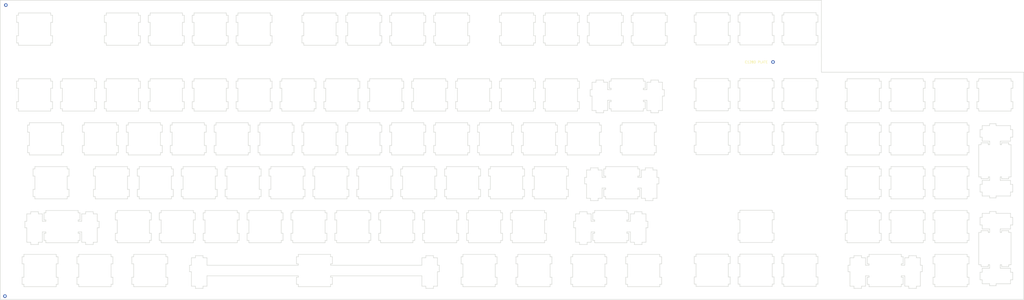
<source format=kicad_pcb>
(kicad_pcb (version 20211014) (generator pcbnew)
  (title_block (title "LH_104v3.3.3") (date "2019-04-07") (rev "3.3") (company "KE8DZW"))
  (layers (0 "F.Cu" signal) (31 "B.Cu" signal) (34 "B.Paste" user) (35 "F.Paste" user) (36 "B.SilkS" user "B.Silkscreen") (37 "F.SilkS" user "F.Silkscreen") (38 "B.Mask" user) (39 "F.Mask" user) (44 "Edge.Cuts" user))
  (net 0 "")
  (footprint "plate:MX-Full-Plate-No-Holes" (layer "F.Cu") (at 63.013453 266.8842)
    (fp_text reference "REF**")
    (fp_text value "MX-Full-Plate-Holes")
    (fp_line (start 225.206 -53.6056) (end 225.206 -56.7062) (layer "Edge.Cuts") (width 0.2))
    (fp_line (start 138.68 -38.6567) (end 124.681 -38.6567) (layer "Edge.Cuts") (width 0.2))
    (fp_line (start 38.669 -81.806) (end 38.669 -82.8065) (layer "Edge.Cuts") (width 0.2))
    (fp_line (start 126.261 -6.60633) (end 127.062 -6.60633) (layer "Edge.Cuts") (width 0.2))
    (fp_line (start 57.205 -44.7065) (end 58.006 -44.7065) (layer "Edge.Cuts") (width 0.2))
    (fp_line (start 215.17 -124.382) (end 215.17 -123.383) (layer "Edge.Cuts") (width 0.2))
    (fp_line (start 379.1917 -28.7569) (end 379.9911 -28.7569) (layer "Edge.Cuts") (width 0.2))
    (fp_line (start 384.241 -72.6556) (end 383.4416 -72.6556) (layer "Edge.Cuts") (width 0.2))
    (fp_line (start 274.412 -47.807) (end 274.412 -48.4064) (layer "Edge.Cuts") (width 0.2))
    (fp_line (start 81.818 -123.383) (end 81.019 -123.383) (layer "Edge.Cuts") (width 0.2))
    (fp_line (start 286.318 -114.482) (end 286.318 -120.282) (layer "Edge.Cuts") (width 0.2))
    (fp_line (start 436.11161 -30.6558) (end 431.6426 -30.6558) (layer "Edge.Cuts") (width 0.2))
    (fp_line (start 426.4419 -29.931) (end 426.4419 -29.1317) (layer "Edge.Cuts") (width 0.2))
    (fp_line (start 384.241 -43.706) (end 384.241 -44.7065) (layer "Edge.Cuts") (width 0.2))
    (fp_line (start 417.2917 -47.807) (end 418.091 -47.807) (layer "Edge.Cuts") (width 0.2))
    (fp_line (start 119.63 -34.5557) (end 120.431 -34.5557) (layer "Edge.Cuts") (width 0.2))
    (fp_line (start 332.7003 -66.976) (end 333.4993 -66.976) (layer "Edge.Cuts") (width 0.2))
    (fp_line (start 403.291 -47.807) (end 403.291 -53.6056) (layer "Edge.Cuts") (width 0.2))
    (fp_line (start 222.314 -18.6063) (end 221.513 -18.6063) (layer "Edge.Cuts") (width 0.2))
    (fp_line (start 399.0411 -56.7062) (end 399.0411 -53.6056) (layer "Edge.Cuts") (width 0.2))
    (fp_line (start 368.1659 -19.0569) (end 371.4665 -19.0569) (layer "Edge.Cuts") (width 0.2))
    (fp_line (start 181.831 -28.7569) (end 181.03 -28.7569) (layer "Edge.Cuts") (width 0.2))
    (fp_line (start 176.269 -94.8062) (end 176.269 -91.7056) (layer "Edge.Cuts") (width 0.2))
    (fp_line (start 379.1917 -91.7056) (end 379.1917 -85.907) (layer "Edge.Cuts") (width 0.2))
    (fp_line (start 48.194 -76.7567) (end 34.193 -76.7567) (layer "Edge.Cuts") (width 0.2))
    (fp_line (start 48.993 -72.6556) (end 48.993 -75.7562) (layer "Edge.Cuts") (width 0.2))
    (fp_line (start 61.969 -94.8062) (end 61.969 -91.7056) (layer "Edge.Cuts") (width 0.2))
    (fp_line (start 77.056 -47.807) (end 76.255 -47.807) (layer "Edge.Cuts") (width 0.2))
    (fp_line (start 11.961 -56.7062) (end 11.961 -53.6056) (layer "Edge.Cuts") (width 0.2))
    (fp_line (start 53.756 -44.7065) (end 53.756 -47.807) (layer "Edge.Cuts") (width 0.2))
    (fp_line (start 332.7003 -34.6747) (end 332.7003 -28.8759) (layer "Edge.Cuts") (width 0.2))
    (fp_line (start 221.513 -18.6063) (end 221.513 -15.5071) (layer "Edge.Cuts") (width 0.2))
    (fp_line (start 38.075 -23.9062) (end 38.075 -24.886) (layer "Edge.Cuts") (width 0.2))
    (fp_line (start 181.03 -37.6562) (end 181.03 -34.5557) (layer "Edge.Cuts") (width 0.2))
    (fp_line (start 212.499 -18.6063) (end 212.499 -19.6067) (layer "Edge.Cuts") (width 0.2))
    (fp_line (start 333.4993 -72.7746) (end 332.7003 -72.7746) (layer "Edge.Cuts") (width 0.2))
    (fp_line (start 379.9911 -25.6563) (end 379.1917 -25.6563) (layer "Edge.Cuts") (width 0.2))
    (fp_line (start 24.38 -66.857) (end 24.38 -72.6556) (layer "Edge.Cuts") (width 0.2))
    (fp_line (start 133.405 -53.6056) (end 134.206 -53.6056) (layer "Edge.Cuts") (width 0.2))
    (fp_line (start 72.293 -63.7565) (end 72.293 -62.756) (layer "Edge.Cuts") (width 0.2))
    (fp_line (start 267.557 -76.7567) (end 267.557 -75.7562) (layer "Edge.Cuts") (width 0.2))
    (fp_line (start 229.969 -123.383) (end 229.168 -123.383) (layer "Edge.Cuts") (width 0.2))
    (fp_line (start 86.294 -76.7567) (end 72.293 -76.7567) (layer "Edge.Cuts") (width 0.2))
    (fp_line (start 418.091 -91.7056) (end 417.2917 -91.7056) (layer "Edge.Cuts") (width 0.2))
    (fp_line (start 100.868 -85.907) (end 100.069 -85.907) (layer "Edge.Cuts") (width 0.2))
    (fp_line (start 364.3916 -66.857) (end 365.191 -66.857) (layer "Edge.Cuts") (width 0.2))
    (fp_line (start 143.731 -28.7569) (end 142.93 -28.7569) (layer "Edge.Cuts") (width 0.2))
    (fp_line (start 384.241 -25.6563) (end 383.4416 -25.6563) (layer "Edge.Cuts") (width 0.2))
    (fp_line (start 318.6993 -111.5) (end 317.9003 -111.5) (layer "Edge.Cuts") (width 0.2))
    (fp_line (start 379.1917 -47.807) (end 379.9911 -47.807) (layer "Edge.Cuts") (width 0.2))
    (fp_line (start 248.218 -111.381) (end 249.019 -111.381) (layer "Edge.Cuts") (width 0.2))
    (fp_line (start 48.993 -63.7565) (end 48.993 -66.857) (layer "Edge.Cuts") (width 0.2))
    (fp_line (start 437.09276 -49.9816) (end 437.09276 -46.681) (layer "Edge.Cuts") (width 0.2))
    (fp_line (start 76.769 -120.282) (end 77.568 -120.282) (layer "Edge.Cuts") (width 0.2))
    (fp_line (start 100.868 -82.8065) (end 100.868 -81.806) (layer "Edge.Cuts") (width 0.2))
    (fp_line (start 5.618 -85.907) (end 4.819 -85.907) (layer "Edge.Cuts") (width 0.2))
    (fp_line (start 437.09276 -46.681) (end 436.11161 -46.681) (layer "Edge.Cuts") (width 0.2))
    (fp_line (start 7.2 -15.5071) (end 8 -15.5071) (layer "Edge.Cuts") (width 0.2))
    (fp_line (start 181.831 -34.5557) (end 181.831 -28.7569) (layer "Edge.Cuts") (width 0.2))
    (fp_line (start 177.581 -25.6563) (end 177.581 -28.7569) (layer "Edge.Cuts") (width 0.2))
    (fp_line (start 182.412 -18.1364) (end 180.687 -18.1364) (layer "Edge.Cuts") (width 0.2))
    (fp_line (start 62.768 -110.381) (end 76.769 -110.381) (layer "Edge.Cuts") (width 0.2))
    (fp_line (start 403.291 -62.756) (end 403.291 -63.7565) (layer "Edge.Cuts") (width 0.2))
    (fp_line (start 276.793 -91.7056) (end 277.594 -91.7056) (layer "Edge.Cuts") (width 0.2))
    (fp_line (start 258.886 -56.2363) (end 257.161 -56.2363) (layer "Edge.Cuts") (width 0.2))
    (fp_line (start 398.2417 -81.806) (end 384.241 -81.806) (layer "Edge.Cuts") (width 0.2))
    (fp_line (start 52.955 -44.7065) (end 53.756 -44.7065) (layer "Edge.Cuts") (width 0.2))
    (fp_line (start 281.555 -66.857) (end 281.555 -72.6556) (layer "Edge.Cuts") (width 0.2))
    (fp_line (start 269.649 -25.6563) (end 270.45 -25.6563) (layer "Edge.Cuts") (width 0.2))
    (fp_line (start 399.0411 -28.7569) (end 399.0411 -25.6563) (layer "Edge.Cuts") (width 0.2))
    (fp_line (start 5.618 -94.8062) (end 4.819 -94.8062) (layer "Edge.Cuts") (width 0.2))
    (fp_line (start 68.043 -72.6556) (end 68.043 -75.7562) (layer "Edge.Cuts") (width 0.2))
    (fp_line (start 352.5494 -18.7253) (end 352.5494 -15.6261) (layer "Edge.Cuts") (width 0.2))
    (fp_line (start 166.744 -63.7565) (end 167.543 -63.7565) (layer "Edge.Cuts") (width 0.2))
    (fp_line (start 124.394 -72.6556) (end 125.193 -72.6556) (layer "Edge.Cuts") (width 0.2))
    (fp_line (start 255.651 -25.6563) (end 255.651 -24.6559) (layer "Edge.Cuts") (width 0.2))
    (fp_line (start 365.191 -56.7062) (end 365.191 -57.7067) (layer "Edge.Cuts") (width 0.2))
    (fp_line (start 157.73 -38.6567) (end 143.731 -38.6567) (layer "Edge.Cuts") (width 0.2))
    (fp_line (start 337.7493 -81.925) (end 337.7493 -82.9255) (layer "Edge.Cuts") (width 0.2))
    (fp_line (start 110.393 -75.7562) (end 109.594 -75.7562) (layer "Edge.Cuts") (width 0.2))
    (fp_line (start 283.937 -6.60633) (end 284.738 -6.60633) (layer "Edge.Cuts") (width 0.2))
    (fp_line (start 196.118 -85.907) (end 195.319 -85.907) (layer "Edge.Cuts") (width 0.2))
    (fp_line (start 388.7167 -15.5071) (end 388.7167 -14.9062) (layer "Edge.Cuts") (width 0.2))
    (fp_line (start 299.6493 -5.72485) (end 299.6493 -6.72533) (layer "Edge.Cuts") (width 0.2))
    (fp_line (start 16 -33.9562) (end 16 -37.1863) (layer "Edge.Cuts") (width 0.2))
    (fp_line (start 398.2417 -25.6563) (end 398.2417 -24.6559) (layer "Edge.Cuts") (width 0.2))
    (fp_line (start 423.8112 -11.8814) (end 423.8112 -13.6067) (layer "Edge.Cuts") (width 0.2))
    (fp_line (start 82.331 -34.5557) (end 82.331 -37.6562) (layer "Edge.Cuts") (width 0.2))
    (fp_line (start 7.2 -6.60633) (end 8 -6.60633) (layer "Edge.Cuts") (width 0.2))
    (fp_line (start 114.355 -44.7065) (end 115.155999 -44.7065) (layer "Edge.Cuts") (width 0.2))
    (fp_line (start 176.269 -85.907) (end 176.269 -82.8065) (layer "Edge.Cuts") (width 0.2))
    (fp_line (start 129.443 -120.282) (end 129.443 -114.482) (layer "Edge.Cuts") (width 0.2))
    (fp_line (start 180.687 -18.1364) (end 180.687 -14.9062) (layer "Edge.Cuts") (width 0.2))
    (fp_line (start 86.294 -72.6556) (end 87.093 -72.6556) (layer "Edge.Cuts") (width 0.2))
    (fp_line (start 205.645 -62.756) (end 219.643 -62.756) (layer "Edge.Cuts") (width 0.2))
    (fp_line (start 233.419 -111.381) (end 234.22 -111.381) (layer "Edge.Cuts") (width 0.2))
    (fp_line (start 364.3916 -75.7562) (end 365.191 -75.7562) (layer "Edge.Cuts") (width 0.2))
    (fp_line (start 9.249 -33.9562) (end 8.425 -33.9562) (layer "Edge.Cuts") (width 0.2))
    (fp_line (start 129.443 -124.382) (end 129.443 -123.383) (layer "Edge.Cuts") (width 0.2))
    (fp_line (start 172.818 -94.8062) (end 172.019 -94.8062) (layer "Edge.Cuts") (width 0.2))
    (fp_line (start 332.7003 -25.7753) (end 332.7003 -24.7749) (layer "Edge.Cuts") (width 0.2))
    (fp_line (start 254.519 -94.3363) (end 254.519 -91.1063) (layer "Edge.Cuts") (width 0.2))
    (fp_line (start 318.6993 -66.976) (end 318.6993 -72.7746) (layer "Edge.Cuts") (width 0.2))
    (fp_line (start 427.0413 -44.1318) (end 427.0413 -44.9559) (layer "Edge.Cuts") (width 0.2))
    (fp_line (start 214.369 -85.907) (end 214.369 -82.8065) (layer "Edge.Cuts") (width 0.2))
    (fp_line (start 337.7493 -86.026) (end 337.7493 -91.8246) (layer "Edge.Cuts") (width 0.2))
    (fp_line (start 148.493 -62.756) (end 162.494 -62.756) (layer "Edge.Cuts") (width 0.2))
    (fp_line (start 144.243 -72.6556) (end 144.243 -75.7562) (layer "Edge.Cuts") (width 0.2))
    (fp_line (start 242.944 -75.7562) (end 242.944 -72.6556) (layer "Edge.Cuts") (width 0.2))
    (fp_line (start 147.694 -66.857) (end 147.694 -63.7565) (layer "Edge.Cuts") (width 0.2))
    (fp_line (start 196.631 -34.5557) (end 196.631 -37.6562) (layer "Edge.Cuts") (width 0.2))
    (fp_line (start 186.593 -63.7565) (end 186.593 -62.756) (layer "Edge.Cuts") (width 0.2))
    (fp_line (start 271.173 -33.9562) (end 269.649 -33.9562) (layer "Edge.Cuts") (width 0.2))
    (fp_line (start 390.241 -18.1364) (end 391.9661 -18.1364) (layer "Edge.Cuts") (width 0.2))
    (fp_line (start 57.719 -85.907) (end 57.719 -91.7056) (layer "Edge.Cuts") (width 0.2))
    (fp_line (start 82.412 -19.0569) (end 82.412 -18.1364) (layer "Edge.Cuts") (width 0.2))
    (fp_line (start 100.069 -94.8062) (end 100.069 -91.7056) (layer "Edge.Cuts") (width 0.2))
    (fp_line (start 417.2917 -91.7056) (end 417.2917 -85.907) (layer "Edge.Cuts") (width 0.2))
    (fp_line (start 128.644 -63.7565) (end 129.443 -63.7565) (layer "Edge.Cuts") (width 0.2))
    (fp_line (start 284.738 -18.6063) (end 283.937 -18.6063) (layer "Edge.Cuts") (width 0.2))
    (fp_line (start 229.457 -44.7065) (end 229.457 -43.706) (layer "Edge.Cuts") (width 0.2))
    (fp_line (start 195.83 -25.6563) (end 196.631 -25.6563) (layer "Edge.Cuts") (width 0.2))
    (fp_line (start 298.8503 -91.8246) (end 298.8503 -94.9252) (layer "Edge.Cuts") (width 0.2))
    (fp_line (start 198.5 -15.5071) (end 198.5 -9.70689) (layer "Edge.Cuts") (width 0.2))
    (fp_line (start 267.557 -66.857) (end 266.756 -66.857) (layer "Edge.Cuts") (width 0.2))
    (fp_line (start 221.513 -6.60633) (end 222.314 -6.60633) (layer "Edge.Cuts") (width 0.2))
    (fp_line (start 143.444 -62.756) (end 143.444 -63.7565) (layer "Edge.Cuts") (width 0.2))
    (fp_line (start 233.93 -34.5557) (end 234.731 -34.5557) (layer "Edge.Cuts") (width 0.2))
    (fp_line (start 417.2917 -44.7065) (end 417.2917 -43.706) (layer "Edge.Cuts") (width 0.2))
    (fp_line (start 352.5494 -15.6261) (end 351.75 -15.6261) (layer "Edge.Cuts") (width 0.2))
    (fp_line (start 158.531 -34.5557) (end 158.531 -37.6562) (layer "Edge.Cuts") (width 0.2))
    (fp_line (start 157.219 -94.8062) (end 157.219 -91.7056) (layer "Edge.Cuts") (width 0.2))
    (fp_line (start 418.091 -63.7565) (end 417.2917 -63.7565) (layer "Edge.Cuts") (width 0.2))
    (fp_line (start 276.793 -91.1063) (end 276.793 -91.7056) (layer "Edge.Cuts") (width 0.2))
    (fp_line (start 4.819 -123.383) (end 4.819 -120.282) (layer "Edge.Cuts") (width 0.2))
    (fp_line (start 436.34173 -15.1309) (end 435.34267 -15.1309) (layer "Edge.Cuts") (width 0.2))
    (fp_line (start 67.531 -24.6559) (end 81.53 -24.6559) (layer "Edge.Cuts") (width 0.2))
    (fp_line (start 129.443 -111.381) (end 129.443 -110.381) (layer "Edge.Cuts") (width 0.2))
    (fp_line (start 313.6503 -6.72533) (end 313.6503 -5.72485) (layer "Edge.Cuts") (width 0.2))
    (fp_line (start 398.2417 -94.8062) (end 399.0411 -94.8062) (layer "Edge.Cuts") (width 0.2))
    (fp_line (start 267.268 -124.382) (end 253.27 -124.382) (layer "Edge.Cuts") (width 0.2))
    (fp_line (start 210.118 -91.7056) (end 210.919 -91.7056) (layer "Edge.Cuts") (width 0.2))
    (fp_line (start 176.78 -24.6559) (end 176.78 -25.6563) (layer "Edge.Cuts") (width 0.2))
    (fp_line (start 248.218 -94.8062) (end 248.218 -95.8067) (layer "Edge.Cuts") (width 0.2))
    (fp_line (start 101.381 -28.7569) (end 100.58 -28.7569) (layer "Edge.Cuts") (width 0.2))
    (fp_line (start 243.455 -57.7067) (end 229.457 -57.7067) (layer "Edge.Cuts") (width 0.2))
    (fp_line (start 191.069 -95.8067) (end 177.068 -95.8067) (layer "Edge.Cuts") (width 0.2))
    (fp_line (start 81.53 -28.7569) (end 81.53 -34.5557) (layer "Edge.Cuts") (width 0.2))
    (fp_line (start 269.649 -29.3563) (end 271.173 -29.3563) (layer "Edge.Cuts") (width 0.2))
    (fp_line (start 67.531 -37.6562) (end 66.73 -37.6562) (layer "Edge.Cuts") (width 0.2))
    (fp_line (start 200.882 -25.6563) (end 200.882 -24.6559) (layer "Edge.Cuts") (width 0.2))
    (fp_line (start 422.3409 -67.2317) (end 423.3413 -67.2317) (layer "Edge.Cuts") (width 0.2))
    (fp_line (start 317.9003 -75.8752) (end 318.6993 -75.8752) (layer "Edge.Cuts") (width 0.2))
    (fp_line (start 87.437 -18.1364) (end 85.711 -18.1364) (layer "Edge.Cuts") (width 0.2))
    (fp_line (start 379.1917 -38.6567) (end 379.1917 -37.6562) (layer "Edge.Cuts") (width 0.2))
    (fp_line (start 58.006 -47.807) (end 57.205 -47.807) (layer "Edge.Cuts") (width 0.2))
    (fp_line (start 271.519 -123.383) (end 271.519 -120.282) (layer "Edge.Cuts") (width 0.2))
    (fp_line (start 388.7167 -9.70689) (end 389.5161 -9.70689) (layer "Edge.Cuts") (width 0.2))
    (fp_line (start 436.11161 -68.7557) (end 431.6426 -68.7557) (layer "Edge.Cuts") (width 0.2))
    (fp_line (start 47.68 -37.6562) (end 47.68 -34.5557) (layer "Edge.Cuts") (width 0.2))
    (fp_line (start 86.581 -28.7569) (end 85.78 -28.7569) (layer "Edge.Cuts") (width 0.2))
    (fp_line (start 100.069 -91.7056) (end 100.868 -91.7056) (layer "Edge.Cuts") (width 0.2))
    (fp_line (start 52.444 -66.857) (end 52.444 -63.7565) (layer "Edge.Cuts") (width 0.2))
    (fp_line (start 62.768 -81.806) (end 76.769 -81.806) (layer "Edge.Cuts") (width 0.2))
    (fp_line (start 80.687 -14.9062) (end 79.861 -14.9062) (layer "Edge.Cuts") (width 0.2))
    (fp_line (start 436.34173 -82.8065) (end 436.34173 -81.806) (layer "Edge.Cuts") (width 0.2))
    (fp_line (start 172.306 -56.7062) (end 171.505 -56.7062) (layer "Edge.Cuts") (width 0.2))
    (fp_line (start 238.693 -75.7562) (end 238.693 -76.7567) (layer "Edge.Cuts") (width 0.2))
    (fp_line (start 431.6412 -51.7066) (end 436.11161 -51.7066) (layer "Edge.Cuts") (width 0.2))
    (fp_line (start 66.73 -37.6562) (end 66.73 -34.5557) (layer "Edge.Cuts") (width 0.2))
    (fp_line (start 17.525 -34.5557) (end 17.525 -33.9562) (layer "Edge.Cuts") (width 0.2))
    (fp_line (start 172.818 -91.7056) (end 172.818 -94.8062) (layer "Edge.Cuts") (width 0.2))
    (fp_line (start 242.944 -66.857) (end 242.944 -63.7565) (layer "Edge.Cuts") (width 0.2))
    (fp_line (start 67.244 -75.7562) (end 67.244 -76.7567) (layer "Edge.Cuts") (width 0.2))
    (fp_line (start 141.862 -18.6063) (end 141.061 -18.6063) (layer "Edge.Cuts") (width 0.2))
    (fp_line (start 33.394 -75.7562) (end 33.394 -72.6556) (layer "Edge.Cuts") (width 0.2))
    (fp_line (start 260.124 -9.70689) (end 260.124 -15.5071) (layer "Edge.Cuts") (width 0.2))
    (fp_line (start 435.34267 -52.4316) (end 432.24069 -52.4316) (layer "Edge.Cuts") (width 0.2))
    (fp_line (start 57.205 -56.7062) (end 57.205 -53.6056) (layer "Edge.Cuts") (width 0.2))
    (fp_line (start 214.88 -24.6559) (end 214.88 -25.6563) (layer "Edge.Cuts") (width 0.2))
    (fp_line (start 403.291 -24.6559) (end 403.291 -25.6563) (layer "Edge.Cuts") (width 0.2))
    (fp_line (start 298.8503 -94.9252) (end 299.6493 -94.9252) (layer "Edge.Cuts") (width 0.2))
    (fp_line (start 43.718 -85.907) (end 42.919 -85.907) (layer "Edge.Cuts") (width 0.2))
    (fp_line (start 42.919 -123.383) (end 42.919 -120.282) (layer "Edge.Cuts") (width 0.2))
    (fp_line (start 352.5494 -6.72533) (end 351.75 -6.72533) (layer "Edge.Cuts") (width 0.2))
    (fp_line (start 67.531 -38.6567) (end 67.531 -37.6562) (layer "Edge.Cuts") (width 0.2))
    (fp_line (start 81.019 -120.282) (end 81.818 -120.282) (layer "Edge.Cuts") (width 0.2))
    (fp_line (start 20.418 -123.383) (end 19.619 -123.383) (layer "Edge.Cuts") (width 0.2))
    (fp_line (start 119.119 -85.907) (end 119.119 -82.8065) (layer "Edge.Cuts") (width 0.2))
    (fp_line (start 427.0427 -76.3309) (end 429.8415 -76.3309) (layer "Edge.Cuts") (width 0.2))
    (fp_line (start 418.091 -28.7569) (end 418.091 -25.6563) (layer "Edge.Cuts") (width 0.2))
    (fp_line (start 421.5416 -94.8062) (end 422.3409 -94.8062) (layer "Edge.Cuts") (width 0.2))
    (fp_line (start 119.918 -85.907) (end 119.119 -85.907) (layer "Edge.Cuts") (width 0.2))
    (fp_line (start 427.0413 -15.1309) (end 426.4419 -15.1309) (layer "Edge.Cuts") (width 0.2))
    (fp_line (start 314.4503 -6.72533) (end 313.6503 -6.72533) (layer "Edge.Cuts") (width 0.2))
    (fp_line (start 95.819 -94.8062) (end 95.819 -95.8067) (layer "Edge.Cuts") (width 0.2))
    (fp_line (start 58.006 -43.706) (end 72.005 -43.706) (layer "Edge.Cuts") (width 0.2))
    (fp_line (start 422.3409 -94.8062) (end 422.3409 -95.8067) (layer "Edge.Cuts") (width 0.2))
    (fp_line (start 77.056 -57.7067) (end 77.056 -56.7062) (layer "Edge.Cuts") (width 0.2))
    (fp_line (start 25.181 -66.857) (end 24.38 -66.857) (layer "Edge.Cuts") (width 0.2))
    (fp_line (start 38.155 -53.6056) (end 38.956 -53.6056) (layer "Edge.Cuts") (width 0.2))
    (fp_line (start 200.593 -75.7562) (end 200.593 -76.7567) (layer "Edge.Cuts") (width 0.2))
    (fp_line (start 351.75 -82.9255) (end 351.75 -81.925) (layer "Edge.Cuts") (width 0.2))
    (fp_line (start 422.8907 -49.9816) (end 423.8112 -49.9816) (layer "Edge.Cuts") (width 0.2))
    (fp_line (start 234.22 -114.482) (end 233.419 -114.482) (layer "Edge.Cuts") (width 0.2))
    (fp_line (start 95.819 -123.383) (end 95.819 -124.382) (layer "Edge.Cuts") (width 0.2))
    (fp_line (start 81.019 -111.381) (end 81.818 -111.381) (layer "Edge.Cuts") (width 0.2))
    (fp_line (start 237.113 -18.6063) (end 236.312 -18.6063) (layer "Edge.Cuts") (width 0.2))
    (fp_line (start 228.656 -53.6056) (end 229.457 -53.6056) (layer "Edge.Cuts") (width 0.2))
    (fp_line (start 210.407 -56.7062) (end 209.606 -56.7062) (layer "Edge.Cuts") (width 0.2))
    (fp_line (start 418.091 -75.7562) (end 418.091 -72.6556) (layer "Edge.Cuts") (width 0.2))
    (fp_line (start 158.018 -94.8062) (end 157.219 -94.8062) (layer "Edge.Cuts") (width 0.2))
    (fp_line (start 435.34267 -67.2317) (end 436.34173 -67.2317) (layer "Edge.Cuts") (width 0.2))
    (fp_line (start 280.042 -81.0563) (end 283.344 -81.0563) (layer "Edge.Cuts") (width 0.2))
    (fp_line (start 423.3413 -68.0311) (end 426.4419 -68.0311) (layer "Edge.Cuts") (width 0.2))
    (fp_line (start 72.005 -56.7062) (end 72.005 -57.7067) (layer "Edge.Cuts") (width 0.2))
    (fp_line (start 100.868 -81.806) (end 114.869 -81.806) (layer "Edge.Cuts") (width 0.2))
    (fp_line (start 332.7003 -62.875) (end 318.6993 -62.875) (layer "Edge.Cuts") (width 0.2))
    (fp_line (start 144.243 -66.857) (end 143.444 -66.857) (layer "Edge.Cuts") (width 0.2))
    (fp_line (start 403.291 -82.8065) (end 402.4916 -82.8065) (layer "Edge.Cuts") (width 0.2))
    (fp_line (start 12.762 -43.706) (end 26.761 -43.706) (layer "Edge.Cuts") (width 0.2))
    (fp_line (start 162.494 -75.7562) (end 162.494 -76.7567) (layer "Edge.Cuts") (width 0.2))
    (fp_line (start 205.355 -47.807) (end 205.355 -53.6056) (layer "Edge.Cuts") (width 0.2))
    (fp_line (start 436.34173 -85.907) (end 437.14236 -85.907) (layer "Edge.Cuts") (width 0.2))
    (fp_line (start 423.8112 -8.58104) (end 422.8907 -8.58104) (layer "Edge.Cuts") (width 0.2))
    (fp_line (start 270.45 -28.7569) (end 269.649 -28.7569) (layer "Edge.Cuts") (width 0.2))
    (fp_line (start 143.444 -123.383) (end 143.444 -124.382) (layer "Edge.Cuts") (width 0.2))
    (fp_line (start 395.2667 -4.8562) (end 391.9661 -4.8562) (layer "Edge.Cuts") (width 0.2))
    (fp_line (start 191.356 -56.7062) (end 190.555 -56.7062) (layer "Edge.Cuts") (width 0.2))
    (fp_line (start 391.9661 -5.836) (end 390.241 -5.836) (layer "Edge.Cuts") (width 0.2))
    (fp_line (start 71.494 -66.857) (end 71.494 -63.7565) (layer "Edge.Cuts") (width 0.2))
    (fp_line (start 182.343 -63.7565) (end 182.343 -66.857) (layer "Edge.Cuts") (width 0.2))
    (fp_line (start 366.4409 -12.1061) (end 365.6168 -12.1061) (layer "Edge.Cuts") (width 0.2))
    (fp_line (start 253.27 -111.381) (end 253.27 -110.381) (layer "Edge.Cuts") (width 0.2))
    (fp_line (start 34.193 -75.7562) (end 33.394 -75.7562) (layer "Edge.Cuts") (width 0.2))
    (fp_line (start 272.32 -123.383) (end 271.519 -123.383) (layer "Edge.Cuts") (width 0.2))
    (fp_line (start 318.6993 -110.5) (end 318.6993 -111.5) (layer "Edge.Cuts") (width 0.2))
    (fp_line (start 126.261 -15.5071) (end 127.062 -15.5071) (layer "Edge.Cuts") (width 0.2))
    (fp_line (start 162.494 -62.756) (end 162.494 -63.7565) (layer "Edge.Cuts") (width 0.2))
    (fp_line (start 57.719 -123.383) (end 57.719 -124.382) (layer "Edge.Cuts") (width 0.2))
    (fp_line (start 422.8921 -32.3812) (end 422.8921 -35.6817) (layer "Edge.Cuts") (width 0.2))
    (fp_line (start 336.9503 -94.9252) (end 337.7493 -94.9252) (layer "Edge.Cuts") (width 0.2))
    (fp_line (start 373.9166 -15.5071) (end 373.9166 -18.6063) (layer "Edge.Cuts") (width 0.2))
    (fp_line (start 220.444 -63.7565) (end 220.444 -66.857) (layer "Edge.Cuts") (width 0.2))
    (fp_line (start 436.34173 -95.8067) (end 436.34173 -94.8062) (layer "Edge.Cuts") (width 0.2))
    (fp_line (start 14.275 -24.886) (end 16 -24.886) (layer "Edge.Cuts") (width 0.2))
    (fp_line (start 62.768 -123.383) (end 61.969 -123.383) (layer "Edge.Cuts") (width 0.2))
    (fp_line (start 166.744 -123.383) (end 166.744 -120.282) (layer "Edge.Cuts") (width 0.2))
    (fp_line (start 213.3 -9.70689) (end 212.499 -9.70689) (layer "Edge.Cuts") (width 0.2))
    (fp_line (start 277.925 -31.1561) (end 278.751 -31.1561) (layer "Edge.Cuts") (width 0.2))
    (fp_line (start 271.173 -29.3563) (end 271.173 -24.886) (layer "Edge.Cuts") (width 0.2))
    (fp_line (start 77.568 -111.381) (end 77.568 -114.482) (layer "Edge.Cuts") (width 0.2))
    (fp_line (start 91.856 -56.7062) (end 91.055 -56.7062) (layer "Edge.Cuts") (width 0.2))
    (fp_line (start 5.618 -120.282) (end 5.618 -114.482) (layer "Edge.Cuts") (width 0.2))
    (fp_line (start 134.718 -91.7056) (end 134.718 -94.8062) (layer "Edge.Cuts") (width 0.2))
    (fp_line (start 365.191 -34.5557) (end 364.3916 -34.5557) (layer "Edge.Cuts") (width 0.2))
    (fp_line (start 69.625 -6.60633) (end 70.425 -6.60633) (layer "Edge.Cuts") (width 0.2))
    (fp_line (start 399.0411 -34.5557) (end 398.2417 -34.5557) (layer "Edge.Cuts") (width 0.2))
    (fp_line (start 276.793 -94.8062) (end 276.793 -95.8067) (layer "Edge.Cuts") (width 0.2))
    (fp_line (start 396.9918 -18.1364) (end 396.9918 -14.9062) (layer "Edge.Cuts") (width 0.2))
    (fp_line (start 76.769 -110.381) (end 76.769 -111.381) (layer "Edge.Cuts") (width 0.2))
    (fp_line (start 147.694 -72.6556) (end 148.493 -72.6556) (layer "Edge.Cuts") (width 0.2))
    (fp_line (start 337.7493 -5.72485) (end 337.7493 -6.72533) (layer "Edge.Cuts") (width 0.2))
    (fp_line (start 22 -6.60633) (end 22.8 -6.60633) (layer "Edge.Cuts") (width 0.2))
    (fp_line (start 248.218 -82.8065) (end 249.019 -82.8065) (layer "Edge.Cuts") (width 0.2))
    (fp_line (start 19.619 -85.907) (end 19.619 -91.7056) (layer "Edge.Cuts") (width 0.2))
    (fp_line (start 185.711 -18.1364) (end 185.711 -19.0569) (layer "Edge.Cuts") (width 0.2))
    (fp_line (start 128.644 -114.482) (end 128.644 -111.381) (layer "Edge.Cuts") (width 0.2))
    (fp_line (start 17.525 -25.6563) (end 17.525 -24.6559) (layer "Edge.Cuts") (width 0.2))
    (fp_line (start 22 -18.6063) (end 22 -19.6067) (layer "Edge.Cuts") (width 0.2))
    (fp_line (start 398.2417 -34.5557) (end 398.2417 -28.7569) (layer "Edge.Cuts") (width 0.2))
    (fp_line (start 418.091 -25.6563) (end 417.2917 -25.6563) (layer "Edge.Cuts") (width 0.2))
    (fp_line (start 318.6993 -72.7746) (end 317.9003 -72.7746) (layer "Edge.Cuts") (width 0.2))
    (fp_line (start 133.919 -91.7056) (end 134.718 -91.7056) (layer "Edge.Cuts") (width 0.2))
    (fp_line (start 379.1917 -24.6559) (end 365.191 -24.6559) (layer "Edge.Cuts") (width 0.2))
    (fp_line (start 259.542 -94.3363) (end 259.542 -95.2571) (layer "Edge.Cuts") (width 0.2))
    (fp_line (start 200.08 -34.5557) (end 200.882 -34.5557) (layer "Edge.Cuts") (width 0.2))
    (fp_line (start 278.317 -82.036) (end 280.042 -82.036) (layer "Edge.Cuts") (width 0.2))
    (fp_line (start 187.106 -53.6056) (end 187.106 -56.7062) (layer "Edge.Cuts") (width 0.2))
    (fp_line (start 258.544 -72.6556) (end 258.544 -75.7562) (layer "Edge.Cuts") (width 0.2))
    (fp_line (start 77.568 -94.8062) (end 76.769 -94.8062) (layer "Edge.Cuts") (width 0.2))
    (fp_line (start 33.394 -72.6556) (end 34.193 -72.6556) (layer "Edge.Cuts") (width 0.2))
    (fp_line (start 105.631 -37.6562) (end 104.83 -37.6562) (layer "Edge.Cuts") (width 0.2))
    (fp_line (start 437.14236 -94.8062) (end 437.14236 -91.7056) (layer "Edge.Cuts") (width 0.2))
    (fp_line (start 351.75 -76.8757) (end 351.75 -75.8752) (layer "Edge.Cuts") (width 0.2))
    (fp_line (start 253.693 -91.1063) (end 253.693 -88.3059) (layer "Edge.Cuts") (width 0.2))
    (fp_line (start 190.555 -56.7062) (end 190.555 -53.6056) (layer "Edge.Cuts") (width 0.2))
    (fp_line (start 158.018 -81.806) (end 172.019 -81.806) (layer "Edge.Cuts") (width 0.2))
    (fp_line (start 332.7003 -72.7746) (end 332.7003 -66.976) (layer "Edge.Cuts") (width 0.2))
    (fp_line (start 91.856 -44.7065) (end 91.856 -47.807) (layer "Edge.Cuts") (width 0.2))
    (fp_line (start 22 -15.5071) (end 22.8 -15.5071) (layer "Edge.Cuts") (width 0.2))
    (fp_line (start 365.191 -85.907) (end 365.191 -91.7056) (layer "Edge.Cuts") (width 0.2))
    (fp_line (start 26.761 -56.7062) (end 26.761 -57.7067) (layer "Edge.Cuts") (width 0.2))
    (fp_line (start 26.761 -44.7065) (end 27.562 -44.7065) (layer "Edge.Cuts") (width 0.2))
    (fp_line (start 402.4916 -15.5071) (end 402.4916 -18.6063) (layer "Edge.Cuts") (width 0.2))
    (fp_line (start 317.9003 -9.82589) (end 318.6993 -9.82589) (layer "Edge.Cuts") (width 0.2))
    (fp_line (start 403.291 -75.7562) (end 403.291 -76.7567) (layer "Edge.Cuts") (width 0.2))
    (fp_line (start 129.443 -75.7562) (end 128.644 -75.7562) (layer "Edge.Cuts") (width 0.2))
    (fp_line (start 275.936 -53.0063) (end 274.412 -53.0063) (layer "Edge.Cuts") (width 0.2))
    (fp_line (start 71.494 -72.6556) (end 72.293 -72.6556) (layer "Edge.Cuts") (width 0.2))
    (fp_line (start 283.937 -9.70689) (end 283.937 -15.5071) (layer "Edge.Cuts") (width 0.2))
    (fp_line (start 110.105 -43.706) (end 110.105 -44.7065) (layer "Edge.Cuts") (width 0.2))
    (fp_line (start 104.83 -25.6563) (end 105.631 -25.6563) (layer "Edge.Cuts") (width 0.2))
    (fp_line (start 299.6493 -124.501) (end 313.6503 -124.501) (layer "Edge.Cuts") (width 0.2))
    (fp_line (start 214.88 -37.6562) (end 214.88 -38.6567) (layer "Edge.Cuts") (width 0.2))
    (fp_line (start 274.412 -48.4064) (end 275.936 -48.4064) (layer "Edge.Cuts") (width 0.2))
    (fp_line (start 53.243 -72.6556) (end 53.243 -66.857) (layer "Edge.Cuts") (width 0.2))
    (fp_line (start 53.243 -62.756) (end 67.244 -62.756) (layer "Edge.Cuts") (width 0.2))
    (fp_line (start 63.281 -28.7569) (end 62.48 -28.7569) (layer "Edge.Cuts") (width 0.2))
    (fp_line (start 277.661 -56.2363) (end 275.936 -56.2363) (layer "Edge.Cuts") (width 0.2))
    (fp_line (start 157.73 -24.6559) (end 157.73 -25.6563) (layer "Edge.Cuts") (width 0.2))
    (fp_line (start 436.11161 -73.7817) (end 437.09276 -73.7817) (layer "Edge.Cuts") (width 0.2))
    (fp_line (start 233.93 -25.6563) (end 234.731 -25.6563) (layer "Edge.Cuts") (width 0.2))
    (fp_line (start 317.9003 -34.6747) (end 317.9003 -37.7752) (layer "Edge.Cuts") (width 0.2))
    (fp_line (start 269.649 -28.7569) (end 269.649 -29.3563) (layer "Edge.Cuts") (width 0.2))
    (fp_line (start 228.656 -56.7062) (end 228.656 -53.6056) (layer "Edge.Cuts") (width 0.2))
    (fp_line (start 95.819 -82.8065) (end 96.618 -82.8065) (layer "Edge.Cuts") (width 0.2))
    (fp_line (start 278.317 -91.1063) (end 276.793 -91.1063) (layer "Edge.Cuts") (width 0.2))
    (fp_line (start 48.194 -75.7562) (end 48.194 -76.7567) (layer "Edge.Cuts") (width 0.2))
    (fp_line (start 276.2 -24.886) (end 277.925 -24.886) (layer "Edge.Cuts") (width 0.2))
    (fp_line (start 138.169 -91.7056) (end 138.968 -91.7056) (layer "Edge.Cuts") (width 0.2))
    (fp_line (start 403.291 -81.806) (end 403.291 -82.8065) (layer "Edge.Cuts") (width 0.2))
    (fp_line (start 257.743 -66.857) (end 257.743 -72.6556) (layer "Edge.Cuts") (width 0.2))
    (fp_line (start 115.667999 -85.907) (end 114.869 -85.907) (layer "Edge.Cuts") (width 0.2))
    (fp_line (start 172.306 -57.7067) (end 172.306 -56.7062) (layer "Edge.Cuts") (width 0.2))
    (fp_line (start 10.975 -37.1863) (end 9.249 -37.1863) (layer "Edge.Cuts") (width 0.2))
    (fp_line (start 16.725 -25.6563) (end 17.525 -25.6563) (layer "Edge.Cuts") (width 0.2))
    (fp_line (start 162.781 -28.7569) (end 161.98 -28.7569) (layer "Edge.Cuts") (width 0.2))
    (fp_line (start 143.731 -25.6563) (end 143.731 -24.6559) (layer "Edge.Cuts") (width 0.2))
    (fp_line (start 58.518 -120.282) (end 58.518 -123.383) (layer "Edge.Cuts") (width 0.2))
    (fp_line (start 255.651 -24.6559) (end 269.649 -24.6559) (layer "Edge.Cuts") (width 0.2))
    (fp_line (start 144.243 -63.7565) (end 144.243 -66.857) (layer "Edge.Cuts") (width 0.2))
    (fp_line (start 260.925 -15.5071) (end 260.925 -18.6063) (layer "Edge.Cuts") (width 0.2))
    (fp_line (start 272.32 -120.282) (end 272.32 -114.482) (layer "Edge.Cuts") (width 0.2))
    (fp_line (start 298.8503 -6.72533) (end 298.8503 -9.82589) (layer "Edge.Cuts") (width 0.2))
    (fp_line (start 166.744 -120.282) (end 167.543 -120.282) (layer "Edge.Cuts") (width 0.2))
    (fp_line (start 427.0413 -44.9559) (end 423.8112 -44.9559) (layer "Edge.Cuts") (width 0.2))
    (fp_line (start 91.343 -75.7562) (end 90.544 -75.7562) (layer "Edge.Cuts") (width 0.2))
    (fp_line (start 119.119 -91.7056) (end 119.918 -91.7056) (layer "Edge.Cuts") (width 0.2))
    (fp_line (start 422.8907 -46.681) (end 422.8907 -49.9816) (layer "Edge.Cuts") (width 0.2))
    (fp_line (start 115.155999 -57.7067) (end 115.155999 -56.7062) (layer "Edge.Cuts") (width 0.2))
    (fp_line (start 437.09276 -32.3812) (end 436.11161 -32.3812) (layer "Edge.Cuts") (width 0.2))
    (fp_line (start 119.63 -25.6563) (end 120.431 -25.6563) (layer "Edge.Cuts") (width 0.2))
    (fp_line (start 24.668 -85.907) (end 23.869 -85.907) (layer "Edge.Cuts") (width 0.2))
    (fp_line (start 222.314 -19.6067) (end 222.314 -18.6063) (layer "Edge.Cuts") (width 0.2))
    (fp_line (start 417.2917 -72.6556) (end 417.2917 -66.857) (layer "Edge.Cuts") (width 0.2))
    (fp_line (start 220.444 -75.7562) (end 219.643 -75.7562) (layer "Edge.Cuts") (width 0.2))
    (fp_line (start 422.3409 -81.806) (end 422.3409 -82.8065) (layer "Edge.Cuts") (width 0.2))
    (fp_line (start 127.062 -18.6063) (end 126.261 -18.6063) (layer "Edge.Cuts") (width 0.2))
    (fp_line (start 336.9503 -6.72533) (end 336.9503 -9.82589) (layer "Edge.Cuts") (width 0.2))
    (fp_line (start 276.2 -38.1071) (end 272.898 -38.1071) (layer "Edge.Cuts") (width 0.2))
    (fp_line (start 147.694 -114.482) (end 147.694 -111.381) (layer "Edge.Cuts") (width 0.2))
    (fp_line (start 314.4503 -66.976) (end 314.4503 -63.8755) (layer "Edge.Cuts") (width 0.2))
    (fp_line (start 299.6493 -63.8755) (end 298.8503 -63.8755) (layer "Edge.Cuts") (width 0.2))
    (fp_line (start 152.455 -53.6056) (end 153.256 -53.6056) (layer "Edge.Cuts") (width 0.2))
    (fp_line (start 219.643 -66.857) (end 219.643 -72.6556) (layer "Edge.Cuts") (width 0.2))
    (fp_line (start 201.394 -72.6556) (end 201.394 -75.7562) (layer "Edge.Cuts") (width 0.2))
    (fp_line (start 245.325 -15.5071) (end 246.126 -15.5071) (layer "Edge.Cuts") (width 0.2))
    (fp_line (start 299.6493 -19.7257) (end 313.6503 -19.7257) (layer "Edge.Cuts") (width 0.2))
    (fp_line (start 162.494 -114.482) (end 162.494 -120.282) (layer "Edge.Cuts") (width 0.2))
    (fp_line (start 318.6993 -123.502) (end 318.6993 -124.501) (layer "Edge.Cuts") (width 0.2))
    (fp_line (start 352.5494 -72.7746) (end 351.75 -72.7746) (layer "Edge.Cuts") (width 0.2))
    (fp_line (start 219.932 -28.7569) (end 219.131 -28.7569) (layer "Edge.Cuts") (width 0.2))
    (fp_line (start 158.531 -25.6563) (end 158.531 -28.7569) (layer "Edge.Cuts") (width 0.2))
    (fp_line (start 61.969 -114.482) (end 61.969 -111.381) (layer "Edge.Cuts") (width 0.2))
    (fp_line (start 277.925 -37.1863) (end 276.2 -37.1863) (layer "Edge.Cuts") (width 0.2))
    (fp_line (start 182.412 -19.0569) (end 182.412 -18.1364) (layer "Edge.Cuts") (width 0.2))
    (fp_line (start 201.394 -111.381) (end 201.394 -114.482) (layer "Edge.Cuts") (width 0.2))
    (fp_line (start 234.731 -28.7569) (end 233.93 -28.7569) (layer "Edge.Cuts") (width 0.2))
    (fp_line (start 24.668 -81.806) (end 38.669 -81.806) (layer "Edge.Cuts") (width 0.2))
    (fp_line (start 115.155999 -56.7062) (end 114.355 -56.7062) (layer "Edge.Cuts") (width 0.2))
    (fp_line (start 403.291 -5.60585) (end 403.291 -6.60633) (layer "Edge.Cuts") (width 0.2))
    (fp_line (start 128.644 -111.381) (end 129.443 -111.381) (layer "Edge.Cuts") (width 0.2))
    (fp_line (start 91.055 -56.7062) (end 91.055 -57.7067) (layer "Edge.Cuts") (width 0.2))
    (fp_line (start 384.241 -85.907) (end 384.241 -91.7056) (layer "Edge.Cuts") (width 0.2))
    (fp_line (start 191.868 -91.7056) (end 191.868 -94.8062) (layer "Edge.Cuts") (width 0.2))
    (fp_line (start 205.645 -63.7565) (end 205.645 -62.756) (layer "Edge.Cuts") (width 0.2))
    (fp_line (start 110.105 -47.807) (end 110.105 -53.6056) (layer "Edge.Cuts") (width 0.2))
    (fp_line (start 398.2417 -37.6562) (end 399.0411 -37.6562) (layer "Edge.Cuts") (width 0.2))
    (fp_line (start 186.305 -57.7067) (end 172.306 -57.7067) (layer "Edge.Cuts") (width 0.2))
    (fp_line (start 379.1917 -44.7065) (end 379.1917 -43.706) (layer "Edge.Cuts") (width 0.2))
    (fp_line (start 125.193 -63.7565) (end 125.193 -66.857) (layer "Edge.Cuts") (width 0.2))
    (fp_line (start 365.191 -95.8067) (end 379.1917 -95.8067) (layer "Edge.Cuts") (width 0.2))
    (fp_line (start 200.593 -76.7567) (end 186.593 -76.7567) (layer "Edge.Cuts") (width 0.2))
    (fp_line (start 124.681 -34.5557) (end 124.681 -28.7569) (layer "Edge.Cuts") (width 0.2))
    (fp_line (start 318.6993 -94.9252) (end 318.6993 -95.9257) (layer "Edge.Cuts") (width 0.2))
    (fp_line (start 437.14236 -91.7056) (end 436.34173 -91.7056) (layer "Edge.Cuts") (width 0.2))
    (fp_line (start 299.6493 -75.8752) (end 299.6493 -76.8757) (layer "Edge.Cuts") (width 0.2))
    (fp_line (start 243.455 -53.6056) (end 244.256 -53.6056) (layer "Edge.Cuts") (width 0.2))
    (fp_line (start 379.1917 -37.6562) (end 379.9911 -37.6562) (layer "Edge.Cuts") (width 0.2))
    (fp_line (start 215.17 -91.7056) (end 215.17 -85.907) (layer "Edge.Cuts") (width 0.2))
    (fp_line (start 80.687 -12.1061) (end 80.687 -5.836) (layer "Edge.Cuts") (width 0.2))
    (fp_line (start 276.793 -85.907) (end 276.793 -86.5064) (layer "Edge.Cuts") (width 0.2))
    (fp_line (start 234.22 -91.7056) (end 234.22 -85.907) (layer "Edge.Cuts") (width 0.2))
    (fp_line (start 197.7 -6.60633) (end 198.5 -6.60633) (layer "Edge.Cuts") (width 0.2))
    (fp_line (start 181.544 -62.756) (end 181.544 -63.7565) (layer "Edge.Cuts") (width 0.2))
    (fp_line (start 47.68 -25.6563) (end 48.481 -25.6563) (layer "Edge.Cuts") (width 0.2))
    (fp_line (start 379.9911 -44.7065) (end 379.1917 -44.7065) (layer "Edge.Cuts") (width 0.2))
    (fp_line (start 100.069 -111.381) (end 100.868 -111.381) (layer "Edge.Cuts") (width 0.2))
    (fp_line (start 298.8503 -120.401) (end 298.8503 -123.502) (layer "Edge.Cuts") (width 0.2))
    (fp_line (start 81.818 -124.382) (end 81.818 -123.383) (layer "Edge.Cuts") (width 0.2))
    (fp_line (start 239.494 -63.7565) (end 239.494 -66.857) (layer "Edge.Cuts") (width 0.2))
    (fp_line (start 77.056 -53.6056) (end 77.056 -47.807) (layer "Edge.Cuts") (width 0.2))
    (fp_line (start 352.5494 -91.8246) (end 351.75 -91.8246) (layer "Edge.Cuts") (width 0.2))
    (fp_line (start 351.75 -62.875) (end 337.7493 -62.875) (layer "Edge.Cuts") (width 0.2))
    (fp_line (start 220.444 -66.857) (end 219.643 -66.857) (layer "Edge.Cuts") (width 0.2))
    (fp_line (start 229.168 -85.907) (end 229.168 -91.7056) (layer "Edge.Cuts") (width 0.2))
    (fp_line (start 436.11161 -8.58104) (end 436.11161 -6.85574) (layer "Edge.Cuts") (width 0.2))
    (fp_line (start 432.24207 -29.931) (end 435.34267 -29.931) (layer "Edge.Cuts") (width 0.2))
    (fp_line (start 148.205 -57.7067) (end 134.206 -57.7067) (layer "Edge.Cuts") (width 0.2))
    (fp_line (start 163.293 -63.7565) (end 163.293 -66.857) (layer "Edge.Cuts") (width 0.2))
    (fp_line (start 224.695 -76.7567) (end 224.695 -75.7562) (layer "Edge.Cuts") (width 0.2))
    (fp_line (start 317.9003 -91.8246) (end 317.9003 -94.9252) (layer "Edge.Cuts") (width 0.2))
    (fp_line (start 31.525 -33.9562) (end 31.525 -34.5557) (layer "Edge.Cuts") (width 0.2))
    (fp_line (start 48.194 -66.857) (end 48.194 -72.6556) (layer "Edge.Cuts") (width 0.2))
    (fp_line (start 398.2417 -43.706) (end 384.241 -43.706) (layer "Edge.Cuts") (width 0.2))
    (fp_line (start 86.581 -25.6563) (end 86.581 -24.6559) (layer "Edge.Cuts") (width 0.2))
    (fp_line (start 212.499 -6.60633) (end 213.3 -6.60633) (layer "Edge.Cuts") (width 0.2))
    (fp_line (start 431.6412 -53.231) (end 431.6412 -51.7066) (layer "Edge.Cuts") (width 0.2))
    (fp_line (start 402.4916 -85.907) (end 403.291 -85.907) (layer "Edge.Cuts") (width 0.2))
    (fp_line (start 313.6503 -81.925) (end 299.6493 -81.925) (layer "Edge.Cuts") (width 0.2))
    (fp_line (start 283.344 -82.036) (end 285.069 -82.036) (layer "Edge.Cuts") (width 0.2))
    (fp_line (start 82.412 -4.8562) (end 85.711 -4.8562) (layer "Edge.Cuts") (width 0.2))
    (fp_line (start 402.4916 -28.7569) (end 403.291 -28.7569) (layer "Edge.Cuts") (width 0.2))
    (fp_line (start 429.8415 -37.4068) (end 436.11161 -37.4068) (layer "Edge.Cuts") (width 0.2))
    (fp_line (start 351.75 -19.7257) (end 351.75 -18.7253) (layer "Edge.Cuts") (width 0.2))
    (fp_line (start 286.318 -123.383) (end 286.318 -124.382) (layer "Edge.Cuts") (width 0.2))
    (fp_line (start 19.619 -81.806) (end 19.619 -82.8065) (layer "Edge.Cuts") (width 0.2))
    (fp_line (start 201.394 -123.383) (end 200.593 -123.383) (layer "Edge.Cuts") (width 0.2))
    (fp_line (start 352.5494 -9.82589) (end 352.5494 -6.72533) (layer "Edge.Cuts") (width 0.2))
    (fp_line (start 298.8503 -72.7746) (end 298.8503 -75.8752) (layer "Edge.Cuts") (width 0.2))
    (fp_line (start 196.631 -25.6563) (end 196.631 -28.7569) (layer "Edge.Cuts") (width 0.2))
    (fp_line (start 17.525 -38.6567) (end 17.525 -37.6562) (layer "Edge.Cuts") (width 0.2))
    (fp_line (start 9.249 -31.1561) (end 9.249 -24.886) (layer "Edge.Cuts") (width 0.2))
    (fp_line (start 423.8112 -30.6558) (end 423.8112 -32.3812) (layer "Edge.Cuts") (width 0.2))
    (fp_line (start 399.0411 -53.6056) (end 398.2417 -53.6056) (layer "Edge.Cuts") (width 0.2))
    (fp_line (start 38.075 -38.1071) (end 34.775 -38.1071) (layer "Edge.Cuts") (width 0.2))
    (fp_line (start 81.818 -85.907) (end 81.019 -85.907) (layer "Edge.Cuts") (width 0.2))
    (fp_line (start 9.58 -75.7562) (end 9.58 -72.6556) (layer "Edge.Cuts") (width 0.2))
    (fp_line (start 429.8415 -75.5068) (end 436.11161 -75.5068) (layer "Edge.Cuts") (width 0.2))
    (fp_line (start 389.5161 -18.6063) (end 389.5161 -15.5071) (layer "Edge.Cuts") (width 0.2))
    (fp_line (start 277.594 -91.7056) (end 277.594 -94.8062) (layer "Edge.Cuts") (width 0.2))
    (fp_line (start 318.6993 -120.401) (end 317.9003 -120.401) (layer "Edge.Cuts") (width 0.2))
    (fp_line (start 426.4419 -53.231) (end 426.4419 -52.4316) (layer "Edge.Cuts") (width 0.2))
    (fp_line (start 138.968 -85.907) (end 138.169 -85.907) (layer "Edge.Cuts") (width 0.2))
    (fp_line (start 62.48 -34.5557) (end 63.281 -34.5557) (layer "Edge.Cuts") (width 0.2))
    (fp_line (start 224.405 -53.6056) (end 225.206 -53.6056) (layer "Edge.Cuts") (width 0.2))
    (fp_line (start 260.124 -5.60585) (end 260.124 -6.60633) (layer "Edge.Cuts") (width 0.2))
    (fp_line (start 153.256 -53.6056) (end 153.256 -47.807) (layer "Edge.Cuts") (width 0.2))
    (fp_line (start 4.819 -114.482) (end 4.819 -111.381) (layer "Edge.Cuts") (width 0.2))
    (fp_line (start 10.381 -66.857) (end 9.58 -66.857) (layer "Edge.Cuts") (width 0.2))
    (fp_line (start 262.795 -85.907) (end 261.994 -85.907) (layer "Edge.Cuts") (width 0.2))
    (fp_line (start 20.418 -120.282) (end 20.418 -123.383) (layer "Edge.Cuts") (width 0.2))
    (fp_line (start 395.2667 -5.836) (end 395.2667 -4.8562) (layer "Edge.Cuts") (width 0.2))
    (fp_line (start 62.768 -94.8062) (end 61.969 -94.8062) (layer "Edge.Cuts") (width 0.2))
    (fp_line (start 384.241 -56.7062) (end 384.241 -57.7067) (layer "Edge.Cuts") (width 0.2))
    (fp_line (start 403.291 -19.6067) (end 417.2917 -19.6067) (layer "Edge.Cuts") (width 0.2))
    (fp_line (start 123.88 -25.6563) (end 124.681 -25.6563) (layer "Edge.Cuts") (width 0.2))
    (fp_line (start 418.091 -34.5557) (end 417.2917 -34.5557) (layer "Edge.Cuts") (width 0.2))
    (fp_line (start 333.4993 -94.9252) (end 333.4993 -91.8246) (layer "Edge.Cuts") (width 0.2))
    (fp_line (start 278.317 -86.5064) (end 278.317 -82.036) (layer "Edge.Cuts") (width 0.2))
    (fp_line (start 243.745 -66.857) (end 242.944 -66.857) (layer "Edge.Cuts") (width 0.2))
    (fp_line (start 403.291 -34.5557) (end 402.4916 -34.5557) (layer "Edge.Cuts") (width 0.2))
    (fp_line (start 22 -9.70689) (end 22 -15.5071) (layer "Edge.Cuts") (width 0.2))
    (fp_line (start 422.3409 -91.7056) (end 421.5416 -91.7056) (layer "Edge.Cuts") (width 0.2))
    (fp_line (start 249.019 -120.282) (end 249.019 -123.383) (layer "Edge.Cuts") (width 0.2))
    (fp_line (start 268.069 -123.383) (end 267.268 -123.383) (layer "Edge.Cuts") (width 0.2))
    (fp_line (start 133.405 -56.7062) (end 133.405 -53.6056) (layer "Edge.Cuts") (width 0.2))
    (fp_line (start 238.693 -66.857) (end 238.693 -72.6556) (layer "Edge.Cuts") (width 0.2))
    (fp_line (start 314.4493 -123.502) (end 314.4493 -120.401) (layer "Edge.Cuts") (width 0.2))
    (fp_line (start 234.22 -124.382) (end 234.22 -123.383) (layer "Edge.Cuts") (width 0.2))
    (fp_line (start 91.343 -62.756) (end 105.344 -62.756) (layer "Edge.Cuts") (width 0.2))
    (fp_line (start 61.969 -111.381) (end 62.768 -111.381) (layer "Edge.Cuts") (width 0.2))
    (fp_line (start 417.2917 -76.7567) (end 417.2917 -75.7562) (layer "Edge.Cuts") (width 0.2))
    (fp_line (start 286.318 -110.381) (end 286.318 -111.381) (layer "Edge.Cuts") (width 0.2))
    (fp_line (start 436.34173 -91.7056) (end 436.34173 -85.907) (layer "Edge.Cuts") (width 0.2))
    (fp_line (start 114.869 -114.482) (end 114.869 -120.282) (layer "Edge.Cuts") (width 0.2))
    (fp_line (start 129.155 -43.706) (end 129.155 -44.7065) (layer "Edge.Cuts") (width 0.2))
    (fp_line (start 129.155 -56.7062) (end 129.155 -57.7067) (layer "Edge.Cuts") (width 0.2))
    (fp_line (start 248.218 -81.806) (end 248.218 -82.8065) (layer "Edge.Cuts") (width 0.2))
    (fp_line (start 54.825 -15.5071) (end 55.625 -15.5071) (layer "Edge.Cuts") (width 0.2))
    (fp_line (start 351.75 -75.8752) (end 352.5494 -75.8752) (layer "Edge.Cuts") (width 0.2))
    (fp_line (start 181.544 -66.857) (end 181.544 -72.6556) (layer "Edge.Cuts") (width 0.2))
    (fp_line (start 333.4993 -91.8246) (end 332.7003 -91.8246) (layer "Edge.Cuts") (width 0.2))
    (fp_line (start 72.005 -43.706) (end 72.005 -44.7065) (layer "Edge.Cuts") (width 0.2))
    (fp_line (start 318.6993 -62.875) (end 318.6993 -63.8755) (layer "Edge.Cuts") (width 0.2))
    (fp_line (start 214.88 -28.7569) (end 214.88 -34.5557) (layer "Edge.Cuts") (width 0.2))
    (fp_line (start 62.768 -124.382) (end 62.768 -123.383) (layer "Edge.Cuts") (width 0.2))
    (fp_line (start 212.499 -15.5071) (end 213.3 -15.5071) (layer "Edge.Cuts") (width 0.2))
    (fp_line (start 38.669 -85.907) (end 38.669 -91.7056) (layer "Edge.Cuts") (width 0.2))
    (fp_line (start 260.414 -48.4064) (end 260.414 -47.807) (layer "Edge.Cuts") (width 0.2))
    (fp_line (start 34.193 -66.857) (end 33.394 -66.857) (layer "Edge.Cuts") (width 0.2))
    (fp_line (start 8.425 -31.1561) (end 9.249 -31.1561) (layer "Edge.Cuts") (width 0.2))
    (fp_line (start 100.58 -24.6559) (end 100.58 -25.6563) (layer "Edge.Cuts") (width 0.2))
    (fp_line (start 76.769 -91.7056) (end 77.568 -91.7056) (layer "Edge.Cuts") (width 0.2))
    (fp_line (start 53.243 -75.7562) (end 52.444 -75.7562) (layer "Edge.Cuts") (width 0.2))
    (fp_line (start 383.4416 -63.7565) (end 383.4416 -66.857) (layer "Edge.Cuts") (width 0.2))
    (fp_line (start 182.343 -75.7562) (end 181.544 -75.7562) (layer "Edge.Cuts") (width 0.2))
    (fp_line (start 105.631 -34.5557) (end 105.631 -28.7569) (layer "Edge.Cuts") (width 0.2))
    (fp_line (start 417.2917 -53.6056) (end 417.2917 -47.807) (layer "Edge.Cuts") (width 0.2))
    (fp_line (start 336.9503 -63.8755) (end 336.9503 -66.976) (layer "Edge.Cuts") (width 0.2))
    (fp_line (start 229.969 -114.482) (end 229.168 -114.482) (layer "Edge.Cuts") (width 0.2))
    (fp_line (start 299.6493 -15.6261) (end 298.8503 -15.6261) (layer "Edge.Cuts") (width 0.2))
    (fp_line (start 332.7003 -120.401) (end 332.7003 -114.601) (layer "Edge.Cuts") (width 0.2))
    (fp_line (start 48.194 -72.6556) (end 48.993 -72.6556) (layer "Edge.Cuts") (width 0.2))
    (fp_line (start 9.249 -37.1863) (end 9.249 -33.9562) (layer "Edge.Cuts") (width 0.2))
    (fp_line (start 109.594 -63.7565) (end 110.393 -63.7565) (layer "Edge.Cuts") (width 0.2))
    (fp_line (start 371.4665 -5.836) (end 371.4665 -4.8562) (layer "Edge.Cuts") (width 0.2))
    (fp_line (start 171.505 -47.807) (end 171.505 -44.7065) (layer "Edge.Cuts") (width 0.2))
    (fp_line (start 200.882 -28.7569) (end 200.08 -28.7569) (layer "Edge.Cuts") (width 0.2))
    (fp_line (start 27.562 -53.6056) (end 27.562 -56.7062) (layer "Edge.Cuts") (width 0.2))
    (fp_line (start 436.34173 -81.806) (end 422.3409 -81.806) (layer "Edge.Cuts") (width 0.2))
    (fp_line (start 233.419 -82.8065) (end 234.22 -82.8065) (layer "Edge.Cuts") (width 0.2))
    (fp_line (start 152.455 -44.7065) (end 153.256 -44.7065) (layer "Edge.Cuts") (width 0.2))
    (fp_line (start 182.343 -111.381) (end 182.343 -114.482) (layer "Edge.Cuts") (width 0.2))
    (fp_line (start 167.543 -66.857) (end 166.744 -66.857) (layer "Edge.Cuts") (width 0.2))
    (fp_line (start 206.156 -53.6056) (end 206.156 -56.7062) (layer "Edge.Cuts") (width 0.2))
    (fp_line (start 86.294 -62.756) (end 86.294 -63.7565) (layer "Edge.Cuts") (width 0.2))
    (fp_line (start 257.743 -75.7562) (end 257.743 -76.7567) (layer "Edge.Cuts") (width 0.2))
    (fp_line (start 5.618 -95.8067) (end 5.618 -94.8062) (layer "Edge.Cuts") (width 0.2))
    (fp_line (start 205.645 -76.7567) (end 205.645 -75.7562) (layer "Edge.Cuts") (width 0.2))
    (fp_line (start 195.319 -85.907) (end 195.319 -82.8065) (layer "Edge.Cuts") (width 0.2))
    (fp_line (start 188.262 -12.1061) (end 188.262 -14.9062) (layer "Edge.Cuts") (width 0.2))
    (fp_line (start 186.593 -75.7562) (end 185.794 -75.7562) (layer "Edge.Cuts") (width 0.2))
    (fp_line (start 42.919 -82.8065) (end 43.718 -82.8065) (layer "Edge.Cuts") (width 0.2))
    (fp_line (start 91.343 -66.857) (end 90.544 -66.857) (layer "Edge.Cuts") (width 0.2))
    (fp_line (start 143.444 -75.7562) (end 143.444 -76.7567) (layer "Edge.Cuts") (width 0.2))
    (fp_line (start 243.455 -47.807) (end 243.455 -53.6056) (layer "Edge.Cuts") (width 0.2))
    (fp_line (start 422.8921 -35.6817) (end 423.8112 -35.6817) (layer "Edge.Cuts") (width 0.2))
    (fp_line (start 187.106 -44.7065) (end 187.106 -47.807) (layer "Edge.Cuts") (width 0.2))
    (fp_line (start 186.305 -53.6056) (end 187.106 -53.6056) (layer "Edge.Cuts") (width 0.2))
    (fp_line (start 299.6493 -6.72533) (end 298.8503 -6.72533) (layer "Edge.Cuts") (width 0.2))
    (fp_line (start 81.019 -82.8065) (end 81.818 -82.8065) (layer "Edge.Cuts") (width 0.2))
    (fp_line (start 134.206 -56.7062) (end 133.405 -56.7062) (layer "Edge.Cuts") (width 0.2))
    (fp_line (start 114.869 -110.381) (end 114.869 -111.381) (layer "Edge.Cuts") (width 0.2))
    (fp_line (start 285.895 -91.1063) (end 285.069 -91.1063) (layer "Edge.Cuts") (width 0.2))
    (fp_line (start 260.124 -6.60633) (end 260.925 -6.60633) (layer "Edge.Cuts") (width 0.2))
    (fp_line (start 115.667999 -120.282) (end 115.667999 -123.383) (layer "Edge.Cuts") (width 0.2))
    (fp_line (start 262.795 -95.8067) (end 262.795 -94.8062) (layer "Edge.Cuts") (width 0.2))
    (fp_line (start 95.819 -124.382) (end 81.818 -124.382) (layer "Edge.Cuts") (width 0.2))
    (fp_line (start 167.255 -47.807) (end 167.255 -53.6056) (layer "Edge.Cuts") (width 0.2))
    (fp_line (start 67.244 -76.7567) (end 53.243 -76.7567) (layer "Edge.Cuts") (width 0.2))
    (fp_line (start 332.7003 -82.9255) (end 332.7003 -81.925) (layer "Edge.Cuts") (width 0.2))
    (fp_line (start -2.286 -0.079926) (end 441.866294 -0.079926) (layer "Edge.Cuts") (width 0.2))
    (fp_line (start 31.011 -6.60633) (end 31.812 -6.60633) (layer "Edge.Cuts") (width 0.2))
    (fp_line (start 318.6993 -124.501) (end 332.7003 -124.501) (layer "Edge.Cuts") (width 0.2))
    (fp_line (start 19.619 -120.282) (end 20.418 -120.282) (layer "Edge.Cuts") (width 0.2))
    (fp_line (start 313.6503 -82.9255) (end 313.6503 -81.925) (layer "Edge.Cuts") (width 0.2))
    (fp_line (start 215.17 -123.383) (end 214.369 -123.383) (layer "Edge.Cuts") (width 0.2))
    (fp_line (start 418.091 -44.7065) (end 417.2917 -44.7065) (layer "Edge.Cuts") (width 0.2))
    (fp_line (start 10.975 -24.886) (end 10.975 -23.9062) (layer "Edge.Cuts") (width 0.2))
    (fp_line (start 364.3916 -28.7569) (end 365.191 -28.7569) (layer "Edge.Cuts") (width 0.2))
    (fp_line (start 215.681 -28.7569) (end 214.88 -28.7569) (layer "Edge.Cuts") (width 0.2))
    (fp_line (start 398.2417 -72.6556) (end 398.2417 -66.857) (layer "Edge.Cuts") (width 0.2))
    (fp_line (start 391.9661 -4.8562) (end 391.9661 -5.836) (layer "Edge.Cuts") (width 0.2))
    (fp_line (start 374.716 -19.6067) (end 388.7167 -19.6067) (layer "Edge.Cuts") (width 0.2))
    (fp_line (start 215.17 -81.806) (end 229.168 -81.806) (layer "Edge.Cuts") (width 0.2))
    (fp_line (start 110.905999 -44.7065) (end 110.905999 -47.807) (layer "Edge.Cuts") (width 0.2))
    (fp_line (start 144.243 -123.383) (end 143.444 -123.383) (layer "Edge.Cuts") (width 0.2))
    (fp_line (start 16.725 -28.7569) (end 16.725 -25.6563) (layer "Edge.Cuts") (width 0.2))
    (fp_line (start 167.543 -124.382) (end 167.543 -123.383) (layer "Edge.Cuts") (width 0.2))
    (fp_line (start 10.381 -76.7567) (end 10.381 -75.7562) (layer "Edge.Cuts") (width 0.2))
    (fp_line (start 373.1916 -14.9062) (end 374.716 -14.9062) (layer "Edge.Cuts") (width 0.2))
    (fp_line (start 212.499 -5.60585) (end 212.499 -6.60633) (layer "Edge.Cuts") (width 0.2))
    (fp_line (start 34.775 -23.9062) (end 38.075 -23.9062) (layer "Edge.Cuts") (width 0.2))
    (fp_line (start 105.631 -24.6559) (end 119.63 -24.6559) (layer "Edge.Cuts") (width 0.2))
    (fp_line (start 281.555 -75.7562) (end 281.555 -76.7567) (layer "Edge.Cuts") (width 0.2))
    (fp_line (start 299.6493 -120.401) (end 298.8503 -120.401) (layer "Edge.Cuts") (width 0.2))
    (fp_line (start 110.393 -76.7567) (end 110.393 -75.7562) (layer "Edge.Cuts") (width 0.2))
    (fp_line (start 351.75 -5.72485) (end 337.7493 -5.72485) (layer "Edge.Cuts") (width 0.2))
    (fp_line (start 436.11161 -37.4068) (end 436.11161 -35.6817) (layer "Edge.Cuts") (width 0.2))
    (fp_line (start 129.443 -114.482) (end 128.644 -114.482) (layer "Edge.Cuts") (width 0.2))
    (fp_line (start 110.393 -66.857) (end 109.594 -66.857) (layer "Edge.Cuts") (width 0.2))
    (fp_line (start 252.137 -56.2363) (end 252.137 -53.0063) (layer "Edge.Cuts") (width 0.2))
    (fp_line (start 119.63 -38.6567) (end 105.631 -38.6567) (layer "Edge.Cuts") (width 0.2))
    (fp_line (start 333.4993 -9.82589) (end 333.4993 -6.72533) (layer "Edge.Cuts") (width 0.2))
    (fp_line (start 186.305 -43.706) (end 186.305 -44.7065) (layer "Edge.Cuts") (width 0.2))
    (fp_line (start 317.9003 -25.7753) (end 317.9003 -28.8759) (layer "Edge.Cuts") (width 0.2))
    (fp_line (start 384.241 -94.8062) (end 384.241 -95.8067) (layer "Edge.Cuts") (width 0.2))
    (fp_line (start 261.271 -94.3363) (end 259.542 -94.3363) (layer "Edge.Cuts") (width 0.2))
    (fp_line (start 142.93 -25.6563) (end 143.731 -25.6563) (layer "Edge.Cuts") (width 0.2))
    (fp_line (start 422.3409 -53.231) (end 422.3409 -67.2317) (layer "Edge.Cuts") (width 0.2))
    (fp_line (start 333.4993 -15.6261) (end 332.7003 -15.6261) (layer "Edge.Cuts") (width 0.2))
    (fp_line (start 172.019 -91.7056) (end 172.818 -91.7056) (layer "Edge.Cuts") (width 0.2))
    (fp_line (start 31.525 -34.5557) (end 32.325 -34.5557) (layer "Edge.Cuts") (width 0.2))
    (fp_line (start 96.618 -91.7056) (end 96.618 -94.8062) (layer "Edge.Cuts") (width 0.2))
    (fp_line (start 181.544 -124.382) (end 167.543 -124.382) (layer "Edge.Cuts") (width 0.2))
    (fp_line (start 337.7493 -66.976) (end 337.7493 -72.7746) (layer "Edge.Cuts") (width 0.2))
    (fp_line (start 200.08 -28.7569) (end 200.08 -25.6563) (layer "Edge.Cuts") (width 0.2))
    (fp_line (start 435.34267 -29.931) (end 435.34267 -29.1317) (layer "Edge.Cuts") (width 0.2))
    (fp_line (start 286.318 -111.381) (end 287.119 -111.381) (layer "Edge.Cuts") (width 0.2))
    (fp_line (start 85.78 -28.7569) (end 85.78 -25.6563) (layer "Edge.Cuts") (width 0.2))
    (fp_line (start 332.7003 -37.7752) (end 333.4993 -37.7752) (layer "Edge.Cuts") (width 0.2))
    (fp_line (start 114.355 -53.6056) (end 115.155999 -53.6056) (layer "Edge.Cuts") (width 0.2))
    (fp_line (start 313.6503 -66.976) (end 314.4503 -66.976) (layer "Edge.Cuts") (width 0.2))
    (fp_line (start 280.963 -42.9563) (end 280.963 -43.936) (layer "Edge.Cuts") (width 0.2))
    (fp_line (start 423.8112 -6.85574) (end 423.8112 -8.58104) (layer "Edge.Cuts") (width 0.2))
    (fp_line (start 147.694 -120.282) (end 148.493 -120.282) (layer "Edge.Cuts") (width 0.2))
    (fp_line (start 384.241 -91.7056) (end 383.4416 -91.7056) (layer "Edge.Cuts") (width 0.2))
    (fp_line (start 76.255 -56.7062) (end 76.255 -53.6056) (layer "Edge.Cuts") (width 0.2))
    (fp_line (start 245.325 -6.60633) (end 246.126 -6.60633) (layer "Edge.Cuts") (width 0.2))
    (fp_line (start 365.191 -28.7569) (end 365.191 -34.5557) (layer "Edge.Cuts") (width 0.2))
    (fp_line (start 204.844 -75.7562) (end 204.844 -72.6556) (layer "Edge.Cuts") (width 0.2))
    (fp_line (start 373.1916 -5.836) (end 371.4665 -5.836) (layer "Edge.Cuts") (width 0.2))
    (fp_line (start 45.811 -18.6063) (end 45.811 -19.6067) (layer "Edge.Cuts") (width 0.2))
    (fp_line (start 421.5416 -85.907) (end 422.3409 -85.907) (layer "Edge.Cuts") (width 0.2))
    (fp_line (start 417.2917 -28.7569) (end 418.091 -28.7569) (layer "Edge.Cuts") (width 0.2))
    (fp_line (start 318.6993 -75.8752) (end 318.6993 -76.8757) (layer "Edge.Cuts") (width 0.2))
    (fp_line (start 76.255 -53.6056) (end 77.056 -53.6056) (layer "Edge.Cuts") (width 0.2))
    (fp_line (start 352.5494 -66.976) (end 352.5494 -63.8755) (layer "Edge.Cuts") (width 0.2))
    (fp_line (start 129.956 -56.7062) (end 129.155 -56.7062) (layer "Edge.Cuts") (width 0.2))
    (fp_line (start 313.6503 -76.8757) (end 313.6503 -75.8752) (layer "Edge.Cuts") (width 0.2))
    (fp_line (start 38.956 -43.706) (end 52.955 -43.706) (layer "Edge.Cuts") (width 0.2))
    (fp_line (start 71.494 -63.7565) (end 72.293 -63.7565) (layer "Edge.Cuts") (width 0.2))
    (fp_line (start 109.594 -72.6556) (end 110.393 -72.6556) (layer "Edge.Cuts") (width 0.2))
    (fp_line (start 261.994 -91.7056) (end 262.795 -91.7056) (layer "Edge.Cuts") (width 0.2))
    (fp_line (start 31.812 -6.60633) (end 31.812 -5.60585) (layer "Edge.Cuts") (width 0.2))
    (fp_line (start 333.4993 -18.7253) (end 333.4993 -15.6261) (layer "Edge.Cuts") (width 0.2))
    (fp_line (start 24.38 -63.7565) (end 25.181 -63.7565) (layer "Edge.Cuts") (width 0.2))
    (fp_line (start 252.469 -123.383) (end 252.469 -120.282) (layer "Edge.Cuts") (width 0.2))
    (fp_line (start 402.4916 -66.857) (end 403.291 -66.857) (layer "Edge.Cuts") (width 0.2))
    (fp_line (start 313.6503 -62.875) (end 299.6493 -62.875) (layer "Edge.Cuts") (width 0.2))
    (fp_line (start 100.069 -120.282) (end 100.868 -120.282) (layer "Edge.Cuts") (width 0.2))
    (fp_line (start 219.932 -25.6563) (end 219.932 -24.6559) (layer "Edge.Cuts") (width 0.2))
    (fp_line (start 215.17 -82.8065) (end 215.17 -81.806) (layer "Edge.Cuts") (width 0.2))
    (fp_line (start 219.932 -34.5557) (end 219.932 -28.7569) (layer "Edge.Cuts") (width 0.2))
    (fp_line (start 317.9003 -123.502) (end 318.6993 -123.502) (layer "Edge.Cuts") (width 0.2))
    (fp_line (start 167.543 -63.7565) (end 167.543 -62.756) (layer "Edge.Cuts") (width 0.2))
    (fp_line (start 72.005 -53.6056) (end 72.806 -53.6056) (layer "Edge.Cuts") (width 0.2))
    (fp_line (start 200.593 -63.7565) (end 201.394 -63.7565) (layer "Edge.Cuts") (width 0.2))
    (fp_line (start 255.651 -33.9562) (end 254.127 -33.9562) (layer "Edge.Cuts") (width 0.2))
    (fp_line (start 374.716 -9.70689) (end 374.716 -10.3063) (layer "Edge.Cuts") (width 0.2))
    (fp_line (start 177.068 -82.8065) (end 177.068 -81.806) (layer "Edge.Cuts") (width 0.2))
    (fp_line (start 67.531 -25.6563) (end 67.531 -24.6559) (layer "Edge.Cuts") (width 0.2))
    (fp_line (start 161.98 -28.7569) (end 161.98 -25.6563) (layer "Edge.Cuts") (width 0.2))
    (fp_line (start 431.6426 -30.6558) (end 431.6426 -29.1317) (layer "Edge.Cuts") (width 0.2))
    (fp_line (start 153.768 -82.8065) (end 153.768 -85.907) (layer "Edge.Cuts") (width 0.2))
    (fp_line (start 204.844 -72.6556) (end 205.645 -72.6556) (layer "Edge.Cuts") (width 0.2))
    (fp_line (start 248.218 -91.7056) (end 249.019 -91.7056) (layer "Edge.Cuts") (width 0.2))
    (fp_line (start 403.291 -37.6562) (end 403.291 -38.6567) (layer "Edge.Cuts") (width 0.2))
    (fp_line (start 124.681 -28.7569) (end 123.88 -28.7569) (layer "Edge.Cuts") (width 0.2))
    (fp_line (start 158.018 -91.7056) (end 158.018 -85.907) (layer "Edge.Cuts") (width 0.2))
    (fp_line (start 119.119 -94.8062) (end 119.119 -91.7056) (layer "Edge.Cuts") (width 0.2))
    (fp_line (start 172.818 -85.907) (end 172.019 -85.907) (layer "Edge.Cuts") (width 0.2))
    (fp_line (start 269.939 -18.6063) (end 269.138 -18.6063) (layer "Edge.Cuts") (width 0.2))
    (fp_line (start 337.7493 -76.8757) (end 351.75 -76.8757) (layer "Edge.Cuts") (width 0.2))
    (fp_line (start 204.844 -66.857) (end 204.844 -63.7565) (layer "Edge.Cuts") (width 0.2))
    (fp_line (start 95.819 -120.282) (end 96.618 -120.282) (layer "Edge.Cuts") (width 0.2))
    (fp_line (start 299.6493 -66.976) (end 299.6493 -72.7746) (layer "Edge.Cuts") (width 0.2))
    (fp_line (start 399.0411 -75.7562) (end 399.0411 -72.6556) (layer "Edge.Cuts") (width 0.2))
    (fp_line (start 351.75 -91.8246) (end 351.75 -86.026) (layer "Edge.Cuts") (width 0.2))
    (fp_line (start 24.668 -82.8065) (end 24.668 -81.806) (layer "Edge.Cuts") (width 0.2))
    (fp_line (start 257.743 -63.7565) (end 258.544 -63.7565) (layer "Edge.Cuts") (width 0.2))
    (fp_line (start 138.968 -91.7056) (end 138.968 -85.907) (layer "Edge.Cuts") (width 0.2))
    (fp_line (start 149.006 -44.7065) (end 149.006 -47.807) (layer "Edge.Cuts") (width 0.2))
    (fp_line (start 149.006 -56.7062) (end 148.205 -56.7062) (layer "Edge.Cuts") (width 0.2))
    (fp_line (start 177.581 -37.6562) (end 176.78 -37.6562) (layer "Edge.Cuts") (width 0.2))
    (fp_line (start 76.255 -47.807) (end 76.255 -44.7065) (layer "Edge.Cuts") (width 0.2))
    (fp_line (start 249.019 -114.482) (end 248.218 -114.482) (layer "Edge.Cuts") (width 0.2))
    (fp_line (start 314.4503 -75.8752) (end 314.4503 -72.7746) (layer "Edge.Cuts") (width 0.2))
    (fp_line (start 57.719 -114.482) (end 57.719 -120.282) (layer "Edge.Cuts") (width 0.2))
    (fp_line (start 185.794 -114.482) (end 185.794 -111.381) (layer "Edge.Cuts") (width 0.2))
    (fp_line (start 260.414 -43.706) (end 274.412 -43.706) (layer "Edge.Cuts") (width 0.2))
    (fp_line (start 271.173 -24.886) (end 272.898 -24.886) (layer "Edge.Cuts") (width 0.2))
    (fp_line (start 119.63 -28.7569) (end 119.63 -34.5557) (layer "Edge.Cuts") (width 0.2))
    (fp_line (start 379.1917 -56.7062) (end 379.9911 -56.7062) (layer "Edge.Cuts") (width 0.2))
    (fp_line (start 72.005 -44.7065) (end 72.806 -44.7065) (layer "Edge.Cuts") (width 0.2))
    (fp_line (start 244.256 -47.807) (end 243.455 -47.807) (layer "Edge.Cuts") (width 0.2))
    (fp_line (start 143.444 -76.7567) (end 129.443 -76.7567) (layer "Edge.Cuts") (width 0.2))
    (fp_line (start 298.8503 -63.8755) (end 298.8503 -66.976) (layer "Edge.Cuts") (width 0.2))
    (fp_line (start 126.261 -18.6063) (end 126.261 -15.5071) (layer "Edge.Cuts") (width 0.2))
    (fp_line (start 225.206 -56.7062) (end 224.405 -56.7062) (layer "Edge.Cuts") (width 0.2))
    (fp_line (start 143.444 -110.381) (end 143.444 -111.381) (layer "Edge.Cuts") (width 0.2))
    (fp_line (start 76.769 -123.383) (end 76.769 -124.382) (layer "Edge.Cuts") (width 0.2))
    (fp_line (start 427.0413 -6.85574) (end 423.8112 -6.85574) (layer "Edge.Cuts") (width 0.2))
    (fp_line (start 364.3916 -91.7056) (end 364.3916 -94.8062) (layer "Edge.Cuts") (width 0.2))
    (fp_line (start 95.819 -91.7056) (end 96.618 -91.7056) (layer "Edge.Cuts") (width 0.2))
    (fp_line (start 239.494 -66.857) (end 238.693 -66.857) (layer "Edge.Cuts") (width 0.2))
    (fp_line (start 254.127 -33.9562) (end 254.127 -37.1863) (layer "Edge.Cuts") (width 0.2))
    (fp_line (start 120.431 -34.5557) (end 120.431 -37.6562) (layer "Edge.Cuts") (width 0.2))
    (fp_line (start 275.213 -53.6056) (end 275.213 -56.7062) (layer "Edge.Cuts") (width 0.2))
    (fp_line (start 143.731 -34.5557) (end 143.731 -28.7569) (layer "Edge.Cuts") (width 0.2))
    (fp_line (start 153.768 -85.907) (end 152.969 -85.907) (layer "Edge.Cuts") (width 0.2))
    (fp_line (start 247.375 -31.1561) (end 247.375 -24.886) (layer "Edge.Cuts") (width 0.2))
    (fp_line (start 403.291 -9.70689) (end 403.291 -15.5071) (layer "Edge.Cuts") (width 0.2))
    (fp_line (start 24.668 -95.8067) (end 24.668 -94.8062) (layer "Edge.Cuts") (width 0.2))
    (fp_line (start 27.562 -56.7062) (end 26.761 -56.7062) (layer "Edge.Cuts") (width 0.2))
    (fp_line (start 332.7003 -124.501) (end 332.7003 -123.502) (layer "Edge.Cuts") (width 0.2))
    (fp_line (start 423.3413 -29.1317) (end 423.3413 -29.931) (layer "Edge.Cuts") (width 0.2))
    (fp_line (start 163.293 -72.6556) (end 163.293 -75.7562) (layer "Edge.Cuts") (width 0.2))
    (fp_line (start 128.644 -66.857) (end 128.644 -63.7565) (layer "Edge.Cuts") (width 0.2))
    (fp_line (start 8 -5.60585) (end 22 -5.60585) (layer "Edge.Cuts") (width 0.2))
    (fp_line (start 66.73 -28.7569) (end 66.73 -25.6563) (layer "Edge.Cuts") (width 0.2))
    (fp_line (start 63.281 -37.6562) (end 62.48 -37.6562) (layer "Edge.Cuts") (width 0.2))
    (fp_line (start 81.019 -114.482) (end 81.019 -111.381) (layer "Edge.Cuts") (width 0.2))
    (fp_line (start 280.963 -43.936) (end 282.688 -43.936) (layer "Edge.Cuts") (width 0.2))
    (fp_line (start 67.244 -66.857) (end 67.244 -72.6556) (layer "Edge.Cuts") (width 0.2))
    (fp_line (start 114.869 -111.381) (end 115.667999 -111.381) (layer "Edge.Cuts") (width 0.2))
    (fp_line (start 144.243 -75.7562) (end 143.444 -75.7562) (layer "Edge.Cuts") (width 0.2))
    (fp_line (start 272.32 -110.381) (end 286.318 -110.381) (layer "Edge.Cuts") (width 0.2))
    (fp_line (start 332.7003 -111.5) (end 332.7003 -110.5) (layer "Edge.Cuts") (width 0.2))
    (fp_line (start 280.042 -95.2571) (end 280.042 -94.3363) (layer "Edge.Cuts") (width 0.2))
    (fp_line (start 364.3916 -25.6563) (end 364.3916 -28.7569) (layer "Edge.Cuts") (width 0.2))
    (fp_line (start 221.513 -15.5071) (end 222.314 -15.5071) (layer "Edge.Cuts") (width 0.2))
    (fp_line (start 256.244 -81.0563) (end 259.542 -81.0563) (layer "Edge.Cuts") (width 0.2))
    (fp_line (start 287.119 -114.482) (end 286.318 -114.482) (layer "Edge.Cuts") (width 0.2))
    (fp_line (start 374.716 -10.3063) (end 373.1916 -10.3063) (layer "Edge.Cuts") (width 0.2))
    (fp_line (start 39.468 -85.907) (end 38.669 -85.907) (layer "Edge.Cuts") (width 0.2))
    (fp_line (start 243.745 -72.6556) (end 243.745 -66.857) (layer "Edge.Cuts") (width 0.2))
    (fp_line (start 90.544 -72.6556) (end 91.343 -72.6556) (layer "Edge.Cuts") (width 0.2))
    (fp_line (start 222.314 -9.70689) (end 221.513 -9.70689) (layer "Edge.Cuts") (width 0.2))
    (fp_line (start 402.4916 -34.5557) (end 402.4916 -37.6562) (layer "Edge.Cuts") (width 0.2))
    (fp_line (start 282.688 -43.936) (end 282.688 -50.2059) (layer "Edge.Cuts") (width 0.2))
    (fp_line (start 195.83 -24.6559) (end 195.83 -25.6563) (layer "Edge.Cuts") (width 0.2))
    (fp_line (start 58.518 -82.8065) (end 58.518 -85.907) (layer "Edge.Cuts") (width 0.2))
    (fp_line (start 168.056 -47.807) (end 167.255 -47.807) (layer "Edge.Cuts") (width 0.2))
    (fp_line (start 239.494 -72.6556) (end 239.494 -75.7562) (layer "Edge.Cuts") (width 0.2))
    (fp_line (start 26.761 -47.807) (end 26.761 -53.6056) (layer "Edge.Cuts") (width 0.2))
    (fp_line (start 38.669 -91.7056) (end 39.468 -91.7056) (layer "Edge.Cuts") (width 0.2))
    (fp_line (start 181.03 -28.7569) (end 181.03 -25.6563) (layer "Edge.Cuts") (width 0.2))
    (fp_line (start 123.88 -37.6562) (end 123.88 -34.5557) (layer "Edge.Cuts") (width 0.2))
    (fp_line (start 384.241 -62.756) (end 384.241 -63.7565) (layer "Edge.Cuts") (width 0.2))
    (fp_line (start 101.381 -37.6562) (end 100.58 -37.6562) (layer "Edge.Cuts") (width 0.2))
    (fp_line (start 115.667999 -114.482) (end 114.869 -114.482) (layer "Edge.Cuts") (width 0.2))
    (fp_line (start 201.394 -75.7562) (end 200.593 -75.7562) (layer "Edge.Cuts") (width 0.2))
    (fp_line (start 129.155 -44.7065) (end 129.956 -44.7065) (layer "Edge.Cuts") (width 0.2))
    (fp_line (start 417.2917 -95.8067) (end 417.2917 -94.8062) (layer "Edge.Cuts") (width 0.2))
    (fp_line (start 234.22 -111.381) (end 234.22 -110.381) (layer "Edge.Cuts") (width 0.2))
    (fp_line (start 374.716 -15.5071) (end 373.9166 -15.5071) (layer "Edge.Cuts") (width 0.2))
    (fp_line (start 398.2417 -38.6567) (end 398.2417 -37.6562) (layer "Edge.Cuts") (width 0.2))
    (fp_line (start 96.618 -111.381) (end 96.618 -114.482) (layer "Edge.Cuts") (width 0.2))
    (fp_line (start 282.356 -75.7562) (end 281.555 -75.7562) (layer "Edge.Cuts") (width 0.2))
    (fp_line (start 45.811 -6.60633) (end 46.612 -6.60633) (layer "Edge.Cuts") (width 0.2))
    (fp_line (start 253.862 -42.9563) (end 257.161 -42.9563) (layer "Edge.Cuts") (width 0.2))
    (fp_line (start 234.22 -120.282) (end 234.22 -114.482) (layer "Edge.Cuts") (width 0.2))
    (fp_line (start 32.325 -28.7569) (end 31.525 -28.7569) (layer "Edge.Cuts") (width 0.2))
    (fp_line (start 436.11161 -44.9559) (end 429.8415 -44.9559) (layer "Edge.Cuts") (width 0.2))
    (fp_line (start 436.34173 -53.231) (end 435.34267 -53.231) (layer "Edge.Cuts") (width 0.2))
    (fp_line (start 379.1917 -57.7067) (end 379.1917 -56.7062) (layer "Edge.Cuts") (width 0.2))
    (fp_line (start 403.291 -43.706) (end 403.291 -44.7065) (layer "Edge.Cuts") (width 0.2))
    (fp_line (start 333.4993 -111.5) (end 332.7003 -111.5) (layer "Edge.Cuts") (width 0.2))
    (fp_line (start 42.919 -91.7056) (end 43.718 -91.7056) (layer "Edge.Cuts") (width 0.2))
    (fp_line (start 337.7493 -62.875) (end 337.7493 -63.8755) (layer "Edge.Cuts") (width 0.2))
    (fp_line (start 354.05 -129.906) (end -2.286 -129.906) (layer "Edge.Cuts") (width 0.2))
    (fp_line (start 236.312 -9.70689) (end 236.312 -15.5071) (layer "Edge.Cuts") (width 0.2))
    (fp_line (start 115.667999 -111.381) (end 115.667999 -114.482) (layer "Edge.Cuts") (width 0.2))
    (fp_line (start 58.518 -85.907) (end 57.719 -85.907) (layer "Edge.Cuts") (width 0.2))
    (fp_line (start 8 -18.6063) (end 7.2 -18.6063) (layer "Edge.Cuts") (width 0.2))
    (fp_line (start 423.8112 -73.7817) (end 423.8112 -75.5068) (layer "Edge.Cuts") (width 0.2))
    (fp_line (start 437.14236 -85.907) (end 437.14236 -82.8065) (layer "Edge.Cuts") (width 0.2))
    (fp_line (start 417.2917 -25.6563) (end 417.2917 -24.6559) (layer "Edge.Cuts") (width 0.2))
    (fp_line (start 100.58 -37.6562) (end 100.58 -38.6567) (layer "Edge.Cuts") (width 0.2))
    (fp_line (start 177.068 -81.806) (end 191.069 -81.806) (layer "Edge.Cuts") (width 0.2))
    (fp_line (start 57.205 -53.6056) (end 58.006 -53.6056) (layer "Edge.Cuts") (width 0.2))
    (fp_line (start 9.58 -66.857) (end 9.58 -63.7565) (layer "Edge.Cuts") (width 0.2))
    (fp_line (start 62.768 -85.907) (end 61.969 -85.907) (layer "Edge.Cuts") (width 0.2))
    (fp_line (start 397.8159 -14.9062) (end 397.8159 -12.1061) (layer "Edge.Cuts") (width 0.2))
    (fp_line (start 282.356 -63.7565) (end 282.356 -66.857) (layer "Edge.Cuts") (width 0.2))
    (fp_line (start 109.594 -66.857) (end 109.594 -63.7565) (layer "Edge.Cuts") (width 0.2))
    (fp_line (start 191.356 -43.706) (end 205.355 -43.706) (layer "Edge.Cuts") (width 0.2))
    (fp_line (start 14.275 -37.1863) (end 14.275 -38.1071) (layer "Edge.Cuts") (width 0.2))
    (fp_line (start 96.106 -47.807) (end 95.305 -47.807) (layer "Edge.Cuts") (width 0.2))
    (fp_line (start 196.118 -81.806) (end 210.118 -81.806) (layer "Edge.Cuts") (width 0.2))
    (fp_line (start 129.956 -44.7065) (end 129.956 -47.807) (layer "Edge.Cuts") (width 0.2))
    (fp_line (start 388.7167 -6.60633) (end 388.7167 -5.60585) (layer "Edge.Cuts") (width 0.2))
    (fp_line (start 133.919 -81.806) (end 133.919 -82.8065) (layer "Edge.Cuts") (width 0.2))
    (fp_line (start 243.745 -63.7565) (end 243.745 -62.756) (layer "Edge.Cuts") (width 0.2))
    (fp_line (start 314.4503 -86.026) (end 314.4503 -82.9255) (layer "Edge.Cuts") (width 0.2))
    (fp_line (start 403.291 -63.7565) (end 402.4916 -63.7565) (layer "Edge.Cuts") (width 0.2))
    (fp_line (start 209.606 -44.7065) (end 210.407 -44.7065) (layer "Edge.Cuts") (width 0.2))
    (fp_line (start 205.355 -57.7067) (end 191.356 -57.7067) (layer "Edge.Cuts") (width 0.2))
    (fp_line (start 46.612 -15.5071) (end 46.612 -18.6063) (layer "Edge.Cuts") (width 0.2))
    (fp_line (start 172.306 -53.6056) (end 172.306 -47.807) (layer "Edge.Cuts") (width 0.2))
    (fp_line (start 115.155999 -53.6056) (end 115.155999 -47.807) (layer "Edge.Cuts") (width 0.2))
    (fp_line (start 247.375 -24.886) (end 249.1 -24.886) (layer "Edge.Cuts") (width 0.2))
    (fp_line (start 72.005 -47.807) (end 72.005 -53.6056) (layer "Edge.Cuts") (width 0.2))
    (fp_line (start 383.4416 -91.7056) (end 383.4416 -94.8062) (layer "Edge.Cuts") (width 0.2))
    (fp_line (start 85.78 -34.5557) (end 86.581 -34.5557) (layer "Edge.Cuts") (width 0.2))
    (fp_line (start 317.9003 -114.601) (end 318.6993 -114.601) (layer "Edge.Cuts") (width 0.2))
    (fp_line (start 248.218 -114.482) (end 248.218 -120.282) (layer "Edge.Cuts") (width 0.2))
    (fp_line (start 221.513 -9.70689) (end 221.513 -6.60633) (layer "Edge.Cuts") (width 0.2))
    (fp_line (start 198.5 -18.6063) (end 197.7 -18.6063) (layer "Edge.Cuts") (width 0.2))
    (fp_line (start 210.919 -82.8065) (end 210.919 -85.907) (layer "Edge.Cuts") (width 0.2))
    (fp_line (start 383.4416 -44.7065) (end 383.4416 -47.807) (layer "Edge.Cuts") (width 0.2))
    (fp_line (start 219.131 -37.6562) (end 219.131 -34.5557) (layer "Edge.Cuts") (width 0.2))
    (fp_line (start 248.218 -95.8067) (end 234.22 -95.8067) (layer "Edge.Cuts") (width 0.2))
    (fp_line (start 384.241 -37.6562) (end 384.241 -38.6567) (layer "Edge.Cuts") (width 0.2))
    (fp_line (start 281.555 -72.6556) (end 282.356 -72.6556) (layer "Edge.Cuts") (width 0.2))
    (fp_line (start 337.7493 -63.8755) (end 336.9503 -63.8755) (layer "Edge.Cuts") (width 0.2))
    (fp_line (start 27.562 -47.807) (end 26.761 -47.807) (layer "Edge.Cuts") (width 0.2))
    (fp_line (start 72.806 -47.807) (end 72.005 -47.807) (layer "Edge.Cuts") (width 0.2))
    (fp_line (start 70.425 -9.70689) (end 69.625 -9.70689) (layer "Edge.Cuts") (width 0.2))
    (fp_line (start 76.769 -124.382) (end 62.768 -124.382) (layer "Edge.Cuts") (width 0.2))
    (fp_line (start 100.868 -124.382) (end 100.868 -123.383) (layer "Edge.Cuts") (width 0.2))
    (fp_line (start 423.8112 -46.681) (end 422.8907 -46.681) (layer "Edge.Cuts") (width 0.2))
    (fp_line (start 299.6493 -114.601) (end 299.6493 -120.401) (layer "Edge.Cuts") (width 0.2))
    (fp_line (start 180.687 -14.9062) (end 141.061 -14.9062) (layer "Edge.Cuts") (width 0.2))
    (fp_line (start 105.344 -62.756) (end 105.344 -63.7565) (layer "Edge.Cuts") (width 0.2))
    (fp_line (start 426.4419 -68.0311) (end 426.4419 -67.2317) (layer "Edge.Cuts") (width 0.2))
    (fp_line (start 45.811 -15.5071) (end 46.612 -15.5071) (layer "Edge.Cuts") (width 0.2))
    (fp_line (start 114.355 -56.7062) (end 114.355 -53.6056) (layer "Edge.Cuts") (width 0.2))
    (fp_line (start 333.4993 -25.7753) (end 332.7003 -25.7753) (layer "Edge.Cuts") (width 0.2))
    (fp_line (start 33.394 -63.7565) (end 34.193 -63.7565) (layer "Edge.Cuts") (width 0.2))
    (fp_line (start 365.191 -94.8062) (end 365.191 -95.8067) (layer "Edge.Cuts") (width 0.2))
    (fp_line (start 20.418 -111.381) (end 20.418 -114.482) (layer "Edge.Cuts") (width 0.2))
    (fp_line (start 19.619 -95.8067) (end 5.618 -95.8067) (layer "Edge.Cuts") (width 0.2))
    (fp_line (start 298.8503 -9.82589) (end 299.6493 -9.82589) (layer "Edge.Cuts") (width 0.2))
    (fp_line (start 248.218 -120.282) (end 249.019 -120.282) (layer "Edge.Cuts") (width 0.2))
    (fp_line (start 114.869 -82.8065) (end 115.667999 -82.8065) (layer "Edge.Cuts") (width 0.2))
    (fp_line (start 31.812 -9.70689) (end 31.011 -9.70689) (layer "Edge.Cuts") (width 0.2))
    (fp_line (start 365.191 -38.6567) (end 379.1917 -38.6567) (layer "Edge.Cuts") (width 0.2))
    (fp_line (start 379.1917 -94.8062) (end 379.9911 -94.8062) (layer "Edge.Cuts") (width 0.2))
    (fp_line (start 119.918 -91.7056) (end 119.918 -85.907) (layer "Edge.Cuts") (width 0.2))
    (fp_line (start 274.412 -53.6056) (end 275.213 -53.6056) (layer "Edge.Cuts") (width 0.2))
    (fp_line (start 125.193 -75.7562) (end 124.394 -75.7562) (layer "Edge.Cuts") (width 0.2))
    (fp_line (start 22.8 -15.5071) (end 22.8 -18.6063) (layer "Edge.Cuts") (width 0.2))
    (fp_line (start 384.241 -47.807) (end 384.241 -53.6056) (layer "Edge.Cuts") (width 0.2))
    (fp_line (start 284.738 -6.60633) (end 284.738 -9.70689) (layer "Edge.Cuts") (width 0.2))
    (fp_line (start 234.22 -82.8065) (end 234.22 -81.806) (layer "Edge.Cuts") (width 0.2))
    (fp_line (start 253.862 -56.2363) (end 252.137 -56.2363) (layer "Edge.Cuts") (width 0.2))
    (fp_line (start 62.768 -114.482) (end 61.969 -114.482) (layer "Edge.Cuts") (width 0.2))
    (fp_line (start 429.8415 -6.03169) (end 427.0413 -6.03169) (layer "Edge.Cuts") (width 0.2))
    (fp_line (start 157.73 -34.5557) (end 158.531 -34.5557) (layer "Edge.Cuts") (width 0.2))
    (fp_line (start 69.625 -15.5071) (end 70.425 -15.5071) (layer "Edge.Cuts") (width 0.2))
    (fp_line (start 318.6993 -19.7257) (end 332.7003 -19.7257) (layer "Edge.Cuts") (width 0.2))
    (fp_line (start 417.2917 -57.7067) (end 417.2917 -56.7062) (layer "Edge.Cuts") (width 0.2))
    (fp_line (start 48.481 -38.6567) (end 48.481 -37.6562) (layer "Edge.Cuts") (width 0.2))
    (fp_line (start 96.618 -85.907) (end 95.819 -85.907) (layer "Edge.Cuts") (width 0.2))
    (fp_line (start 200.593 -62.756) (end 200.593 -63.7565) (layer "Edge.Cuts") (width 0.2))
    (fp_line (start 124.394 -75.7562) (end 124.394 -76.7567) (layer "Edge.Cuts") (width 0.2))
    (fp_line (start 219.131 -34.5557) (end 219.932 -34.5557) (layer "Edge.Cuts") (width 0.2))
    (fp_line (start 379.1917 -72.6556) (end 379.1917 -66.857) (layer "Edge.Cuts") (width 0.2))
    (fp_line (start 213.3 -6.60633) (end 213.3 -9.70689) (layer "Edge.Cuts") (width 0.2))
    (fp_line (start 249.019 -123.383) (end 248.218 -123.383) (layer "Edge.Cuts") (width 0.2))
    (fp_line (start 5.618 -111.381) (end 5.618 -110.381) (layer "Edge.Cuts") (width 0.2))
    (fp_line (start 256.244 -95.2571) (end 256.244 -94.3363) (layer "Edge.Cuts") (width 0.2))
    (fp_line (start 48.993 -75.7562) (end 48.194 -75.7562) (layer "Edge.Cuts") (width 0.2))
    (fp_line (start 90.544 -66.857) (end 90.544 -63.7565) (layer "Edge.Cuts") (width 0.2))
    (fp_line (start 119.918 -94.8062) (end 119.119 -94.8062) (layer "Edge.Cuts") (width 0.2))
    (fp_line (start 200.882 -37.6562) (end 200.08 -37.6562) (layer "Edge.Cuts") (width 0.2))
    (fp_line (start 229.168 -95.8067) (end 215.17 -95.8067) (layer "Edge.Cuts") (width 0.2))
    (fp_line (start 274.412 -57.7067) (end 260.414 -57.7067) (layer "Edge.Cuts") (width 0.2))
    (fp_line (start 124.394 -66.857) (end 124.394 -72.6556) (layer "Edge.Cuts") (width 0.2))
    (fp_line (start 8.425 -33.9562) (end 8.425 -31.1561) (layer "Edge.Cuts") (width 0.2))
    (fp_line (start 17.525 -24.6559) (end 31.525 -24.6559) (layer "Edge.Cuts") (width 0.2))
    (fp_line (start 71.494 -75.7562) (end 71.494 -72.6556) (layer "Edge.Cuts") (width 0.2))
    (fp_line (start 255.651 -38.6567) (end 255.651 -37.6562) (layer "Edge.Cuts") (width 0.2))
    (fp_line (start 234.22 -123.383) (end 233.419 -123.383) (layer "Edge.Cuts") (width 0.2))
    (fp_line (start 223.894 -75.7562) (end 223.894 -72.6556) (layer "Edge.Cuts") (width 0.2))
    (fp_line (start 417.2917 -9.70689) (end 418.091 -9.70689) (layer "Edge.Cuts") (width 0.2))
    (fp_line (start 253.693 -88.3059) (end 254.519 -88.3059) (layer "Edge.Cuts") (width 0.2))
    (fp_line (start 22.8 -18.6063) (end 22 -18.6063) (layer "Edge.Cuts") (width 0.2))
    (fp_line (start 298.8503 -15.6261) (end 298.8503 -18.7253) (layer "Edge.Cuts") (width 0.2))
    (fp_line (start 248.218 -124.382) (end 234.22 -124.382) (layer "Edge.Cuts") (width 0.2))
    (fp_line (start 402.4916 -9.70689) (end 403.291 -9.70689) (layer "Edge.Cuts") (width 0.2))
    (fp_line (start 215.17 -110.381) (end 229.168 -110.381) (layer "Edge.Cuts") (width 0.2))
    (fp_line (start 259.613 -47.807) (end 259.613 -44.7065) (layer "Edge.Cuts") (width 0.2))
    (fp_line (start 181.544 -114.482) (end 181.544 -120.282) (layer "Edge.Cuts") (width 0.2))
    (fp_line (start 96.106 -57.7067) (end 96.106 -56.7062) (layer "Edge.Cuts") (width 0.2))
    (fp_line (start 143.731 -37.6562) (end 142.93 -37.6562) (layer "Edge.Cuts") (width 0.2))
    (fp_line (start 337.7493 -120.401) (end 336.9503 -120.401) (layer "Edge.Cuts") (width 0.2))
    (fp_line (start 167.255 -44.7065) (end 168.056 -44.7065) (layer "Edge.Cuts") (width 0.2))
    (fp_line (start 351.75 -94.9252) (end 352.5494 -94.9252) (layer "Edge.Cuts") (width 0.2))
    (fp_line (start 441.866294 -98.679926) (end 441.866294 -0.079926) (layer "Edge.Cuts") (width 0.2))
    (fp_line (start 423.3413 -15.1309) (end 422.3409 -15.1309) (layer "Edge.Cuts") (width 0.2))
    (fp_line (start 417.2917 -75.7562) (end 418.091 -75.7562) (layer "Edge.Cuts") (width 0.2))
    (fp_line (start 72.293 -76.7567) (end 72.293 -75.7562) (layer "Edge.Cuts") (width 0.2))
    (fp_line (start 234.731 -34.5557) (end 234.731 -37.6562) (layer "Edge.Cuts") (width 0.2))
    (fp_line (start 246.549 -33.9562) (end 246.549 -31.1561) (layer "Edge.Cuts") (width 0.2))
    (fp_line (start 138.68 -28.7569) (end 138.68 -34.5557) (layer "Edge.Cuts") (width 0.2))
    (fp_line (start 58.518 -94.8062) (end 57.719 -94.8062) (layer "Edge.Cuts") (width 0.2))
    (fp_line (start 371.4665 -19.0569) (end 371.4665 -18.1364) (layer "Edge.Cuts") (width 0.2))
    (fp_line (start 379.9911 -82.8065) (end 379.1917 -82.8065) (layer "Edge.Cuts") (width 0.2))
    (fp_line (start 244.256 -53.6056) (end 244.256 -56.7062) (layer "Edge.Cuts") (width 0.2))
    (fp_line (start 351.75 -111.5) (end 351.75 -110.5) (layer "Edge.Cuts") (width 0.2))
    (fp_line (start 141.061 -19.6067) (end 127.062 -19.6067) (layer "Edge.Cuts") (width 0.2))
    (fp_line (start 318.6993 -37.7752) (end 318.6993 -38.7757) (layer "Edge.Cuts") (width 0.2))
    (fp_line (start 436.11161 -35.6817) (end 437.09276 -35.6817) (layer "Edge.Cuts") (width 0.2))
    (fp_line (start 147.694 -123.383) (end 147.694 -120.282) (layer "Edge.Cuts") (width 0.2))
    (fp_line (start 282.688 -56.2363) (end 280.963 -56.2363) (layer "Edge.Cuts") (width 0.2))
    (fp_line (start 427.0427 -75.5068) (end 427.0427 -76.3309) (layer "Edge.Cuts") (width 0.2))
    (fp_line (start 62.48 -28.7569) (end 62.48 -34.5557) (layer "Edge.Cuts") (width 0.2))
    (fp_line (start 423.8112 -68.7557) (end 423.8112 -70.4811) (layer "Edge.Cuts") (width 0.2))
    (fp_line (start 275.936 -56.2363) (end 275.936 -53.0063) (layer "Edge.Cuts") (width 0.2))
    (fp_line (start 237.113 -9.70689) (end 236.312 -9.70689) (layer "Edge.Cuts") (width 0.2))
    (fp_line (start 256.244 -82.036) (end 256.244 -81.0563) (layer "Edge.Cuts") (width 0.2))
    (fp_line (start 81.53 -34.5557) (end 82.331 -34.5557) (layer "Edge.Cuts") (width 0.2))
    (fp_line (start 383.4416 -94.8062) (end 384.241 -94.8062) (layer "Edge.Cuts") (width 0.2))
    (fp_line (start 115.667999 -91.7056) (end 115.667999 -94.8062) (layer "Edge.Cuts") (width 0.2))
    (fp_line (start 141.061 -14.9062) (end 141.061 -15.5071) (layer "Edge.Cuts") (width 0.2))
    (fp_line (start 225.206 -47.807) (end 224.405 -47.807) (layer "Edge.Cuts") (width 0.2))
    (fp_line (start 16.725 -37.6562) (end 16.725 -34.5557) (layer "Edge.Cuts") (width 0.2))
    (fp_line (start 153.256 -44.7065) (end 153.256 -43.706) (layer "Edge.Cuts") (width 0.2))
    (fp_line (start 139.481 -25.6563) (end 139.481 -28.7569) (layer "Edge.Cuts") (width 0.2))
    (fp_line (start 22 -5.60585) (end 22 -6.60633) (layer "Edge.Cuts") (width 0.2))
    (fp_line (start 391.9661 -18.1364) (end 391.9661 -19.0569) (layer "Edge.Cuts") (width 0.2))
    (fp_line (start 332.7003 -75.8752) (end 333.4993 -75.8752) (layer "Edge.Cuts") (width 0.2))
    (fp_line (start 214.369 -91.7056) (end 215.17 -91.7056) (layer "Edge.Cuts") (width 0.2))
    (fp_line (start 274.412 -53.0063) (end 274.412 -53.6056) (layer "Edge.Cuts") (width 0.2))
    (fp_line (start 422.3409 -82.8065) (end 421.5416 -82.8065) (layer "Edge.Cuts") (width 0.2))
    (fp_line (start 196.118 -95.8067) (end 196.118 -94.8062) (layer "Edge.Cuts") (width 0.2))
    (fp_line (start 403.291 -28.7569) (end 403.291 -34.5557) (layer "Edge.Cuts") (width 0.2))
    (fp_line (start 436.11161 -32.3812) (end 436.11161 -30.6558) (layer "Edge.Cuts") (width 0.2))
    (fp_line (start 426.4419 -15.1309) (end 426.4419 -14.3316) (layer "Edge.Cuts") (width 0.2))
    (fp_line (start 110.393 -62.756) (end 124.394 -62.756) (layer "Edge.Cuts") (width 0.2))
    (fp_line (start 134.718 -94.8062) (end 133.919 -94.8062) (layer "Edge.Cuts") (width 0.2))
    (fp_line (start 162.494 -120.282) (end 163.293 -120.282) (layer "Edge.Cuts") (width 0.2))
    (fp_line (start 365.6168 -12.1061) (end 365.6168 -14.9062) (layer "Edge.Cuts") (width 0.2))
    (fp_line (start 388.7167 -10.3063) (end 388.7167 -9.70689) (layer "Edge.Cuts") (width 0.2))
    (fp_line (start 365.191 -24.6559) (end 365.191 -25.6563) (layer "Edge.Cuts") (width 0.2))
    (fp_line (start 238.693 -76.7567) (end 224.695 -76.7567) (layer "Edge.Cuts") (width 0.2))
    (fp_line (start 351.75 -124.501) (end 351.75 -123.502) (layer "Edge.Cuts") (width 0.2))
    (fp_line (start 43.718 -123.383) (end 42.919 -123.383) (layer "Edge.Cuts") (width 0.2))
    (fp_line (start 43.718 -114.482) (end 42.919 -114.482) (layer "Edge.Cuts") (width 0.2))
    (fp_line (start 418.091 -94.8062) (end 418.091 -91.7056) (layer "Edge.Cuts") (width 0.2))
    (fp_line (start 23.869 -94.8062) (end 23.869 -91.7056) (layer "Edge.Cuts") (width 0.2))
    (fp_line (start 182.343 -120.282) (end 182.343 -123.383) (layer "Edge.Cuts") (width 0.2))
    (fp_line (start 399.0411 -47.807) (end 399.0411 -44.7065) (layer "Edge.Cuts") (width 0.2))
    (fp_line (start 399.0411 -25.6563) (end 398.2417 -25.6563) (layer "Edge.Cuts") (width 0.2))
    (fp_line (start 429.8415 -44.1318) (end 427.0413 -44.1318) (layer "Edge.Cuts") (width 0.2))
    (fp_line (start 403.291 -95.8067) (end 417.2917 -95.8067) (layer "Edge.Cuts") (width 0.2))
    (fp_line (start 58.518 -123.383) (end 57.719 -123.383) (layer "Edge.Cuts") (width 0.2))
    (fp_line (start 172.306 -47.807) (end 171.505 -47.807) (layer "Edge.Cuts") (width 0.2))
    (fp_line (start 31.812 -5.60585) (end 45.811 -5.60585) (layer "Edge.Cuts") (width 0.2))
    (fp_line (start 431.6412 -15.1309) (end 431.6412 -13.6067) (layer "Edge.Cuts") (width 0.2))
    (fp_line (start 333.4993 -82.9255) (end 332.7003 -82.9255) (layer "Edge.Cuts") (width 0.2))
    (fp_line (start 177.581 -34.5557) (end 177.581 -37.6562) (layer "Edge.Cuts") (width 0.2))
    (fp_line (start 417.2917 -66.857) (end 418.091 -66.857) (layer "Edge.Cuts") (width 0.2))
    (fp_line (start 23.869 -82.8065) (end 24.668 -82.8065) (layer "Edge.Cuts") (width 0.2))
    (fp_line (start 96.106 -44.7065) (end 96.106 -43.706) (layer "Edge.Cuts") (width 0.2))
    (fp_line (start 186.593 -123.383) (end 185.794 -123.383) (layer "Edge.Cuts") (width 0.2))
    (fp_line (start 209.606 -53.6056) (end 210.407 -53.6056) (layer "Edge.Cuts") (width 0.2))
    (fp_line (start 138.169 -85.907) (end 138.169 -82.8065) (layer "Edge.Cuts") (width 0.2))
    (fp_line (start 431.6426 -68.7557) (end 431.6426 -67.2317) (layer "Edge.Cuts") (width 0.2))
    (fp_line (start 236.312 -15.5071) (end 237.113 -15.5071) (layer "Edge.Cuts") (width 0.2))
    (fp_line (start 436.34173 -94.8062) (end 437.14236 -94.8062) (layer "Edge.Cuts") (width 0.2))
    (fp_line (start 143.444 -63.7565) (end 144.243 -63.7565) (layer "Edge.Cuts") (width 0.2))
    (fp_line (start 197.7 -15.5071) (end 198.5 -15.5071) (layer "Edge.Cuts") (width 0.2))
    (fp_line (start 38.669 -82.8065) (end 39.468 -82.8065) (layer "Edge.Cuts") (width 0.2))
    (fp_line (start 106.143 -66.857) (end 105.344 -66.857) (layer "Edge.Cuts") (width 0.2))
    (fp_line (start 333.4993 -86.026) (end 333.4993 -82.9255) (layer "Edge.Cuts") (width 0.2))
    (fp_line (start 402.4916 -6.60633) (end 402.4916 -9.70689) (layer "Edge.Cuts") (width 0.2))
    (fp_line (start 110.905999 -53.6056) (end 110.905999 -56.7062) (layer "Edge.Cuts") (width 0.2))
    (fp_line (start 9.58 -72.6556) (end 10.381 -72.6556) (layer "Edge.Cuts") (width 0.2))
    (fp_line (start 172.019 -85.907) (end 172.019 -91.7056) (layer "Edge.Cuts") (width 0.2))
    (fp_line (start 110.905999 -56.7062) (end 110.105 -56.7062) (layer "Edge.Cuts") (width 0.2))
    (fp_line (start 82.331 -37.6562) (end 81.53 -37.6562) (layer "Edge.Cuts") (width 0.2))
    (fp_line (start 4.819 -82.8065) (end 5.618 -82.8065) (layer "Edge.Cuts") (width 0.2))
    (fp_line (start 403.291 -53.6056) (end 402.4916 -53.6056) (layer "Edge.Cuts") (width 0.2))
    (fp_line (start 157.73 -28.7569) (end 157.73 -34.5557) (layer "Edge.Cuts") (width 0.2))
    (fp_line (start 252.469 -114.482) (end 252.469 -111.381) (layer "Edge.Cuts") (width 0.2))
    (fp_line (start 214.369 -94.8062) (end 214.369 -91.7056) (layer "Edge.Cuts") (width 0.2))
    (fp_line (start 229.168 -114.482) (end 229.168 -120.282) (layer "Edge.Cuts") (width 0.2))
    (fp_line (start 260.414 -53.0063) (end 258.886 -53.0063) (layer "Edge.Cuts") (width 0.2))
    (fp_line (start 141.061 -10.3063) (end 180.687 -10.3063) (layer "Edge.Cuts") (width 0.2))
    (fp_line (start 61.969 -85.907) (end 61.969 -82.8065) (layer "Edge.Cuts") (width 0.2))
    (fp_line (start 299.6493 -82.9255) (end 298.8503 -82.9255) (layer "Edge.Cuts") (width 0.2))
    (fp_line (start 142.93 -34.5557) (end 143.731 -34.5557) (layer "Edge.Cuts") (width 0.2))
    (fp_line (start 248.218 -110.381) (end 248.218 -111.381) (layer "Edge.Cuts") (width 0.2))
    (fp_line (start 299.6493 -9.82589) (end 299.6493 -15.6261) (layer "Edge.Cuts") (width 0.2))
    (fp_line (start 195.319 -94.8062) (end 195.319 -91.7056) (layer "Edge.Cuts") (width 0.2))
    (fp_line (start 22.8 -9.70689) (end 22 -9.70689) (layer "Edge.Cuts") (width 0.2))
    (fp_line (start 214.369 -82.8065) (end 215.17 -82.8065) (layer "Edge.Cuts") (width 0.2))
    (fp_line (start 76.769 -85.907) (end 76.769 -91.7056) (layer "Edge.Cuts") (width 0.2))
    (fp_line (start 364.3916 -94.8062) (end 365.191 -94.8062) (layer "Edge.Cuts") (width 0.2))
    (fp_line (start 437.09276 -11.8814) (end 437.09276 -8.58104) (layer "Edge.Cuts") (width 0.2))
    (fp_line (start 162.781 -25.6563) (end 162.781 -24.6559) (layer "Edge.Cuts") (width 0.2))
    (fp_line (start 233.93 -24.6559) (end 233.93 -25.6563) (layer "Edge.Cuts") (width 0.2))
    (fp_line (start 25.181 -63.7565) (end 25.181 -66.857) (layer "Edge.Cuts") (width 0.2))
    (fp_line (start 299.6493 -81.925) (end 299.6493 -82.9255) (layer "Edge.Cuts") (width 0.2))
    (fp_line (start 82.412 -18.1364) (end 80.687 -18.1364) (layer "Edge.Cuts") (width 0.2))
    (fp_line (start 43.718 -111.381) (end 43.718 -110.381) (layer "Edge.Cuts") (width 0.2))
    (fp_line (start 236.312 -6.60633) (end 237.113 -6.60633) (layer "Edge.Cuts") (width 0.2))
    (fp_line (start 298.8503 -66.976) (end 299.6493 -66.976) (layer "Edge.Cuts") (width 0.2))
    (fp_line (start 403.291 -25.6563) (end 402.4916 -25.6563) (layer "Edge.Cuts") (width 0.2))
    (fp_line (start 337.7493 -123.502) (end 337.7493 -124.501) (layer "Edge.Cuts") (width 0.2))
    (fp_line (start 143.444 -114.482) (end 143.444 -120.282) (layer "Edge.Cuts") (width 0.2))
    (fp_line (start 54.825 -18.6063) (end 54.825 -15.5071) (layer "Edge.Cuts") (width 0.2))
    (fp_line (start 48.194 -63.7565) (end 48.993 -63.7565) (layer "Edge.Cuts") (width 0.2))
    (fp_line (start 399.0411 -85.907) (end 399.0411 -82.8065) (layer "Edge.Cuts") (width 0.2))
    (fp_line (start 282.688 -50.2059) (end 283.513 -50.2059) (layer "Edge.Cuts") (width 0.2))
    (fp_line (start 390.241 -14.9062) (end 390.241 -18.1364) (layer "Edge.Cuts") (width 0.2))
    (fp_line (start 81.53 -25.6563) (end 82.331 -25.6563) (layer "Edge.Cuts") (width 0.2))
    (fp_line (start 57.719 -124.382) (end 43.718 -124.382) (layer "Edge.Cuts") (width 0.2))
    (fp_line (start 8 -6.60633) (end 8 -5.60585) (layer "Edge.Cuts") (width 0.2))
    (fp_line (start 234.731 -25.6563) (end 234.731 -28.7569) (layer "Edge.Cuts") (width 0.2))
    (fp_line (start 62.48 -24.6559) (end 62.48 -25.6563) (layer "Edge.Cuts") (width 0.2))
    (fp_line (start 210.407 -57.7067) (end 210.407 -56.7062) (layer "Edge.Cuts") (width 0.2))
    (fp_line (start 57.719 -120.282) (end 58.518 -120.282) (layer "Edge.Cuts") (width 0.2))
    (fp_line (start 124.394 -63.7565) (end 125.193 -63.7565) (layer "Edge.Cuts") (width 0.2))
    (fp_line (start 276.793 -81.806) (end 276.793 -82.8065) (layer "Edge.Cuts") (width 0.2))
    (fp_line (start 62.768 -82.8065) (end 62.768 -81.806) (layer "Edge.Cuts") (width 0.2))
    (fp_line (start 436.34173 -67.2317) (end 436.34173 -53.231) (layer "Edge.Cuts") (width 0.2))
    (fp_line (start 287.119 -123.383) (end 286.318 -123.383) (layer "Edge.Cuts") (width 0.2))
    (fp_line (start 148.493 -123.383) (end 147.694 -123.383) (layer "Edge.Cuts") (width 0.2))
    (fp_line (start 31.011 -15.5071) (end 31.812 -15.5071) (layer "Edge.Cuts") (width 0.2))
    (fp_line (start 48.481 -25.6563) (end 48.481 -24.6559) (layer "Edge.Cuts") (width 0.2))
    (fp_line (start 119.119 -82.8065) (end 119.918 -82.8065) (layer "Edge.Cuts") (width 0.2))
    (fp_line (start 142.93 -28.7569) (end 142.93 -25.6563) (layer "Edge.Cuts") (width 0.2))
    (fp_line (start 379.1917 -34.5557) (end 379.1917 -28.7569) (layer "Edge.Cuts") (width 0.2))
    (fp_line (start 167.543 -62.756) (end 181.544 -62.756) (layer "Edge.Cuts") (width 0.2))
    (fp_line (start 187.106 -47.807) (end 186.305 -47.807) (layer "Edge.Cuts") (width 0.2))
    (fp_line (start 275.936 -43.936) (end 277.661 -43.936) (layer "Edge.Cuts") (width 0.2))
    (fp_line (start 34.193 -62.756) (end 48.194 -62.756) (layer "Edge.Cuts") (width 0.2))
    (fp_line (start 391.9661 -19.0569) (end 395.2667 -19.0569) (layer "Edge.Cuts") (width 0.2))
    (fp_line (start 333.4993 -37.7752) (end 333.4993 -34.6747) (layer "Edge.Cuts") (width 0.2))
    (fp_line (start 139.481 -37.6562) (end 138.68 -37.6562) (layer "Edge.Cuts") (width 0.2))
    (fp_line (start 72.293 -72.6556) (end 72.293 -66.857) (layer "Edge.Cuts") (width 0.2))
    (fp_line (start 124.681 -24.6559) (end 138.68 -24.6559) (layer "Edge.Cuts") (width 0.2))
    (fp_line (start 383.4416 -28.7569) (end 384.241 -28.7569) (layer "Edge.Cuts") (width 0.2))
    (fp_line (start 261.271 -82.036) (end 261.271 -86.5064) (layer "Edge.Cuts") (width 0.2))
    (fp_line (start 125.193 -66.857) (end 124.394 -66.857) (layer "Edge.Cuts") (width 0.2))
    (fp_line (start 403.291 -91.7056) (end 402.4916 -91.7056) (layer "Edge.Cuts") (width 0.2))
    (fp_line (start 364.3916 -53.6056) (end 364.3916 -56.7062) (layer "Edge.Cuts") (width 0.2))
    (fp_line (start 129.956 -53.6056) (end 129.956 -56.7062) (layer "Edge.Cuts") (width 0.2))
    (fp_line (start 105.344 -72.6556) (end 106.143 -72.6556) (layer "Edge.Cuts") (width 0.2))
    (fp_line (start 336.9503 -91.8246) (end 336.9503 -94.9252) (layer "Edge.Cuts") (width 0.2))
    (fp_line (start 81.53 -24.6559) (end 81.53 -25.6563) (layer "Edge.Cuts") (width 0.2))
    (fp_line (start 252.398 -37.1863) (end 252.398 -38.1071) (layer "Edge.Cuts") (width 0.2))
    (fp_line (start 81.818 -82.8065) (end 81.818 -81.806) (layer "Edge.Cuts") (width 0.2))
    (fp_line (start 384.241 -34.5557) (end 383.4416 -34.5557) (layer "Edge.Cuts") (width 0.2))
    (fp_line (start 196.631 -37.6562) (end 195.83 -37.6562) (layer "Edge.Cuts") (width 0.2))
    (fp_line (start 246.126 -9.70689) (end 245.325 -9.70689) (layer "Edge.Cuts") (width 0.2))
    (fp_line (start 17.525 -29.3563) (end 17.525 -28.7569) (layer "Edge.Cuts") (width 0.2))
    (fp_line (start 176.269 -82.8065) (end 177.068 -82.8065) (layer "Edge.Cuts") (width 0.2))
    (fp_line (start 368.1659 -5.836) (end 366.4409 -5.836) (layer "Edge.Cuts") (width 0.2))
    (fp_line (start 69.625 -5.60585) (end 69.625 -6.60633) (layer "Edge.Cuts") (width 0.2))
    (fp_line (start 100.069 -82.8065) (end 100.868 -82.8065) (layer "Edge.Cuts") (width 0.2))
    (fp_line (start 272.898 -23.9062) (end 276.2 -23.9062) (layer "Edge.Cuts") (width 0.2))
    (fp_line (start 142.93 -37.6562) (end 142.93 -34.5557) (layer "Edge.Cuts") (width 0.2))
    (fp_line (start 138.968 -82.8065) (end 138.968 -81.806) (layer "Edge.Cuts") (width 0.2))
    (fp_line (start 201.394 -66.857) (end 200.593 -66.857) (layer "Edge.Cuts") (width 0.2))
    (fp_line (start 247.375 -33.9562) (end 246.549 -33.9562) (layer "Edge.Cuts") (width 0.2))
    (fp_line (start 129.443 -63.7565) (end 129.443 -62.756) (layer "Edge.Cuts") (width 0.2))
    (fp_line (start 81.818 -114.482) (end 81.019 -114.482) (layer "Edge.Cuts") (width 0.2))
    (fp_line (start 77.568 -85.907) (end 76.769 -85.907) (layer "Edge.Cuts") (width 0.2))
    (fp_line (start 31.011 -9.70689) (end 31.011 -6.60633) (layer "Edge.Cuts") (width 0.2))
    (fp_line (start 383.4416 -53.6056) (end 383.4416 -56.7062) (layer "Edge.Cuts") (width 0.2))
    (fp_line (start 253.27 -110.381) (end 267.268 -110.381) (layer "Edge.Cuts") (width 0.2))
    (fp_line (start 205.645 -75.7562) (end 204.844 -75.7562) (layer "Edge.Cuts") (width 0.2))
    (fp_line (start 436.11161 -6.85574) (end 429.8415 -6.85574) (layer "Edge.Cuts") (width 0.2))
    (fp_line (start 267.268 -120.282) (end 268.069 -120.282) (layer "Edge.Cuts") (width 0.2))
    (fp_line (start 267.268 -110.381) (end 267.268 -111.381) (layer "Edge.Cuts") (width 0.2))
    (fp_line (start 317.9003 -18.7253) (end 318.6993 -18.7253) (layer "Edge.Cuts") (width 0.2))
    (fp_line (start 224.695 -75.7562) (end 223.894 -75.7562) (layer "Edge.Cuts") (width 0.2))
    (fp_line (start 402.4916 -18.6063) (end 403.291 -18.6063) (layer "Edge.Cuts") (width 0.2))
    (fp_line (start 81.019 -94.8062) (end 81.019 -91.7056) (layer "Edge.Cuts") (width 0.2))
    (fp_line (start 318.6993 -5.72485) (end 318.6993 -6.72533) (layer "Edge.Cuts") (width 0.2))
    (fp_line (start 318.6993 -34.6747) (end 317.9003 -34.6747) (layer "Edge.Cuts") (width 0.2))
    (fp_line (start 219.932 -24.6559) (end 233.93 -24.6559) (layer "Edge.Cuts") (width 0.2))
    (fp_line (start 254.519 -91.1063) (end 253.693 -91.1063) (layer "Edge.Cuts") (width 0.2))
    (fp_line (start 100.868 -120.282) (end 100.868 -114.482) (layer "Edge.Cuts") (width 0.2))
    (fp_line (start 162.494 -76.7567) (end 148.493 -76.7567) (layer "Edge.Cuts") (width 0.2))
    (fp_line (start 133.919 -85.907) (end 133.919 -91.7056) (layer "Edge.Cuts") (width 0.2))
    (fp_line (start 269.649 -34.5557) (end 270.45 -34.5557) (layer "Edge.Cuts") (width 0.2))
    (fp_line (start 148.205 -53.6056) (end 149.006 -53.6056) (layer "Edge.Cuts") (width 0.2))
    (fp_line (start 248.218 -123.383) (end 248.218 -124.382) (layer "Edge.Cuts") (width 0.2))
    (fp_line (start 181.544 -123.383) (end 181.544 -124.382) (layer "Edge.Cuts") (width 0.2))
    (fp_line (start 337.7493 -18.7253) (end 337.7493 -19.7257) (layer "Edge.Cuts") (width 0.2))
    (fp_line (start 418.091 -37.6562) (end 418.091 -34.5557) (layer "Edge.Cuts") (width 0.2))
    (fp_line (start 58.518 -111.381) (end 58.518 -114.482) (layer "Edge.Cuts") (width 0.2))
    (fp_line (start 252.398 -38.1071) (end 249.1 -38.1071) (layer "Edge.Cuts") (width 0.2))
    (fp_line (start 236.312 -19.6067) (end 222.314 -19.6067) (layer "Edge.Cuts") (width 0.2))
    (fp_line (start 129.155 -57.7067) (end 115.155999 -57.7067) (layer "Edge.Cuts") (width 0.2))
    (fp_line (start 366.4409 -5.836) (end 366.4409 -12.1061) (layer "Edge.Cuts") (width 0.2))
    (fp_line (start 237.113 -6.60633) (end 237.113 -9.70689) (layer "Edge.Cuts") (width 0.2))
    (fp_line (start 222.314 -5.60585) (end 236.312 -5.60585) (layer "Edge.Cuts") (width 0.2))
    (fp_line (start 57.719 -95.8067) (end 43.718 -95.8067) (layer "Edge.Cuts") (width 0.2))
    (fp_line (start 234.731 -37.6562) (end 233.93 -37.6562) (layer "Edge.Cuts") (width 0.2))
    (fp_line (start 332.7003 -86.026) (end 333.4993 -86.026) (layer "Edge.Cuts") (width 0.2))
    (fp_line (start 403.291 -18.6063) (end 403.291 -19.6067) (layer "Edge.Cuts") (width 0.2))
    (fp_line (start 379.9911 -47.807) (end 379.9911 -44.7065) (layer "Edge.Cuts") (width 0.2))
    (fp_line (start 364.3916 -37.6562) (end 365.191 -37.6562) (layer "Edge.Cuts") (width 0.2))
    (fp_line (start 332.7003 -28.8759) (end 333.4993 -28.8759) (layer "Edge.Cuts") (width 0.2))
    (fp_line (start 276.2 -37.1863) (end 276.2 -38.1071) (layer "Edge.Cuts") (width 0.2))
    (fp_line (start 81.53 -38.6567) (end 67.531 -38.6567) (layer "Edge.Cuts") (width 0.2))
    (fp_line (start 399.0411 -66.857) (end 399.0411 -63.7565) (layer "Edge.Cuts") (width 0.2))
    (fp_line (start 72.806 -56.7062) (end 72.005 -56.7062) (layer "Edge.Cuts") (width 0.2))
    (fp_line (start 134.206 -53.6056) (end 134.206 -47.807) (layer "Edge.Cuts") (width 0.2))
    (fp_line (start 185.794 -75.7562) (end 185.794 -72.6556) (layer "Edge.Cuts") (width 0.2))
    (fp_line (start 332.7003 -63.8755) (end 332.7003 -62.875) (layer "Edge.Cuts") (width 0.2))
    (fp_line (start 402.4916 -56.7062) (end 403.291 -56.7062) (layer "Edge.Cuts") (width 0.2))
    (fp_line (start 110.393 -63.7565) (end 110.393 -62.756) (layer "Edge.Cuts") (width 0.2))
    (fp_line (start 96.106 -43.706) (end 110.105 -43.706) (layer "Edge.Cuts") (width 0.2))
    (fp_line (start 52.955 -43.706) (end 52.955 -44.7065) (layer "Edge.Cuts") (width 0.2))
    (fp_line (start 436.11161 -13.6067) (end 436.11161 -11.8814) (layer "Edge.Cuts") (width 0.2))
    (fp_line (start 12.762 -53.6056) (end 12.762 -47.807) (layer "Edge.Cuts") (width 0.2))
    (fp_line (start 219.643 -63.7565) (end 220.444 -63.7565) (layer "Edge.Cuts") (width 0.2))
    (fp_line (start 398.2417 -91.7056) (end 398.2417 -85.907) (layer "Edge.Cuts") (width 0.2))
    (fp_line (start 138.968 -95.8067) (end 138.968 -94.8062) (layer "Edge.Cuts") (width 0.2))
    (fp_line (start 245.325 -9.70689) (end 245.325 -6.60633) (layer "Edge.Cuts") (width 0.2))
    (fp_line (start 254.519 -88.3059) (end 254.519 -82.036) (layer "Edge.Cuts") (width 0.2))
    (fp_line (start 148.205 -43.706) (end 148.205 -44.7065) (layer "Edge.Cuts") (width 0.2))
    (fp_line (start 260.124 -18.6063) (end 260.124 -19.6067) (layer "Edge.Cuts") (width 0.2))
    (fp_line (start 432.24069 -15.1309) (end 431.6412 -15.1309) (layer "Edge.Cuts") (width 0.2))
    (fp_line (start 299.6493 -91.8246) (end 298.8503 -91.8246) (layer "Edge.Cuts") (width 0.2))
    (fp_line (start 318.6993 -24.7749) (end 318.6993 -25.7753) (layer "Edge.Cuts") (width 0.2))
    (fp_line (start 167.255 -43.706) (end 167.255 -44.7065) (layer "Edge.Cuts") (width 0.2))
    (fp_line (start 352.5494 -120.401) (end 351.75 -120.401) (layer "Edge.Cuts") (width 0.2))
    (fp_line (start 205.355 -43.706) (end 205.355 -44.7065) (layer "Edge.Cuts") (width 0.2))
    (fp_line (start 70.425 -6.60633) (end 70.425 -9.70689) (layer "Edge.Cuts") (width 0.2))
    (fp_line (start 403.291 -44.7065) (end 402.4916 -44.7065) (layer "Edge.Cuts") (width 0.2))
    (fp_line (start 72.005 -57.7067) (end 58.006 -57.7067) (layer "Edge.Cuts") (width 0.2))
    (fp_line (start 403.291 -6.60633) (end 402.4916 -6.60633) (layer "Edge.Cuts") (width 0.2))
    (fp_line (start 318.6993 -63.8755) (end 317.9003 -63.8755) (layer "Edge.Cuts") (width 0.2))
    (fp_line (start 147.694 -111.381) (end 148.493 -111.381) (layer "Edge.Cuts") (width 0.2))
    (fp_line (start 124.394 -62.756) (end 124.394 -63.7565) (layer "Edge.Cuts") (width 0.2))
    (fp_line (start 81.019 -85.907) (end 81.019 -82.8065) (layer "Edge.Cuts") (width 0.2))
    (fp_line (start 261.271 -91.1063) (end 261.271 -94.3363) (layer "Edge.Cuts") (width 0.2))
    (fp_line (start 186.593 -66.857) (end 185.794 -66.857) (layer "Edge.Cuts") (width 0.2))
    (fp_line (start 76.769 -111.381) (end 77.568 -111.381) (layer "Edge.Cuts") (width 0.2))
    (fp_line (start 172.818 -82.8065) (end 172.818 -85.907) (layer "Edge.Cuts") (width 0.2))
    (fp_line (start 31.525 -29.3563) (end 33.05 -29.3563) (layer "Edge.Cuts") (width 0.2))
    (fp_line (start 119.63 -37.6562) (end 119.63 -38.6567) (layer "Edge.Cuts") (width 0.2))
    (fp_line (start 365.191 -62.756) (end 365.191 -63.7565) (layer "Edge.Cuts") (width 0.2))
    (fp_line (start 229.168 -120.282) (end 229.969 -120.282) (layer "Edge.Cuts") (width 0.2))
    (fp_line (start 215.17 -120.282) (end 215.17 -114.482) (layer "Edge.Cuts") (width 0.2))
    (fp_line (start 95.819 -110.381) (end 95.819 -111.381) (layer "Edge.Cuts") (width 0.2))
    (fp_line (start 168.056 -56.7062) (end 167.255 -56.7062) (layer "Edge.Cuts") (width 0.2))
    (fp_line (start 364.3916 -85.907) (end 365.191 -85.907) (layer "Edge.Cuts") (width 0.2))
    (fp_line (start 186.305 -56.7062) (end 186.305 -57.7067) (layer "Edge.Cuts") (width 0.2))
    (fp_line (start 104.83 -37.6562) (end 104.83 -34.5557) (layer "Edge.Cuts") (width 0.2))
    (fp_line (start 53.756 -47.807) (end 52.955 -47.807) (layer "Edge.Cuts") (width 0.2))
    (fp_line (start 313.6503 -94.9252) (end 314.4503 -94.9252) (layer "Edge.Cuts") (width 0.2))
    (fp_line (start 152.455 -56.7062) (end 152.455 -53.6056) (layer "Edge.Cuts") (width 0.2))
    (fp_line (start 20.418 -82.8065) (end 20.418 -85.907) (layer "Edge.Cuts") (width 0.2))
    (fp_line (start 77.568 -123.383) (end 76.769 -123.383) (layer "Edge.Cuts") (width 0.2))
    (fp_line (start 262.795 -91.7056) (end 262.795 -91.1063) (layer "Edge.Cuts") (width 0.2))
    (fp_line (start 299.6493 -62.875) (end 299.6493 -63.8755) (layer "Edge.Cuts") (width 0.2))
    (fp_line (start 437.09276 -70.4811) (end 436.11161 -70.4811) (layer "Edge.Cuts") (width 0.2))
    (fp_line (start 153.768 -94.8062) (end 152.969 -94.8062) (layer "Edge.Cuts") (width 0.2))
    (fp_line (start 403.291 -94.8062) (end 403.291 -95.8067) (layer "Edge.Cuts") (width 0.2))
    (fp_line (start 398.2417 -44.7065) (end 398.2417 -43.706) (layer "Edge.Cuts") (width 0.2))
    (fp_line (start 432.24207 -68.0311) (end 435.34267 -68.0311) (layer "Edge.Cuts") (width 0.2))
    (fp_line (start 114.355 -47.807) (end 114.355 -44.7065) (layer "Edge.Cuts") (width 0.2))
    (fp_line (start 398.2417 -62.756) (end 384.241 -62.756) (layer "Edge.Cuts") (width 0.2))
    (fp_line (start 105.344 -75.7562) (end 105.344 -76.7567) (layer "Edge.Cuts") (width 0.2))
    (fp_line (start 275.213 -56.7062) (end 274.412 -56.7062) (layer "Edge.Cuts") (width 0.2))
    (fp_line (start 246.126 -6.60633) (end 246.126 -5.60585) (layer "Edge.Cuts") (width 0.2))
    (fp_line (start 187.436 -14.9062) (end 187.436 -18.1364) (layer "Edge.Cuts") (width 0.2))
    (fp_line (start 186.593 -62.756) (end 200.593 -62.756) (layer "Edge.Cuts") (width 0.2))
    (fp_line (start 79.861 -12.1061) (end 80.687 -12.1061) (layer "Edge.Cuts") (width 0.2))
    (fp_line (start 129.155 -53.6056) (end 129.956 -53.6056) (layer "Edge.Cuts") (width 0.2))
    (fp_line (start 182.343 -72.6556) (end 182.343 -75.7562) (layer "Edge.Cuts") (width 0.2))
    (fp_line (start 42.919 -120.282) (end 43.718 -120.282) (layer "Edge.Cuts") (width 0.2))
    (fp_line (start 249.1 -38.1071) (end 249.1 -37.1863) (layer "Edge.Cuts") (width 0.2))
    (fp_line (start 148.205 -47.807) (end 148.205 -53.6056) (layer "Edge.Cuts") (width 0.2))
    (fp_line (start 31.812 -18.6063) (end 31.011 -18.6063) (layer "Edge.Cuts") (width 0.2))
    (fp_line (start 200.593 -114.482) (end 200.593 -120.282) (layer "Edge.Cuts") (width 0.2))
    (fp_line (start 210.919 -85.907) (end 210.118 -85.907) (layer "Edge.Cuts") (width 0.2))
    (fp_line (start 332.7003 -91.8246) (end 332.7003 -86.026) (layer "Edge.Cuts") (width 0.2))
    (fp_line (start 379.1917 -81.806) (end 365.191 -81.806) (layer "Edge.Cuts") (width 0.2))
    (fp_line (start 352.5494 -111.5) (end 351.75 -111.5) (layer "Edge.Cuts") (width 0.2))
    (fp_line (start 47.68 -28.7569) (end 47.68 -25.6563) (layer "Edge.Cuts") (width 0.2))
    (fp_line (start 69.625 -18.6063) (end 69.625 -19.6067) (layer "Edge.Cuts") (width 0.2))
    (fp_line (start 48.481 -34.5557) (end 48.481 -28.7569) (layer "Edge.Cuts") (width 0.2))
    (fp_line (start 17.525 -37.6562) (end 16.725 -37.6562) (layer "Edge.Cuts") (width 0.2))
    (fp_line (start 129.443 -76.7567) (end 129.443 -75.7562) (layer "Edge.Cuts") (width 0.2))
    (fp_line (start 366.4409 -18.1364) (end 368.1659 -18.1364) (layer "Edge.Cuts") (width 0.2))
    (fp_line (start 403.291 -15.5071) (end 402.4916 -15.5071) (layer "Edge.Cuts") (width 0.2))
    (fp_line (start 336.9503 -15.6261) (end 336.9503 -18.7253) (layer "Edge.Cuts") (width 0.2))
    (fp_line (start 95.305 -56.7062) (end 95.305 -53.6056) (layer "Edge.Cuts") (width 0.2))
    (fp_line (start 379.1917 -53.6056) (end 379.1917 -47.807) (layer "Edge.Cuts") (width 0.2))
    (fp_line (start 166.744 -75.7562) (end 166.744 -72.6556) (layer "Edge.Cuts") (width 0.2))
    (fp_line (start 196.118 -94.8062) (end 195.319 -94.8062) (layer "Edge.Cuts") (width 0.2))
    (fp_line (start 429.8415 -6.85574) (end 429.8415 -6.03169) (layer "Edge.Cuts") (width 0.2))
    (fp_line (start 176.78 -37.6562) (end 176.78 -38.6567) (layer "Edge.Cuts") (width 0.2))
    (fp_line (start 104.83 -34.5557) (end 105.631 -34.5557) (layer "Edge.Cuts") (width 0.2))
    (fp_line (start 200.593 -120.282) (end 201.394 -120.282) (layer "Edge.Cuts") (width 0.2))
    (fp_line (start 437.14236 -82.8065) (end 436.34173 -82.8065) (layer "Edge.Cuts") (width 0.2))
    (fp_line (start 27.562 -44.7065) (end 27.562 -47.807) (layer "Edge.Cuts") (width 0.2))
    (fp_line (start 234.22 -94.8062) (end 233.419 -94.8062) (layer "Edge.Cuts") (width 0.2))
    (fp_line (start 313.6503 -9.82589) (end 314.4503 -9.82589) (layer "Edge.Cuts") (width 0.2))
    (fp_line (start 34.775 -38.1071) (end 34.775 -37.1863) (layer "Edge.Cuts") (width 0.2))
    (fp_line (start 333.4993 -123.502) (end 333.4993 -120.401) (layer "Edge.Cuts") (width 0.2))
    (fp_line (start 373.9166 -9.70689) (end 374.716 -9.70689) (layer "Edge.Cuts") (width 0.2))
    (fp_line (start 276.793 -86.5064) (end 278.317 -86.5064) (layer "Edge.Cuts") (width 0.2))
    (fp_line (start 215.17 -111.381) (end 215.17 -110.381) (layer "Edge.Cuts") (width 0.2))
    (fp_line (start 402.4916 -63.7565) (end 402.4916 -66.857) (layer "Edge.Cuts") (width 0.2))
    (fp_line (start 426.4419 -52.4316) (end 423.3413 -52.4316) (layer "Edge.Cuts") (width 0.2))
    (fp_line (start 72.806 -44.7065) (end 72.806 -47.807) (layer "Edge.Cuts") (width 0.2))
    (fp_line (start 276.2 -23.9062) (end 276.2 -24.886) (layer "Edge.Cuts") (width 0.2))
    (fp_line (start 365.191 -47.807) (end 365.191 -53.6056) (layer "Edge.Cuts") (width 0.2))
    (fp_line (start 22.8 -6.60633) (end 22.8 -9.70689) (layer "Edge.Cuts") (width 0.2))
    (fp_line (start 12.762 -47.807) (end 11.961 -47.807) (layer "Edge.Cuts") (width 0.2))
    (fp_line (start 167.543 -120.282) (end 167.543 -114.482) (layer "Edge.Cuts") (width 0.2))
    (fp_line (start 269.138 -18.6063) (end 269.138 -15.5071) (layer "Edge.Cuts") (width 0.2))
    (fp_line (start 162.494 -72.6556) (end 163.293 -72.6556) (layer "Edge.Cuts") (width 0.2))
    (fp_line (start 105.631 -38.6567) (end 105.631 -37.6562) (layer "Edge.Cuts") (width 0.2))
    (fp_line (start 127.062 -14.9062) (end 87.437 -14.9062) (layer "Edge.Cuts") (width 0.2))
    (fp_line (start 318.6993 -18.7253) (end 318.6993 -19.7257) (layer "Edge.Cuts") (width 0.2))
    (fp_line (start 31.011 -18.6063) (end 31.011 -15.5071) (layer "Edge.Cuts") (width 0.2))
    (fp_line (start 399.0411 -44.7065) (end 398.2417 -44.7065) (layer "Edge.Cuts") (width 0.2))
    (fp_line (start 332.7003 -9.82589) (end 333.4993 -9.82589) (layer "Edge.Cuts") (width 0.2))
    (fp_line (start 314.4503 -63.8755) (end 313.6503 -63.8755) (layer "Edge.Cuts") (width 0.2))
    (fp_line (start 5.618 -123.383) (end 4.819 -123.383) (layer "Edge.Cuts") (width 0.2))
    (fp_line (start 422.3409 -15.1309) (end 422.3409 -29.1317) (layer "Edge.Cuts") (width 0.2))
    (fp_line (start 115.667999 -94.8062) (end 114.869 -94.8062) (layer "Edge.Cuts") (width 0.2))
    (fp_line (start 20.418 -91.7056) (end 20.418 -94.8062) (layer "Edge.Cuts") (width 0.2))
    (fp_line (start 148.493 -75.7562) (end 147.694 -75.7562) (layer "Edge.Cuts") (width 0.2))
    (fp_line (start 177.068 -91.7056) (end 177.068 -85.907) (layer "Edge.Cuts") (width 0.2))
    (fp_line (start 403.291 -72.6556) (end 402.4916 -72.6556) (layer "Edge.Cuts") (width 0.2))
    (fp_line (start 148.493 -124.382) (end 148.493 -123.383) (layer "Edge.Cuts") (width 0.2))
    (fp_line (start 267.557 -62.756) (end 281.555 -62.756) (layer "Edge.Cuts") (width 0.2))
    (fp_line (start 172.306 -44.7065) (end 172.306 -43.706) (layer "Edge.Cuts") (width 0.2))
    (fp_line (start 161.98 -25.6563) (end 162.781 -25.6563) (layer "Edge.Cuts") (width 0.2))
    (fp_line (start 148.493 -114.482) (end 147.694 -114.482) (layer "Edge.Cuts") (width 0.2))
    (fp_line (start 435.34267 -15.1309) (end 435.34267 -14.3316) (layer "Edge.Cuts") (width 0.2))
    (fp_line (start 403.291 -85.907) (end 403.291 -91.7056) (layer "Edge.Cuts") (width 0.2))
    (fp_line (start 352.5494 -82.9255) (end 351.75 -82.9255) (layer "Edge.Cuts") (width 0.2))
    (fp_line (start 418.091 -82.8065) (end 417.2917 -82.8065) (layer "Edge.Cuts") (width 0.2))
    (fp_line (start 12.762 -56.7062) (end 11.961 -56.7062) (layer "Edge.Cuts") (width 0.2))
    (fp_line (start 277.594 -94.8062) (end 276.793 -94.8062) (layer "Edge.Cuts") (width 0.2))
    (fp_line (start 141.061 -15.5071) (end 141.862 -15.5071) (layer "Edge.Cuts") (width 0.2))
    (fp_line (start 254.127 -24.886) (end 254.127 -29.3563) (layer "Edge.Cuts") (width 0.2))
    (fp_line (start 238.693 -63.7565) (end 239.494 -63.7565) (layer "Edge.Cuts") (width 0.2))
    (fp_line (start 31.525 -38.6567) (end 17.525 -38.6567) (layer "Edge.Cuts") (width 0.2))
    (fp_line (start 224.695 -62.756) (end 238.693 -62.756) (layer "Edge.Cuts") (width 0.2))
    (fp_line (start 389.5161 -9.70689) (end 389.5161 -6.60633) (layer "Edge.Cuts") (width 0.2))
    (fp_line (start 336.9503 -86.026) (end 337.7493 -86.026) (layer "Edge.Cuts") (width 0.2))
    (fp_line (start 16 -29.3563) (end 17.525 -29.3563) (layer "Edge.Cuts") (width 0.2))
    (fp_line (start 383.4416 -34.5557) (end 383.4416 -37.6562) (layer "Edge.Cuts") (width 0.2))
    (fp_line (start 426.4419 -29.1317) (end 427.0413 -29.1317) (layer "Edge.Cuts") (width 0.2))
    (fp_line (start 379.1917 -25.6563) (end 379.1917 -24.6559) (layer "Edge.Cuts") (width 0.2))
    (fp_line (start 270.45 -25.6563) (end 270.45 -28.7569) (layer "Edge.Cuts") (width 0.2))
    (fp_line (start 317.9003 -86.026) (end 318.6993 -86.026) (layer "Edge.Cuts") (width 0.2))
    (fp_line (start 129.443 -66.857) (end 128.644 -66.857) (layer "Edge.Cuts") (width 0.2))
    (fp_line (start 198.5 -5.60585) (end 212.499 -5.60585) (layer "Edge.Cuts") (width 0.2))
    (fp_line (start 398.2417 -28.7569) (end 399.0411 -28.7569) (layer "Edge.Cuts") (width 0.2))
    (fp_line (start 39.799 -31.1561) (end 40.624 -31.1561) (layer "Edge.Cuts") (width 0.2))
    (fp_line (start 365.191 -25.6563) (end 364.3916 -25.6563) (layer "Edge.Cuts") (width 0.2))
    (fp_line (start 86.581 -24.6559) (end 100.58 -24.6559) (layer "Edge.Cuts") (width 0.2))
    (fp_line (start 120.431 -28.7569) (end 119.63 -28.7569) (layer "Edge.Cuts") (width 0.2))
    (fp_line (start 104.83 -28.7569) (end 104.83 -25.6563) (layer "Edge.Cuts") (width 0.2))
    (fp_line (start 24.38 -72.6556) (end 25.181 -72.6556) (layer "Edge.Cuts") (width 0.2))
    (fp_line (start 274.412 -56.7062) (end 274.412 -57.7067) (layer "Edge.Cuts") (width 0.2))
    (fp_line (start 398.2417 -95.8067) (end 398.2417 -94.8062) (layer "Edge.Cuts") (width 0.2))
    (fp_line (start 388.7167 -5.60585) (end 374.716 -5.60585) (layer "Edge.Cuts") (width 0.2))
    (fp_line (start 249.1 -23.9062) (end 252.398 -23.9062) (layer "Edge.Cuts") (width 0.2))
    (fp_line (start 138.968 -81.806) (end 152.969 -81.806) (layer "Edge.Cuts") (width 0.2))
    (fp_line (start 4.819 -111.381) (end 5.618 -111.381) (layer "Edge.Cuts") (width 0.2))
    (fp_line (start 91.856 -47.807) (end 91.055 -47.807) (layer "Edge.Cuts") (width 0.2))
    (fp_line (start 352.5494 -114.601) (end 352.5494 -111.5) (layer "Edge.Cuts") (width 0.2))
    (fp_line (start 181.831 -38.6567) (end 181.831 -37.6562) (layer "Edge.Cuts") (width 0.2))
    (fp_line (start 374.716 -6.60633) (end 373.9166 -6.60633) (layer "Edge.Cuts") (width 0.2))
    (fp_line (start 191.069 -94.8062) (end 191.069 -95.8067) (layer "Edge.Cuts") (width 0.2))
    (fp_line (start 254.127 -29.3563) (end 255.651 -29.3563) (layer "Edge.Cuts") (width 0.2))
    (fp_line (start 62.768 -111.381) (end 62.768 -110.381) (layer "Edge.Cuts") (width 0.2))
    (fp_line (start 46.612 -6.60633) (end 46.612 -9.70689) (layer "Edge.Cuts") (width 0.2))
    (fp_line (start 96.106 -56.7062) (end 95.305 -56.7062) (layer "Edge.Cuts") (width 0.2))
    (fp_line (start 379.9911 -34.5557) (end 379.1917 -34.5557) (layer "Edge.Cuts") (width 0.2))
    (fp_line (start 100.069 -85.907) (end 100.069 -82.8065) (layer "Edge.Cuts") (width 0.2))
    (fp_line (start 48.481 -37.6562) (end 47.68 -37.6562) (layer "Edge.Cuts") (width 0.2))
    (fp_line (start 317.9003 -111.5) (end 317.9003 -114.601) (layer "Edge.Cuts") (width 0.2))
    (fp_line (start 403.291 -56.7062) (end 403.291 -57.7067) (layer "Edge.Cuts") (width 0.2))
    (fp_line (start 52.955 -53.6056) (end 53.756 -53.6056) (layer "Edge.Cuts") (width 0.2))
    (fp_line (start 191.868 -85.907) (end 191.069 -85.907) (layer "Edge.Cuts") (width 0.2))
    (fp_line (start 248.218 -85.907) (end 248.218 -91.7056) (layer "Edge.Cuts") (width 0.2))
    (fp_line (start 313.6503 -110.5) (end 299.6493 -110.5) (layer "Edge.Cuts") (width 0.2))
    (fp_line (start 262.795 -81.806) (end 276.793 -81.806) (layer "Edge.Cuts") (width 0.2))
    (fp_line (start 283.937 -5.60585) (end 283.937 -6.60633) (layer "Edge.Cuts") (width 0.2))
    (fp_line (start 185.794 -120.282) (end 186.593 -120.282) (layer "Edge.Cuts") (width 0.2))
    (fp_line (start 351.75 -95.9257) (end 351.75 -94.9252) (layer "Edge.Cuts") (width 0.2))
    (fp_line (start 272.32 -114.482) (end 271.519 -114.482) (layer "Edge.Cuts") (width 0.2))
    (fp_line (start 337.7493 -94.9252) (end 337.7493 -95.9257) (layer "Edge.Cuts") (width 0.2))
    (fp_line (start 417.2917 -62.756) (end 403.291 -62.756) (layer "Edge.Cuts") (width 0.2))
    (fp_line (start 272.898 -24.886) (end 272.898 -23.9062) (layer "Edge.Cuts") (width 0.2))
    (fp_line (start 219.932 -37.6562) (end 219.131 -37.6562) (layer "Edge.Cuts") (width 0.2))
    (fp_line (start 185.794 -63.7565) (end 186.593 -63.7565) (layer "Edge.Cuts") (width 0.2))
    (fp_line (start 181.544 -120.282) (end 182.343 -120.282) (layer "Edge.Cuts") (width 0.2))
    (fp_line (start 210.407 -44.7065) (end 210.407 -43.706) (layer "Edge.Cuts") (width 0.2))
    (fp_line (start 257.743 -62.756) (end 257.743 -63.7565) (layer "Edge.Cuts") (width 0.2))
    (fp_line (start 214.88 -25.6563) (end 215.681 -25.6563) (layer "Edge.Cuts") (width 0.2))
    (fp_line (start 144.243 -111.381) (end 144.243 -114.482) (layer "Edge.Cuts") (width 0.2))
    (fp_line (start 139.481 -34.5557) (end 139.481 -37.6562) (layer "Edge.Cuts") (width 0.2))
    (fp_line (start 246.126 -15.5071) (end 246.126 -9.70689) (layer "Edge.Cuts") (width 0.2))
    (fp_line (start 53.243 -66.857) (end 52.444 -66.857) (layer "Edge.Cuts") (width 0.2))
    (fp_line (start 379.1917 -75.7562) (end 379.9911 -75.7562) (layer "Edge.Cuts") (width 0.2))
    (fp_line (start 298.8503 -86.026) (end 299.6493 -86.026) (layer "Edge.Cuts") (width 0.2))
    (fp_line (start 19.619 -91.7056) (end 20.418 -91.7056) (layer "Edge.Cuts") (width 0.2))
    (fp_line (start 52.955 -57.7067) (end 38.956 -57.7067) (layer "Edge.Cuts") (width 0.2))
    (fp_line (start 39.468 -91.7056) (end 39.468 -94.8062) (layer "Edge.Cuts") (width 0.2))
    (fp_line (start 423.3413 -29.931) (end 426.4419 -29.931) (layer "Edge.Cuts") (width 0.2))
    (fp_line (start 123.88 -34.5557) (end 124.681 -34.5557) (layer "Edge.Cuts") (width 0.2))
    (fp_line (start 313.6503 -63.8755) (end 313.6503 -62.875) (layer "Edge.Cuts") (width 0.2))
    (fp_line (start 114.869 -81.806) (end 114.869 -82.8065) (layer "Edge.Cuts") (width 0.2))
    (fp_line (start 364.3916 -63.7565) (end 364.3916 -66.857) (layer "Edge.Cuts") (width 0.2))
    (fp_line (start 95.305 -53.6056) (end 96.106 -53.6056) (layer "Edge.Cuts") (width 0.2))
    (fp_line (start 364.3916 -72.6556) (end 364.3916 -75.7562) (layer "Edge.Cuts") (width 0.2))
    (fp_line (start 417.2917 -24.6559) (end 403.291 -24.6559) (layer "Edge.Cuts") (width 0.2))
    (fp_line (start 191.356 -53.6056) (end 191.356 -47.807) (layer "Edge.Cuts") (width 0.2))
    (fp_line (start 106.143 -63.7565) (end 106.143 -66.857) (layer "Edge.Cuts") (width 0.2))
    (fp_line (start 371.4665 -18.1364) (end 373.1916 -18.1364) (layer "Edge.Cuts") (width 0.2))
    (fp_line (start 5.618 -81.806) (end 19.619 -81.806) (layer "Edge.Cuts") (width 0.2))
    (fp_line (start 332.7003 -19.7257) (end 332.7003 -18.7253) (layer "Edge.Cuts") (width 0.2))
    (fp_line (start 245.325 -18.6063) (end 245.325 -15.5071) (layer "Edge.Cuts") (width 0.2))
    (fp_line (start 96.618 -123.383) (end 95.819 -123.383) (layer "Edge.Cuts") (width 0.2))
    (fp_line (start 431.6426 -67.2317) (end 432.24207 -67.2317) (layer "Edge.Cuts") (width 0.2))
    (fp_line (start 19.619 -94.8062) (end 19.619 -95.8067) (layer "Edge.Cuts") (width 0.2))
    (fp_line (start 195.83 -38.6567) (end 181.831 -38.6567) (layer "Edge.Cuts") (width 0.2))
    (fp_line (start 280.042 -82.036) (end 280.042 -81.0563) (layer "Edge.Cuts") (width 0.2))
    (fp_line (start 79.861 -14.9062) (end 79.861 -12.1061) (layer "Edge.Cuts") (width 0.2))
    (fp_line (start 278.751 -33.9562) (end 277.925 -33.9562) (layer "Edge.Cuts") (width 0.2))
    (fp_line (start 286.318 -124.382) (end 272.32 -124.382) (layer "Edge.Cuts") (width 0.2))
    (fp_line (start 101.381 -25.6563) (end 101.381 -28.7569) (layer "Edge.Cuts") (width 0.2))
    (fp_line (start 233.93 -38.6567) (end 219.932 -38.6567) (layer "Edge.Cuts") (width 0.2))
    (fp_line (start 285.069 -88.3059) (end 285.895 -88.3059) (layer "Edge.Cuts") (width 0.2))
    (fp_line (start 318.6993 -82.9255) (end 317.9003 -82.9255) (layer "Edge.Cuts") (width 0.2))
    (fp_line (start 276.793 -95.8067) (end 262.795 -95.8067) (layer "Edge.Cuts") (width 0.2))
    (fp_line (start 149.006 -53.6056) (end 149.006 -56.7062) (layer "Edge.Cuts") (width 0.2))
    (fp_line (start 191.069 -85.907) (end 191.069 -91.7056) (layer "Edge.Cuts") (width 0.2))
    (fp_line (start 253.27 -114.482) (end 252.469 -114.482) (layer "Edge.Cuts") (width 0.2))
    (fp_line (start 423.8112 -75.5068) (end 427.0427 -75.5068) (layer "Edge.Cuts") (width 0.2))
    (fp_line (start 58.006 -56.7062) (end 57.205 -56.7062) (layer "Edge.Cuts") (width 0.2))
    (fp_line (start 388.7167 -14.9062) (end 390.241 -14.9062) (layer "Edge.Cuts") (width 0.2))
    (fp_line (start 48.481 -24.6559) (end 62.48 -24.6559) (layer "Edge.Cuts") (width 0.2))
    (fp_line (start 197.7 -18.6063) (end 197.7 -15.5071) (layer "Edge.Cuts") (width 0.2))
    (fp_line (start 364.3916 -47.807) (end 365.191 -47.807) (layer "Edge.Cuts") (width 0.2))
    (fp_line (start 318.6993 -114.601) (end 318.6993 -120.401) (layer "Edge.Cuts") (width 0.2))
    (fp_line (start 337.7493 -114.601) (end 337.7493 -120.401) (layer "Edge.Cuts") (width 0.2))
    (fp_line (start 299.6493 -111.5) (end 298.8503 -111.5) (layer "Edge.Cuts") (width 0.2))
    (fp_line (start 147.694 -63.7565) (end 148.493 -63.7565) (layer "Edge.Cuts") (width 0.2))
    (fp_line (start 105.344 -76.7567) (end 91.343 -76.7567) (layer "Edge.Cuts") (width 0.2))
    (fp_line (start 8 -15.5071) (end 8 -9.70689) (layer "Edge.Cuts") (width 0.2))
    (fp_line (start 398.2417 -24.6559) (end 384.241 -24.6559) (layer "Edge.Cuts") (width 0.2))
    (fp_line (start 157.219 -85.907) (end 157.219 -82.8065) (layer "Edge.Cuts") (width 0.2))
    (fp_line (start 185.711 -4.8562) (end 185.711 -5.836) (layer "Edge.Cuts") (width 0.2))
    (fp_line (start 314.4503 -72.7746) (end 313.6503 -72.7746) (layer "Edge.Cuts") (width 0.2))
    (fp_line (start 318.6993 -15.6261) (end 317.9003 -15.6261) (layer "Edge.Cuts") (width 0.2))
    (fp_line (start 9.58 -63.7565) (end 10.381 -63.7565) (layer "Edge.Cuts") (width 0.2))
    (fp_line (start 283.937 -15.5071) (end 284.738 -15.5071) (layer "Edge.Cuts") (width 0.2))
    (fp_line (start 141.862 -6.60633) (end 141.862 -9.70689) (layer "Edge.Cuts") (width 0.2))
    (fp_line (start 77.568 -114.482) (end 76.769 -114.482) (layer "Edge.Cuts") (width 0.2))
    (fp_line (start 5.618 -91.7056) (end 5.618 -85.907) (layer "Edge.Cuts") (width 0.2))
    (fp_line (start 158.018 -95.8067) (end 158.018 -94.8062) (layer "Edge.Cuts") (width 0.2))
    (fp_line (start 283.344 -94.3363) (end 283.344 -95.2571) (layer "Edge.Cuts") (width 0.2))
    (fp_line (start 124.681 -25.6563) (end 124.681 -24.6559) (layer "Edge.Cuts") (width 0.2))
    (fp_line (start 85.78 -25.6563) (end 86.581 -25.6563) (layer "Edge.Cuts") (width 0.2))
    (fp_line (start 267.557 -75.7562) (end 266.756 -75.7562) (layer "Edge.Cuts") (width 0.2))
    (fp_line (start 100.868 -94.8062) (end 100.069 -94.8062) (layer "Edge.Cuts") (width 0.2))
    (fp_line (start 209.606 -47.807) (end 209.606 -44.7065) (layer "Edge.Cuts") (width 0.2))
    (fp_line (start 62.48 -37.6562) (end 62.48 -38.6567) (layer "Edge.Cuts") (width 0.2))
    (fp_line (start 436.11161 -11.8814) (end 437.09276 -11.8814) (layer "Edge.Cuts") (width 0.2))
    (fp_line (start 82.331 -28.7569) (end 81.53 -28.7569) (layer "Edge.Cuts") (width 0.2))
    (fp_line (start 384.241 -66.857) (end 384.241 -72.6556) (layer "Edge.Cuts") (width 0.2))
    (fp_line (start 197.7 -9.70689) (end 197.7 -6.60633) (layer "Edge.Cuts") (width 0.2))
    (fp_line (start 243.745 -62.756) (end 257.743 -62.756) (layer "Edge.Cuts") (width 0.2))
    (fp_line (start 58.006 -57.7067) (end 58.006 -56.7062) (layer "Edge.Cuts") (width 0.2))
    (fp_line (start 256.244 -94.3363) (end 254.519 -94.3363) (layer "Edge.Cuts") (width 0.2))
    (fp_line (start 166.744 -66.857) (end 166.744 -63.7565) (layer "Edge.Cuts") (width 0.2))
    (fp_line (start 133.919 -95.8067) (end 119.918 -95.8067) (layer "Edge.Cuts") (width 0.2))
    (fp_line (start 70.425 -15.5071) (end 70.425 -18.6063) (layer "Edge.Cuts") (width 0.2))
    (fp_line (start 185.794 -123.383) (end 185.794 -120.282) (layer "Edge.Cuts") (width 0.2))
    (fp_line (start 249.019 -111.381) (end 249.019 -114.482) (layer "Edge.Cuts") (width 0.2))
    (fp_line (start 337.7493 -19.7257) (end 351.75 -19.7257) (layer "Edge.Cuts") (width 0.2))
    (fp_line (start 95.819 -81.806) (end 95.819 -82.8065) (layer "Edge.Cuts") (width 0.2))
    (fp_line (start 228.656 -47.807) (end 228.656 -44.7065) (layer "Edge.Cuts") (width 0.2))
    (fp_line (start 138.68 -37.6562) (end 138.68 -38.6567) (layer "Edge.Cuts") (width 0.2))
    (fp_line (start 58.518 -114.482) (end 57.719 -114.482) (layer "Edge.Cuts") (width 0.2))
    (fp_line (start 224.695 -63.7565) (end 224.695 -62.756) (layer "Edge.Cuts") (width 0.2))
    (fp_line (start 45.811 -5.60585) (end 45.811 -6.60633) (layer "Edge.Cuts") (width 0.2))
    (fp_line (start 396.9918 -14.9062) (end 397.8159 -14.9062) (layer "Edge.Cuts") (width 0.2))
    (fp_line (start 215.681 -25.6563) (end 215.681 -28.7569) (layer "Edge.Cuts") (width 0.2))
    (fp_line (start 186.593 -124.382) (end 186.593 -123.383) (layer "Edge.Cuts") (width 0.2))
    (fp_line (start 87.437 -14.9062) (end 87.437 -18.1364) (layer "Edge.Cuts") (width 0.2))
    (fp_line (start 313.6503 -15.6261) (end 313.6503 -9.82589) (layer "Edge.Cuts") (width 0.2))
    (fp_line (start 110.105 -53.6056) (end 110.905999 -53.6056) (layer "Edge.Cuts") (width 0.2))
    (fp_line (start 39.799 -24.886) (end 39.799 -31.1561) (layer "Edge.Cuts") (width 0.2))
    (fp_line (start 234.22 -81.806) (end 248.218 -81.806) (layer "Edge.Cuts") (width 0.2))
    (fp_line (start 337.7493 -9.82589) (end 337.7493 -15.6261) (layer "Edge.Cuts") (width 0.2))
    (fp_line (start 243.455 -43.706) (end 243.455 -44.7065) (layer "Edge.Cuts") (width 0.2))
    (fp_line (start 167.543 -110.381) (end 181.544 -110.381) (layer "Edge.Cuts") (width 0.2))
    (fp_line (start 271.519 -114.482) (end 271.519 -111.381) (layer "Edge.Cuts") (width 0.2))
    (fp_line (start 379.9911 -72.6556) (end 379.1917 -72.6556) (layer "Edge.Cuts") (width 0.2))
    (fp_line (start 223.894 -63.7565) (end 224.695 -63.7565) (layer "Edge.Cuts") (width 0.2))
    (fp_line (start 177.068 -95.8067) (end 177.068 -94.8062) (layer "Edge.Cuts") (width 0.2))
    (fp_line (start 280.963 -56.2363) (end 280.963 -57.1571) (layer "Edge.Cuts") (width 0.2))
    (fp_line (start 34.193 -72.6556) (end 34.193 -66.857) (layer "Edge.Cuts") (width 0.2))
    (fp_line (start 153.256 -57.7067) (end 153.256 -56.7062) (layer "Edge.Cuts") (width 0.2))
    (fp_line (start 314.4503 -18.7253) (end 314.4503 -15.6261) (layer "Edge.Cuts") (width 0.2))
    (fp_line (start 57.719 -110.381) (end 57.719 -111.381) (layer "Edge.Cuts") (width 0.2))
    (fp_line (start 81.53 -37.6562) (end 81.53 -38.6567) (layer "Edge.Cuts") (width 0.2))
    (fp_line (start 148.493 -111.381) (end 148.493 -110.381) (layer "Edge.Cuts") (width 0.2))
    (fp_line (start 204.844 -63.7565) (end 205.645 -63.7565) (layer "Edge.Cuts") (width 0.2))
    (fp_line (start 417.2917 -5.60585) (end 403.291 -5.60585) (layer "Edge.Cuts") (width 0.2))
    (fp_line (start 129.443 -72.6556) (end 129.443 -66.857) (layer "Edge.Cuts") (width 0.2))
    (fp_line (start 352.5494 -123.502) (end 352.5494 -120.401) (layer "Edge.Cuts") (width 0.2))
    (fp_line (start 283.937 -18.6063) (end 283.937 -19.6067) (layer "Edge.Cuts") (width 0.2))
    (fp_line (start 423.3413 -53.231) (end 422.3409 -53.231) (layer "Edge.Cuts") (width 0.2))
    (fp_line (start 191.069 -82.8065) (end 191.868 -82.8065) (layer "Edge.Cuts") (width 0.2))
    (fp_line (start 143.444 -111.381) (end 144.243 -111.381) (layer "Edge.Cuts") (width 0.2))
    (fp_line (start 19.619 -82.8065) (end 20.418 -82.8065) (layer "Edge.Cuts") (width 0.2))
    (fp_line (start 351.75 -120.401) (end 351.75 -114.601) (layer "Edge.Cuts") (width 0.2))
    (fp_line (start 236.312 -5.60585) (end 236.312 -6.60633) (layer "Edge.Cuts") (width 0.2))
    (fp_line (start 332.7003 -15.6261) (end 332.7003 -9.82589) (layer "Edge.Cuts") (width 0.2))
    (fp_line (start 95.819 -95.8067) (end 81.818 -95.8067) (layer "Edge.Cuts") (width 0.2))
    (fp_line (start 25.181 -75.7562) (end 24.38 -75.7562) (layer "Edge.Cuts") (width 0.2))
    (fp_line (start 182.343 -66.857) (end 181.544 -66.857) (layer "Edge.Cuts") (width 0.2))
    (fp_line (start 153.256 -56.7062) (end 152.455 -56.7062) (layer "Edge.Cuts") (width 0.2))
    (fp_line (start 96.106 -53.6056) (end 96.106 -47.807) (layer "Edge.Cuts") (width 0.2))
    (fp_line (start 80.687 -5.836) (end 82.412 -5.836) (layer "Edge.Cuts") (width 0.2))
    (fp_line (start 26.761 -57.7067) (end 12.762 -57.7067) (layer "Edge.Cuts") (width 0.2))
    (fp_line (start 158.018 -85.907) (end 157.219 -85.907) (layer "Edge.Cuts") (width 0.2))
    (fp_line (start 249.019 -82.8065) (end 249.019 -85.907) (layer "Edge.Cuts") (width 0.2))
    (fp_line (start 314.4503 -15.6261) (end 313.6503 -15.6261) (layer "Edge.Cuts") (width 0.2))
    (fp_line (start 249.1 -24.886) (end 249.1 -23.9062) (layer "Edge.Cuts") (width 0.2))
    (fp_line (start 34.193 -76.7567) (end 34.193 -75.7562) (layer "Edge.Cuts") (width 0.2))
    (fp_line (start 317.9003 -94.9252) (end 318.6993 -94.9252) (layer "Edge.Cuts") (width 0.2))
    (fp_line (start 253.27 -120.282) (end 253.27 -114.482) (layer "Edge.Cuts") (width 0.2))
    (fp_line (start 239.494 -75.7562) (end 238.693 -75.7562) (layer "Edge.Cuts") (width 0.2))
    (fp_line (start 233.419 -114.482) (end 233.419 -111.381) (layer "Edge.Cuts") (width 0.2))
    (fp_line (start 272.898 -38.1071) (end 272.898 -37.1863) (layer "Edge.Cuts") (width 0.2))
    (fp_line (start 185.711 -5.836) (end 187.436 -5.836) (layer "Edge.Cuts") (width 0.2))
    (fp_line (start 43.718 -95.8067) (end 43.718 -94.8062) (layer "Edge.Cuts") (width 0.2))
    (fp_line (start 432.24069 -52.4316) (end 432.24069 -53.231) (layer "Edge.Cuts") (width 0.2))
    (fp_line (start 260.414 -53.6056) (end 260.414 -53.0063) (layer "Edge.Cuts") (width 0.2))
    (fp_line (start 61.969 -91.7056) (end 62.768 -91.7056) (layer "Edge.Cuts") (width 0.2))
    (fp_line (start 399.0411 -91.7056) (end 398.2417 -91.7056) (layer "Edge.Cuts") (width 0.2))
    (fp_line (start 243.745 -76.7567) (end 243.745 -75.7562) (layer "Edge.Cuts") (width 0.2))
    (fp_line (start 398.2417 -66.857) (end 399.0411 -66.857) (layer "Edge.Cuts") (width 0.2))
    (fp_line (start 337.7493 -82.9255) (end 336.9503 -82.9255) (layer "Edge.Cuts") (width 0.2))
    (fp_line (start 214.88 -34.5557) (end 215.681 -34.5557) (layer "Edge.Cuts") (width 0.2))
    (fp_line (start 186.305 -44.7065) (end 187.106 -44.7065) (layer "Edge.Cuts") (width 0.2))
    (fp_line (start 260.414 -57.7067) (end 260.414 -56.7062) (layer "Edge.Cuts") (width 0.2))
    (fp_line (start 38.155 -44.7065) (end 38.956 -44.7065) (layer "Edge.Cuts") (width 0.2))
    (fp_line (start 398.2417 -75.7562) (end 399.0411 -75.7562) (layer "Edge.Cuts") (width 0.2))
    (fp_line (start 269.649 -38.6567) (end 255.651 -38.6567) (layer "Edge.Cuts") (width 0.2))
    (fp_line (start 171.505 -56.7062) (end 171.505 -53.6056) (layer "Edge.Cuts") (width 0.2))
    (fp_line (start 148.493 -110.381) (end 162.494 -110.381) (layer "Edge.Cuts") (width 0.2))
    (fp_line (start 190.555 -44.7065) (end 191.356 -44.7065) (layer "Edge.Cuts") (width 0.2))
    (fp_line (start 423.8112 -70.4811) (end 422.8921 -70.4811) (layer "Edge.Cuts") (width 0.2))
    (fp_line (start 384.241 -44.7065) (end 383.4416 -44.7065) (layer "Edge.Cuts") (width 0.2))
    (fp_line (start 81.818 -91.7056) (end 81.818 -85.907) (layer "Edge.Cuts") (width 0.2))
    (fp_line (start 286.318 -120.282) (end 287.119 -120.282) (layer "Edge.Cuts") (width 0.2))
    (fp_line (start 55.625 -19.6067) (end 55.625 -18.6063) (layer "Edge.Cuts") (width 0.2))
    (fp_line (start 95.305 -47.807) (end 95.305 -44.7065) (layer "Edge.Cuts") (width 0.2))
    (fp_line (start 128.644 -123.383) (end 128.644 -120.282) (layer "Edge.Cuts") (width 0.2))
    (fp_line (start 66.73 -34.5557) (end 67.531 -34.5557) (layer "Edge.Cuts") (width 0.2))
    (fp_line (start 100.868 -123.383) (end 100.069 -123.383) (layer "Edge.Cuts") (width 0.2))
    (fp_line (start 152.969 -91.7056) (end 153.768 -91.7056) (layer "Edge.Cuts") (width 0.2))
    (fp_line (start 259.542 -82.036) (end 261.271 -82.036) (layer "Edge.Cuts") (width 0.2))
    (fp_line (start 143.444 -124.382) (end 129.443 -124.382) (layer "Edge.Cuts") (width 0.2))
    (fp_line (start 67.531 -28.7569) (end 66.73 -28.7569) (layer "Edge.Cuts") (width 0.2))
    (fp_line (start 85.711 -5.836) (end 87.437 -5.836) (layer "Edge.Cuts") (width 0.2))
    (fp_line (start 33.05 -37.1863) (end 33.05 -33.9562) (layer "Edge.Cuts") (width 0.2))
    (fp_line (start 229.969 -94.8062) (end 229.168 -94.8062) (layer "Edge.Cuts") (width 0.2))
    (fp_line (start 402.4916 -72.6556) (end 402.4916 -75.7562) (layer "Edge.Cuts") (width 0.2))
    (fp_line (start 86.294 -66.857) (end 86.294 -72.6556) (layer "Edge.Cuts") (width 0.2))
    (fp_line (start 229.457 -43.706) (end 243.455 -43.706) (layer "Edge.Cuts") (width 0.2))
    (fp_line (start 402.4916 -53.6056) (end 402.4916 -56.7062) (layer "Edge.Cuts") (width 0.2))
    (fp_line (start 188.262 -14.9062) (end 187.436 -14.9062) (layer "Edge.Cuts") (width 0.2))
    (fp_line (start 152.969 -82.8065) (end 153.768 -82.8065) (layer "Edge.Cuts") (width 0.2))
    (fp_line (start 225.206 -44.7065) (end 225.206 -47.807) (layer "Edge.Cuts") (width 0.2))
    (fp_line (start 253.27 -123.383) (end 252.469 -123.383) (layer "Edge.Cuts") (width 0.2))
    (fp_line (start 418.091 -72.6556) (end 417.2917 -72.6556) (layer "Edge.Cuts") (width 0.2))
    (fp_line (start 110.105 -44.7065) (end 110.905999 -44.7065) (layer "Edge.Cuts") (width 0.2))
    (fp_line (start 427.0413 -67.2317) (end 427.0413 -68.7557) (layer "Edge.Cuts") (width 0.2))
    (fp_line (start 210.407 -53.6056) (end 210.407 -47.807) (layer "Edge.Cuts") (width 0.2))
    (fp_line (start 282.688 -53.0063) (end 282.688 -56.2363) (layer "Edge.Cuts") (width 0.2))
    (fp_line (start 368.1659 -4.8562) (end 368.1659 -5.836) (layer "Edge.Cuts") (width 0.2))
    (fp_line (start 186.593 -72.6556) (end 186.593 -66.857) (layer "Edge.Cuts") (width 0.2))
    (fp_line (start 62.768 -120.282) (end 62.768 -114.482) (layer "Edge.Cuts") (width 0.2))
    (fp_line (start 138.68 -25.6563) (end 139.481 -25.6563) (layer "Edge.Cuts") (width 0.2))
    (fp_line (start 332.7003 -38.7757) (end 332.7003 -37.7752) (layer "Edge.Cuts") (width 0.2))
    (fp_line (start 233.93 -28.7569) (end 233.93 -34.5557) (layer "Edge.Cuts") (width 0.2))
    (fp_line (start 219.131 -28.7569) (end 219.131 -25.6563) (layer "Edge.Cuts") (width 0.2))
    (fp_line (start 61.969 -120.282) (end 62.768 -120.282) (layer "Edge.Cuts") (width 0.2))
    (fp_line (start 260.925 -6.60633) (end 260.925 -9.70689) (layer "Edge.Cuts") (width 0.2))
    (fp_line (start 365.191 -44.7065) (end 364.3916 -44.7065) (layer "Edge.Cuts") (width 0.2))
    (fp_line (start 388.7167 -19.6067) (end 388.7167 -18.6063) (layer "Edge.Cuts") (width 0.2))
    (fp_line (start 417.2917 -43.706) (end 403.291 -43.706) (layer "Edge.Cuts") (width 0.2))
    (fp_line (start 384.241 -76.7567) (end 398.2417 -76.7567) (layer "Edge.Cuts") (width 0.2))
    (fp_line (start 258.886 -43.936) (end 258.886 -48.4064) (layer "Edge.Cuts") (width 0.2))
    (fp_line (start 86.581 -38.6567) (end 86.581 -37.6562) (layer "Edge.Cuts") (width 0.2))
    (fp_line (start 398.2417 -63.7565) (end 398.2417 -62.756) (layer "Edge.Cuts") (width 0.2))
    (fp_line (start 166.744 -72.6556) (end 167.543 -72.6556) (layer "Edge.Cuts") (width 0.2))
    (fp_line (start 229.969 -91.7056) (end 229.969 -94.8062) (layer "Edge.Cuts") (width 0.2))
    (fp_line (start 25.181 -72.6556) (end 25.181 -75.7562) (layer "Edge.Cuts") (width 0.2))
    (fp_line (start 383.4416 -56.7062) (end 384.241 -56.7062) (layer "Edge.Cuts") (width 0.2))
    (fp_line (start 259.542 -81.0563) (end 259.542 -82.036) (layer "Edge.Cuts") (width 0.2))
    (fp_line (start 398.2417 -82.8065) (end 398.2417 -81.806) (layer "Edge.Cuts") (width 0.2))
    (fp_line (start 23.869 -91.7056) (end 24.668 -91.7056) (layer "Edge.Cuts") (width 0.2))
    (fp_line (start 134.718 -82.8065) (end 134.718 -85.907) (layer "Edge.Cuts") (width 0.2))
    (fp_line (start 210.407 -47.807) (end 209.606 -47.807) (layer "Edge.Cuts") (width 0.2))
    (fp_line (start 417.2917 -18.6063) (end 418.091 -18.6063) (layer "Edge.Cuts") (width 0.2))
    (fp_line (start 16 -24.886) (end 16 -29.3563) (layer "Edge.Cuts") (width 0.2))
    (fp_line (start 158.531 -28.7569) (end 157.73 -28.7569) (layer "Edge.Cuts") (width 0.2))
    (fp_line (start 423.8112 -37.4068) (end 427.0427 -37.4068) (layer "Edge.Cuts") (width 0.2))
    (fp_line (start 148.493 -120.282) (end 148.493 -114.482) (layer "Edge.Cuts") (width 0.2))
    (fp_line (start 82.412 -5.836) (end 82.412 -4.8562) (layer "Edge.Cuts") (width 0.2))
    (fp_line (start 205.355 -56.7062) (end 205.355 -57.7067) (layer "Edge.Cuts") (width 0.2))
    (fp_line (start 14.275 -38.1071) (end 10.975 -38.1071) (layer "Edge.Cuts") (width 0.2))
    (fp_line (start 86.294 -63.7565) (end 87.093 -63.7565) (layer "Edge.Cuts") (width 0.2))
    (fp_line (start 162.494 -124.382) (end 148.493 -124.382) (layer "Edge.Cuts") (width 0.2))
    (fp_line (start 33.05 -24.886) (end 34.775 -24.886) (layer "Edge.Cuts") (width 0.2))
    (fp_line (start 206.156 -56.7062) (end 205.355 -56.7062) (layer "Edge.Cuts") (width 0.2))
    (fp_line (start 10.381 -63.7565) (end 10.381 -62.756) (layer "Edge.Cuts") (width 0.2))
    (fp_line (start 402.4916 -82.8065) (end 402.4916 -85.907) (layer "Edge.Cuts") (width 0.2))
    (fp_line (start 38.956 -56.7062) (end 38.155 -56.7062) (layer "Edge.Cuts") (width 0.2))
    (fp_line (start 58.518 -91.7056) (end 58.518 -94.8062) (layer "Edge.Cuts") (width 0.2))
    (fp_line (start 233.419 -94.8062) (end 233.419 -91.7056) (layer "Edge.Cuts") (width 0.2))
    (fp_line (start 336.9503 -18.7253) (end 337.7493 -18.7253) (layer "Edge.Cuts") (width 0.2))
    (fp_line (start 298.8503 -75.8752) (end 299.6493 -75.8752) (layer "Edge.Cuts") (width 0.2))
    (fp_line (start 317.9003 -6.72533) (end 317.9003 -9.82589) (layer "Edge.Cuts") (width 0.2))
    (fp_line (start 186.593 -76.7567) (end 186.593 -75.7562) (layer "Edge.Cuts") (width 0.2))
    (fp_line (start 180.687 -10.3063) (end 180.687 -5.836) (layer "Edge.Cuts") (width 0.2))
    (fp_line (start 384.241 -24.6559) (end 384.241 -25.6563) (layer "Edge.Cuts") (width 0.2))
    (fp_line (start 201.394 -120.282) (end 201.394 -123.383) (layer "Edge.Cuts") (width 0.2))
    (fp_line (start 417.2917 -37.6562) (end 418.091 -37.6562) (layer "Edge.Cuts") (width 0.2))
    (fp_line (start 191.356 -47.807) (end 190.555 -47.807) (layer "Edge.Cuts") (width 0.2))
    (fp_line (start 152.969 -85.907) (end 152.969 -91.7056) (layer "Edge.Cuts") (width 0.2))
    (fp_line (start 55.625 -15.5071) (end 55.625 -9.70689) (layer "Edge.Cuts") (width 0.2))
    (fp_line (start 317.9003 -82.9255) (end 317.9003 -86.026) (layer "Edge.Cuts") (width 0.2))
    (fp_line (start 214.369 -111.381) (end 215.17 -111.381) (layer "Edge.Cuts") (width 0.2))
    (fp_line (start 109.594 -75.7562) (end 109.594 -72.6556) (layer "Edge.Cuts") (width 0.2))
    (fp_line (start 418.091 -6.60633) (end 417.2917 -6.60633) (layer "Edge.Cuts") (width 0.2))
    (fp_line (start 115.155999 -47.807) (end 114.355 -47.807) (layer "Edge.Cuts") (width 0.2))
    (fp_line (start 158.018 -82.8065) (end 158.018 -81.806) (layer "Edge.Cuts") (width 0.2))
    (fp_line (start 417.2917 -82.8065) (end 417.2917 -81.806) (layer "Edge.Cuts") (width 0.2))
    (fp_line (start 67.244 -63.7565) (end 68.043 -63.7565) (layer "Edge.Cuts") (width 0.2))
    (fp_line (start 134.206 -57.7067) (end 134.206 -56.7062) (layer "Edge.Cuts") (width 0.2))
    (fp_line (start 177.068 -94.8062) (end 176.269 -94.8062) (layer "Edge.Cuts") (width 0.2))
    (fp_line (start 187.436 -5.836) (end 187.436 -12.1061) (layer "Edge.Cuts") (width 0.2))
    (fp_line (start 364.3916 -82.8065) (end 364.3916 -85.907) (layer "Edge.Cuts") (width 0.2))
    (fp_line (start 152.455 -47.807) (end 152.455 -44.7065) (layer "Edge.Cuts") (width 0.2))
    (fp_line (start 54.825 -6.60633) (end 55.625 -6.60633) (layer "Edge.Cuts") (width 0.2))
    (fp_line (start 12.762 -57.7067) (end 12.762 -56.7062) (layer "Edge.Cuts") (width 0.2))
    (fp_line (start 269.939 -9.70689) (end 269.138 -9.70689) (layer "Edge.Cuts") (width 0.2))
    (fp_line (start 384.241 -38.6567) (end 398.2417 -38.6567) (layer "Edge.Cuts") (width 0.2))
    (fp_line (start 313.6503 -123.502) (end 314.4493 -123.502) (layer "Edge.Cuts") (width 0.2))
    (fp_line (start 20.418 -114.482) (end 19.619 -114.482) (layer "Edge.Cuts") (width 0.2))
    (fp_line (start 17.525 -33.9562) (end 16 -33.9562) (layer "Edge.Cuts") (width 0.2))
    (fp_line (start 351.75 -18.7253) (end 352.5494 -18.7253) (layer "Edge.Cuts") (width 0.2))
    (fp_line (start 365.191 -66.857) (end 365.191 -72.6556) (layer "Edge.Cuts") (width 0.2))
    (fp_line (start 186.305 -47.807) (end 186.305 -53.6056) (layer "Edge.Cuts") (width 0.2))
    (fp_line (start 379.1917 -62.756) (end 365.191 -62.756) (layer "Edge.Cuts") (width 0.2))
    (fp_line (start 190.555 -53.6056) (end 191.356 -53.6056) (layer "Edge.Cuts") (width 0.2))
    (fp_line (start 283.937 -19.6067) (end 269.939 -19.6067) (layer "Edge.Cuts") (width 0.2))
    (fp_line (start 42.919 -94.8062) (end 42.919 -91.7056) (layer "Edge.Cuts") (width 0.2))
    (fp_line (start 168.056 -53.6056) (end 168.056 -56.7062) (layer "Edge.Cuts") (width 0.2))
    (fp_line (start 252.398 -24.886) (end 254.127 -24.886) (layer "Edge.Cuts") (width 0.2))
    (fp_line (start 402.4916 -37.6562) (end 403.291 -37.6562) (layer "Edge.Cuts") (width 0.2))
    (fp_line (start 86.581 -34.5557) (end 86.581 -28.7569) (layer "Edge.Cuts") (width 0.2))
    (fp_line (start 39.799 -33.9562) (end 39.799 -37.1863) (layer "Edge.Cuts") (width 0.2))
    (fp_line (start 53.243 -63.7565) (end 53.243 -62.756) (layer "Edge.Cuts") (width 0.2))
    (fp_line (start 8 -9.70689) (end 7.2 -9.70689) (layer "Edge.Cuts") (width 0.2))
    (fp_line (start 38.956 -53.6056) (end 38.956 -47.807) (layer "Edge.Cuts") (width 0.2))
    (fp_line (start 181.831 -37.6562) (end 181.03 -37.6562) (layer "Edge.Cuts") (width 0.2))
    (fp_line (start 114.869 -123.383) (end 114.869 -124.382) (layer "Edge.Cuts") (width 0.2))
    (fp_line (start 418.091 -9.70689) (end 418.091 -6.60633) (layer "Edge.Cuts") (width 0.2))
    (fp_line (start 272.32 -124.382) (end 272.32 -123.383) (layer "Edge.Cuts") (width 0.2))
    (fp_line (start 210.118 -82.8065) (end 210.919 -82.8065) (layer "Edge.Cuts") (width 0.2))
    (fp_line (start 229.969 -111.381) (end 229.969 -114.482) (layer "Edge.Cuts") (width 0.2))
    (fp_line (start 437.09276 -73.7817) (end 437.09276 -70.4811) (layer "Edge.Cuts") (width 0.2))
    (fp_line (start 258.544 -66.857) (end 257.743 -66.857) (layer "Edge.Cuts") (width 0.2))
    (fp_line (start 26.761 -53.6056) (end 27.562 -53.6056) (layer "Edge.Cuts") (width 0.2))
    (fp_line (start 299.6493 -86.026) (end 299.6493 -91.8246) (layer "Edge.Cuts") (width 0.2))
    (fp_line (start 299.6493 -76.8757) (end 313.6503 -76.8757) (layer "Edge.Cuts") (width 0.2))
    (fp_line (start 70.425 -18.6063) (end 69.625 -18.6063) (layer "Edge.Cuts") (width 0.2))
    (fp_line (start 336.9503 -123.502) (end 337.7493 -123.502) (layer "Edge.Cuts") (width 0.2))
    (fp_line (start 280.042 -94.3363) (end 278.317 -94.3363) (layer "Edge.Cuts") (width 0.2))
    (fp_line (start 52.444 -75.7562) (end 52.444 -72.6556) (layer "Edge.Cuts") (width 0.2))
    (fp_line (start 351.75 -110.5) (end 337.7493 -110.5) (layer "Edge.Cuts") (width 0.2))
    (fp_line (start 336.9503 -82.9255) (end 336.9503 -86.026) (layer "Edge.Cuts") (width 0.2))
    (fp_line (start 215.17 -95.8067) (end 215.17 -94.8062) (layer "Edge.Cuts") (width 0.2))
    (fp_line (start 246.549 -31.1561) (end 247.375 -31.1561) (layer "Edge.Cuts") (width 0.2))
    (fp_line (start 133.919 -82.8065) (end 134.718 -82.8065) (layer "Edge.Cuts") (width 0.2))
    (fp_line (start 110.393 -72.6556) (end 110.393 -66.857) (layer "Edge.Cuts") (width 0.2))
    (fp_line (start 229.457 -56.7062) (end 228.656 -56.7062) (layer "Edge.Cuts") (width 0.2))
    (fp_line (start 313.6503 -111.5) (end 313.6503 -110.5) (layer "Edge.Cuts") (width 0.2))
    (fp_line (start 91.055 -43.706) (end 91.055 -44.7065) (layer "Edge.Cuts") (width 0.2))
    (fp_line (start 114.869 -95.8067) (end 100.868 -95.8067) (layer "Edge.Cuts") (width 0.2))
    (fp_line (start 396.9918 -12.1061) (end 396.9918 -5.836) (layer "Edge.Cuts") (width 0.2))
    (fp_line (start 373.1916 -18.1364) (end 373.1916 -14.9062) (layer "Edge.Cuts") (width 0.2))
    (fp_line (start 234.22 -110.381) (end 248.218 -110.381) (layer "Edge.Cuts") (width 0.2))
    (fp_line (start 422.8921 -73.7817) (end 423.8112 -73.7817) (layer "Edge.Cuts") (width 0.2))
    (fp_line (start 153.256 -43.706) (end 167.255 -43.706) (layer "Edge.Cuts") (width 0.2))
    (fp_line (start 167.255 -56.7062) (end 167.255 -57.7067) (layer "Edge.Cuts") (width 0.2))
    (fp_line (start 229.168 -94.8062) (end 229.168 -95.8067) (layer "Edge.Cuts") (width 0.2))
    (fp_line (start 260.925 -18.6063) (end 260.124 -18.6063) (layer "Edge.Cuts") (width 0.2))
    (fp_line (start 351.75 -114.601) (end 352.5494 -114.601) (layer "Edge.Cuts") (width 0.2))
    (fp_line (start 191.868 -82.8065) (end 191.868 -85.907) (layer "Edge.Cuts") (width 0.2))
    (fp_line (start 181.544 -63.7565) (end 182.343 -63.7565) (layer "Edge.Cuts") (width 0.2))
    (fp_line (start 436.11161 -49.9816) (end 437.09276 -49.9816) (layer "Edge.Cuts") (width 0.2))
    (fp_line (start 167.543 -75.7562) (end 166.744 -75.7562) (layer "Edge.Cuts") (width 0.2))
    (fp_line (start 432.24207 -29.1317) (end 432.24207 -29.931) (layer "Edge.Cuts") (width 0.2))
    (fp_line (start 313.6503 -75.8752) (end 314.4503 -75.8752) (layer "Edge.Cuts") (width 0.2))
    (fp_line (start 351.75 -15.6261) (end 351.75 -9.82589) (layer "Edge.Cuts") (width 0.2))
    (fp_line (start 144.243 -114.482) (end 143.444 -114.482) (layer "Edge.Cuts") (width 0.2))
    (fp_line (start 229.168 -91.7056) (end 229.969 -91.7056) (layer "Edge.Cuts") (width 0.2))
    (fp_line (start 177.581 -28.7569) (end 176.78 -28.7569) (layer "Edge.Cuts") (width 0.2))
    (fp_line (start 87.093 -63.7565) (end 87.093 -66.857) (layer "Edge.Cuts") (width 0.2))
    (fp_line (start 318.6993 -86.026) (end 318.6993 -91.8246) (layer "Edge.Cuts") (width 0.2))
    (fp_line (start 354.066294 -98.679926) (end 441.866294 -98.679926) (layer "Edge.Cuts") (width 0.2))
    (fp_line (start 95.819 -85.907) (end 95.819 -91.7056) (layer "Edge.Cuts") (width 0.2))
    (fp_line (start 333.4993 -6.72533) (end 332.7003 -6.72533) (layer "Edge.Cuts") (width 0.2))
    (fp_line (start 129.443 -110.381) (end 143.444 -110.381) (layer "Edge.Cuts") (width 0.2))
    (fp_line (start 162.494 -111.381) (end 163.293 -111.381) (layer "Edge.Cuts") (width 0.2))
    (fp_line (start 32.325 -34.5557) (end 32.325 -37.6562) (layer "Edge.Cuts") (width 0.2))
    (fp_line (start 91.055 -44.7065) (end 91.856 -44.7065) (layer "Edge.Cuts") (width 0.2))
    (fp_line (start 76.769 -114.482) (end 76.769 -120.282) (layer "Edge.Cuts") (width 0.2))
    (fp_line (start 437.09276 -35.6817) (end 437.09276 -32.3812) (layer "Edge.Cuts") (width 0.2))
    (fp_line (start 166.744 -111.381) (end 167.543 -111.381) (layer "Edge.Cuts") (width 0.2))
    (fp_line (start 67.244 -72.6556) (end 68.043 -72.6556) (layer "Edge.Cuts") (width 0.2))
    (fp_line (start 219.643 -75.7562) (end 219.643 -76.7567) (layer "Edge.Cuts") (width 0.2))
    (fp_line (start 337.7493 -72.7746) (end 336.9503 -72.7746) (layer "Edge.Cuts") (width 0.2))
    (fp_line (start 318.6993 -38.7757) (end 332.7003 -38.7757) (layer "Edge.Cuts") (width 0.2))
    (fp_line (start 85.711 -18.1364) (end 85.711 -19.0569) (layer "Edge.Cuts") (width 0.2))
    (fp_line (start 100.58 -28.7569) (end 100.58 -34.5557) (layer "Edge.Cuts") (width 0.2))
    (fp_line (start 283.344 -81.0563) (end 283.344 -82.036) (layer "Edge.Cuts") (width 0.2))
    (fp_line (start 402.4916 -94.8062) (end 403.291 -94.8062) (layer "Edge.Cuts") (width 0.2))
    (fp_line (start 126.261 -9.70689) (end 126.261 -6.60633) (layer "Edge.Cuts") (width 0.2))
    (fp_line (start 333.4993 -114.601) (end 333.4993 -111.5) (layer "Edge.Cuts") (width 0.2))
    (fp_line (start 38.155 -47.807) (end 38.155 -44.7065) (layer "Edge.Cuts") (width 0.2))
    (fp_line (start 351.75 -9.82589) (end 352.5494 -9.82589) (layer "Edge.Cuts") (width 0.2))
    (fp_line (start 210.919 -91.7056) (end 210.919 -94.8062) (layer "Edge.Cuts") (width 0.2))
    (fp_line (start 337.7493 -75.8752) (end 337.7493 -76.8757) (layer "Edge.Cuts") (width 0.2))
    (fp_line (start 100.58 -25.6563) (end 101.381 -25.6563) (layer "Edge.Cuts") (width 0.2))
    (fp_line (start 243.745 -75.7562) (end 242.944 -75.7562) (layer "Edge.Cuts") (width 0.2))
    (fp_line (start 4.819 -120.282) (end 5.618 -120.282) (layer "Edge.Cuts") (width 0.2))
    (fp_line (start 215.17 -94.8062) (end 214.369 -94.8062) (layer "Edge.Cuts") (width 0.2))
    (fp_line (start 77.056 -43.706) (end 91.055 -43.706) (layer "Edge.Cuts") (width 0.2))
    (fp_line (start 38.956 -44.7065) (end 38.956 -43.706) (layer "Edge.Cuts") (width 0.2))
    (fp_line (start 384.241 -57.7067) (end 398.2417 -57.7067) (layer "Edge.Cuts") (width 0.2))
    (fp_line (start 14.275 -23.9062) (end 14.275 -24.886) (layer "Edge.Cuts") (width 0.2))
    (fp_line (start 417.2917 -81.806) (end 403.291 -81.806) (layer "Edge.Cuts") (width 0.2))
    (fp_line (start 417.2917 -38.6567) (end 417.2917 -37.6562) (layer "Edge.Cuts") (width 0.2))
    (fp_line (start 269.649 -37.6562) (end 269.649 -38.6567) (layer "Edge.Cuts") (width 0.2))
    (fp_line (start 224.695 -66.857) (end 223.894 -66.857) (layer "Edge.Cuts") (width 0.2))
    (fp_line (start 258.544 -63.7565) (end 258.544 -66.857) (layer "Edge.Cuts") (width 0.2))
    (fp_line (start 417.2917 -56.7062) (end 418.091 -56.7062) (layer "Edge.Cuts") (width 0.2))
    (fp_line (start 48.194 -62.756) (end 48.194 -63.7565) (layer "Edge.Cuts") (width 0.2))
    (fp_line (start 91.055 -53.6056) (end 91.856 -53.6056) (layer "Edge.Cuts") (width 0.2))
    (fp_line (start 418.091 -66.857) (end 418.091 -63.7565) (layer "Edge.Cuts") (width 0.2))
    (fp_line (start 67.244 -62.756) (end 67.244 -63.7565) (layer "Edge.Cuts") (width 0.2))
    (fp_line (start 52.955 -47.807) (end 52.955 -53.6056) (layer "Edge.Cuts") (width 0.2))
    (fp_line (start 200.08 -37.6562) (end 200.08 -34.5557) (layer "Edge.Cuts") (width 0.2))
    (fp_line (start 32.325 -25.6563) (end 32.325 -28.7569) (layer "Edge.Cuts") (width 0.2))
    (fp_line (start 53.243 -76.7567) (end 53.243 -75.7562) (layer "Edge.Cuts") (width 0.2))
    (fp_line (start 268.069 -111.381) (end 268.069 -114.482) (layer "Edge.Cuts") (width 0.2))
    (fp_line (start 195.83 -37.6562) (end 195.83 -38.6567) (layer "Edge.Cuts") (width 0.2))
    (fp_line (start 243.455 -44.7065) (end 244.256 -44.7065) (layer "Edge.Cuts") (width 0.2))
    (fp_line (start 384.241 -63.7565) (end 383.4416 -63.7565) (layer "Edge.Cuts") (width 0.2))
    (fp_line (start 186.593 -110.381) (end 200.593 -110.381) (layer "Edge.Cuts") (width 0.2))
    (fp_line (start 337.7493 -95.9257) (end 351.75 -95.9257) (layer "Edge.Cuts") (width 0.2))
    (fp_line (start 318.6993 -81.925) (end 318.6993 -82.9255) (layer "Edge.Cuts") (width 0.2))
    (fp_line (start 57.719 -82.8065) (end 58.518 -82.8065) (layer "Edge.Cuts") (width 0.2))
    (fp_line (start 148.493 -63.7565) (end 148.493 -62.756) (layer "Edge.Cuts") (width 0.2))
    (fp_line (start 281.555 -62.756) (end 281.555 -63.7565) (layer "Edge.Cuts") (width 0.2))
    (fp_line (start 317.9003 -66.976) (end 318.6993 -66.976) (layer "Edge.Cuts") (width 0.2))
    (fp_line (start 234.22 -95.8067) (end 234.22 -94.8062) (layer "Edge.Cuts") (width 0.2))
    (fp_line (start 182.412 -5.836) (end 182.412 -4.8562) (layer "Edge.Cuts") (width 0.2))
    (fp_line (start 176.78 -38.6567) (end 162.781 -38.6567) (layer "Edge.Cuts") (width 0.2))
    (fp_line (start 418.091 -85.907) (end 418.091 -82.8065) (layer "Edge.Cuts") (width 0.2))
    (fp_line (start 43.718 -124.382) (end 43.718 -123.383) (layer "Edge.Cuts") (width 0.2))
    (fp_line (start 317.9003 -120.401) (end 317.9003 -123.502) (layer "Edge.Cuts") (width 0.2))
    (fp_line (start 332.7003 -95.9257) (end 332.7003 -94.9252) (layer "Edge.Cuts") (width 0.2))
    (fp_line (start 261.271 -86.5064) (end 262.795 -86.5064) (layer "Edge.Cuts") (width 0.2))
    (fp_line (start 39.799 -37.1863) (end 38.075 -37.1863) (layer "Edge.Cuts") (width 0.2))
    (fp_line (start 336.9503 -9.82589) (end 337.7493 -9.82589) (layer "Edge.Cuts") (width 0.2))
    (fp_line (start 181.831 -25.6563) (end 181.831 -24.6559) (layer "Edge.Cuts") (width 0.2))
    (fp_line (start 365.191 -43.706) (end 365.191 -44.7065) (layer "Edge.Cuts") (width 0.2))
    (fp_line (start 222.314 -6.60633) (end 222.314 -5.60585) (layer "Edge.Cuts") (width 0.2))
    (fp_line (start 40.624 -31.1561) (end 40.624 -33.9562) (layer "Edge.Cuts") (width 0.2))
    (fp_line (start 10.975 -23.9062) (end 14.275 -23.9062) (layer "Edge.Cuts") (width 0.2))
    (fp_line (start 229.457 -47.807) (end 228.656 -47.807) (layer "Edge.Cuts") (width 0.2))
    (fp_line (start 166.744 -114.482) (end 166.744 -111.381) (layer "Edge.Cuts") (width 0.2))
    (fp_line (start 398.2417 -76.7567) (end 398.2417 -75.7562) (layer "Edge.Cuts") (width 0.2))
    (fp_line (start 31.525 -37.6562) (end 31.525 -38.6567) (layer "Edge.Cuts") (width 0.2))
    (fp_line (start 257.161 -42.9563) (end 257.161 -43.936) (layer "Edge.Cuts") (width 0.2))
    (fp_line (start 163.293 -66.857) (end 162.494 -66.857) (layer "Edge.Cuts") (width 0.2))
    (fp_line (start 76.769 -94.8062) (end 76.769 -95.8067) (layer "Edge.Cuts") (width 0.2))
    (fp_line (start 5.618 -110.381) (end 19.619 -110.381) (layer "Edge.Cuts") (width 0.2))
    (fp_line (start 87.437 -5.836) (end 87.437 -10.3063) (layer "Edge.Cuts") (width 0.2))
    (fp_line (start 34.775 -24.886) (end 34.775 -23.9062) (layer "Edge.Cuts") (width 0.2))
    (fp_line (start 191.069 -91.7056) (end 191.868 -91.7056) (layer "Edge.Cuts") (width 0.2))
    (fp_line (start 249.019 -91.7056) (end 249.019 -94.8062) (layer "Edge.Cuts") (width 0.2))
    (fp_line (start 127.062 -9.70689) (end 126.261 -9.70689) (layer "Edge.Cuts") (width 0.2))
    (fp_line (start 72.806 -53.6056) (end 72.806 -56.7062) (layer "Edge.Cuts") (width 0.2))
    (fp_line (start 429.8415 -38.2309) (end 429.8415 -37.4068) (layer "Edge.Cuts") (width 0.2))
    (fp_line (start 42.919 -111.381) (end 43.718 -111.381) (layer "Edge.Cuts") (width 0.2))
    (fp_line (start 43.718 -81.806) (end 57.719 -81.806) (layer "Edge.Cuts") (width 0.2))
    (fp_line (start 333.4993 -66.976) (end 333.4993 -63.8755) (layer "Edge.Cuts") (width 0.2))
    (fp_line (start 91.343 -76.7567) (end 91.343 -75.7562) (layer "Edge.Cuts") (width 0.2))
    (fp_line (start 68.043 -75.7562) (end 67.244 -75.7562) (layer "Edge.Cuts") (width 0.2))
    (fp_line (start 243.455 -56.7062) (end 243.455 -57.7067) (layer "Edge.Cuts") (width 0.2))
    (fp_line (start 266.756 -63.7565) (end 267.557 -63.7565) (layer "Edge.Cuts") (width 0.2))
    (fp_line (start 298.8503 -123.502) (end 299.6493 -123.502) (layer "Edge.Cuts") (width 0.2))
    (fp_line (start 384.241 -28.7569) (end 384.241 -34.5557) (layer "Edge.Cuts") (width 0.2))
    (fp_line (start 191.069 -81.806) (end 191.069 -82.8065) (layer "Edge.Cuts") (width 0.2))
    (fp_line (start 254.85 -25.6563) (end 255.651 -25.6563) (layer "Edge.Cuts") (width 0.2))
    (fp_line (start 186.593 -111.381) (end 186.593 -110.381) (layer "Edge.Cuts") (width 0.2))
    (fp_line (start 246.126 -5.60585) (end 260.124 -5.60585) (layer "Edge.Cuts") (width 0.2))
    (fp_line (start 162.781 -24.6559) (end 176.78 -24.6559) (layer "Edge.Cuts") (width 0.2))
    (fp_line (start 402.4916 -75.7562) (end 403.291 -75.7562) (layer "Edge.Cuts") (width 0.2))
    (fp_line (start -2.286 -129.906) (end -2.286 -0.079926) (layer "Edge.Cuts") (width 0.2))
    (fp_line (start 333.4993 -120.401) (end 332.7003 -120.401) (layer "Edge.Cuts") (width 0.2))
    (fp_line (start 141.061 -9.70689) (end 141.061 -10.3063) (layer "Edge.Cuts") (width 0.2))
    (fp_line (start 417.2917 -34.5557) (end 417.2917 -28.7569) (layer "Edge.Cuts") (width 0.2))
    (fp_line (start 268.069 -120.282) (end 268.069 -123.383) (layer "Edge.Cuts") (width 0.2))
    (fp_line (start 91.055 -47.807) (end 91.055 -53.6056) (layer "Edge.Cuts") (width 0.2))
    (fp_line (start 365.191 -37.6562) (end 365.191 -38.6567) (layer "Edge.Cuts") (width 0.2))
    (fp_line (start 134.206 -47.807) (end 133.405 -47.807) (layer "Edge.Cuts") (width 0.2))
    (fp_line (start 255.651 -28.7569) (end 254.85 -28.7569) (layer "Edge.Cuts") (width 0.2))
    (fp_line (start 141.862 -15.5071) (end 141.862 -18.6063) (layer "Edge.Cuts") (width 0.2))
    (fp_line (start 379.1917 -82.8065) (end 379.1917 -81.806) (layer "Edge.Cuts") (width 0.2))
    (fp_line (start 254.519 -82.036) (end 256.244 -82.036) (layer "Edge.Cuts") (width 0.2))
    (fp_line (start 196.118 -82.8065) (end 196.118 -81.806) (layer "Edge.Cuts") (width 0.2))
    (fp_line (start 398.2417 -85.907) (end 399.0411 -85.907) (layer "Edge.Cuts") (width 0.2))
    (fp_line (start 213.3 -18.6063) (end 212.499 -18.6063) (layer "Edge.Cuts") (width 0.2))
    (fp_line (start 181.831 -24.6559) (end 195.83 -24.6559) (layer "Edge.Cuts") (width 0.2))
    (fp_line (start 115.667999 -123.383) (end 114.869 -123.383) (layer "Edge.Cuts") (width 0.2))
    (fp_line (start 129.155 -47.807) (end 129.155 -53.6056) (layer "Edge.Cuts") (width 0.2))
    (fp_line (start 336.9503 -111.5) (end 336.9503 -114.601) (layer "Edge.Cuts") (width 0.2))
    (fp_line (start 224.695 -72.6556) (end 224.695 -66.857) (layer "Edge.Cuts") (width 0.2))
    (fp_line (start 219.643 -76.7567) (end 205.645 -76.7567) (layer "Edge.Cuts") (width 0.2))
    (fp_line (start 212.499 -19.6067) (end 198.5 -19.6067) (layer "Edge.Cuts") (width 0.2))
    (fp_line (start 379.9911 -63.7565) (end 379.1917 -63.7565) (layer "Edge.Cuts") (width 0.2))
    (fp_line (start 63.281 -34.5557) (end 63.281 -37.6562) (layer "Edge.Cuts") (width 0.2))
    (fp_line (start 271.519 -111.381) (end 272.32 -111.381) (layer "Edge.Cuts") (width 0.2))
    (fp_line (start 368.1659 -18.1364) (end 368.1659 -19.0569) (layer "Edge.Cuts") (width 0.2))
    (fp_line (start 313.6503 -72.7746) (end 313.6503 -66.976) (layer "Edge.Cuts") (width 0.2))
    (fp_line (start 57.719 -111.381) (end 58.518 -111.381) (layer "Edge.Cuts") (width 0.2))
    (fp_line (start 161.98 -34.5557) (end 162.781 -34.5557) (layer "Edge.Cuts") (width 0.2))
    (fp_line (start 82.331 -25.6563) (end 82.331 -28.7569) (layer "Edge.Cuts") (width 0.2))
    (fp_line (start 96.618 -114.482) (end 95.819 -114.482) (layer "Edge.Cuts") (width 0.2))
    (fp_line (start 275.213 -47.807) (end 274.412 -47.807) (layer "Edge.Cuts") (width 0.2))
    (fp_line (start 364.3916 -34.5557) (end 364.3916 -37.6562) (layer "Edge.Cuts") (width 0.2))
    (fp_line (start 87.093 -75.7562) (end 86.294 -75.7562) (layer "Edge.Cuts") (width 0.2))
    (fp_line (start 57.719 -94.8062) (end 57.719 -95.8067) (layer "Edge.Cuts") (width 0.2))
    (fp_line (start 171.505 -44.7065) (end 172.306 -44.7065) (layer "Edge.Cuts") (width 0.2))
    (fp_line (start 127.062 -19.6067) (end 127.062 -18.6063) (layer "Edge.Cuts") (width 0.2))
    (fp_line (start 423.8112 -13.6067) (end 427.0413 -13.6067) (layer "Edge.Cuts") (width 0.2))
    (fp_line (start 274.412 -44.7065) (end 275.213 -44.7065) (layer "Edge.Cuts") (width 0.2))
    (fp_line (start 423.8112 -32.3812) (end 422.8921 -32.3812) (layer "Edge.Cuts") (width 0.2))
    (fp_line (start 129.443 -62.756) (end 143.444 -62.756) (layer "Edge.Cuts") (width 0.2))
    (fp_line (start 214.369 -114.482) (end 214.369 -111.381) (layer "Edge.Cuts") (width 0.2))
    (fp_line (start 314.4493 -120.401) (end 313.6503 -120.401) (layer "Edge.Cuts") (width 0.2))
    (fp_line (start 215.17 -85.907) (end 214.369 -85.907) (layer "Edge.Cuts") (width 0.2))
    (fp_line (start 134.718 -85.907) (end 133.919 -85.907) (layer "Edge.Cuts") (width 0.2))
    (fp_line (start 200.593 -123.383) (end 200.593 -124.382) (layer "Edge.Cuts") (width 0.2))
    (fp_line (start 257.161 -57.1571) (end 253.862 -57.1571) (layer "Edge.Cuts") (width 0.2))
    (fp_line (start 4.819 -91.7056) (end 5.618 -91.7056) (layer "Edge.Cuts") (width 0.2))
    (fp_line (start 277.594 -85.907) (end 276.793 -85.907) (layer "Edge.Cuts") (width 0.2))
    (fp_line (start 10.975 -38.1071) (end 10.975 -37.1863) (layer "Edge.Cuts") (width 0.2))
    (fp_line (start 224.405 -57.7067) (end 210.407 -57.7067) (layer "Edge.Cuts") (width 0.2))
    (fp_line (start 43.718 -91.7056) (end 43.718 -85.907) (layer "Edge.Cuts") (width 0.2))
    (fp_line (start 260.414 -47.807) (end 259.613 -47.807) (layer "Edge.Cuts") (width 0.2))
    (fp_line (start 91.343 -63.7565) (end 91.343 -62.756) (layer "Edge.Cuts") (width 0.2))
    (fp_line (start 332.7003 -24.7749) (end 318.6993 -24.7749) (layer "Edge.Cuts") (width 0.2))
    (fp_line (start 167.543 -114.482) (end 166.744 -114.482) (layer "Edge.Cuts") (width 0.2))
    (fp_line (start 337.7493 -91.8246) (end 336.9503 -91.8246) (layer "Edge.Cuts") (width 0.2))
    (fp_line (start 219.643 -72.6556) (end 220.444 -72.6556) (layer "Edge.Cuts") (width 0.2))
    (fp_line (start 260.414 -56.7062) (end 259.613 -56.7062) (layer "Edge.Cuts") (width 0.2))
    (fp_line (start 162.494 -110.381) (end 162.494 -111.381) (layer "Edge.Cuts") (width 0.2))
    (fp_line (start 417.2917 -19.6067) (end 417.2917 -18.6063) (layer "Edge.Cuts") (width 0.2))
    (fp_line (start 105.631 -28.7569) (end 104.83 -28.7569) (layer "Edge.Cuts") (width 0.2))
    (fp_line (start 182.343 -123.383) (end 181.544 -123.383) (layer "Edge.Cuts") (width 0.2))
    (fp_line (start 222.314 -15.5071) (end 222.314 -9.70689) (layer "Edge.Cuts") (width 0.2))
    (fp_line (start 402.4916 -47.807) (end 403.291 -47.807) (layer "Edge.Cuts") (width 0.2))
    (fp_line (start 255.651 -34.5557) (end 255.651 -33.9562) (layer "Edge.Cuts") (width 0.2))
    (fp_line (start 187.106 -56.7062) (end 186.305 -56.7062) (layer "Edge.Cuts") (width 0.2))
    (fp_line (start 258.544 -75.7562) (end 257.743 -75.7562) (layer "Edge.Cuts") (width 0.2))
    (fp_line (start 437.09276 -8.58104) (end 436.11161 -8.58104) (layer "Edge.Cuts") (width 0.2))
    (fp_line (start 275.936 -48.4064) (end 275.936 -43.936) (layer "Edge.Cuts") (width 0.2))
    (fp_line (start 398.2417 -53.6056) (end 398.2417 -47.807) (layer "Edge.Cuts") (width 0.2))
    (fp_line (start 269.649 -33.9562) (end 269.649 -34.5557) (layer "Edge.Cuts") (width 0.2))
    (fp_line (start 127.062 -15.5071) (end 127.062 -14.9062) (layer "Edge.Cuts") (width 0.2))
    (fp_line (start 186.593 -114.482) (end 185.794 -114.482) (layer "Edge.Cuts") (width 0.2))
    (fp_line (start 229.969 -120.282) (end 229.969 -123.383) (layer "Edge.Cuts") (width 0.2))
    (fp_line (start 115.155999 -43.706) (end 129.155 -43.706) (layer "Edge.Cuts") (width 0.2))
    (fp_line (start 249.019 -85.907) (end 248.218 -85.907) (layer "Edge.Cuts") (width 0.2))
    (fp_line (start 365.191 -81.806) (end 365.191 -82.8065) (layer "Edge.Cuts") (width 0.2))
    (fp_line (start 17.525 -28.7569) (end 16.725 -28.7569) (layer "Edge.Cuts") (width 0.2))
    (fp_line (start 379.9911 -91.7056) (end 379.1917 -91.7056) (layer "Edge.Cuts") (width 0.2))
    (fp_line (start 383.4416 -72.6556) (end 383.4416 -75.7562) (layer "Edge.Cuts") (width 0.2))
    (fp_line (start 383.4416 -25.6563) (end 383.4416 -28.7569) (layer "Edge.Cuts") (width 0.2))
    (fp_line (start 69.625 -9.70689) (end 69.625 -15.5071) (layer "Edge.Cuts") (width 0.2))
    (fp_line (start 100.868 -91.7056) (end 100.868 -85.907) (layer "Edge.Cuts") (width 0.2))
    (fp_line (start 251.312 -53.0063) (end 251.312 -50.2059) (layer "Edge.Cuts") (width 0.2))
    (fp_line (start 299.6493 -95.9257) (end 313.6503 -95.9257) (layer "Edge.Cuts") (width 0.2))
    (fp_line (start 313.6503 -5.72485) (end 299.6493 -5.72485) (layer "Edge.Cuts") (width 0.2))
    (fp_line (start 33.05 -33.9562) (end 31.525 -33.9562) (layer "Edge.Cuts") (width 0.2))
    (fp_line (start 432.24069 -53.231) (end 431.6412 -53.231) (layer "Edge.Cuts") (width 0.2))
    (fp_line (start 86.294 -75.7562) (end 86.294 -76.7567) (layer "Edge.Cuts") (width 0.2))
    (fp_line (start 254.127 -37.1863) (end 252.398 -37.1863) (layer "Edge.Cuts") (width 0.2))
    (fp_line (start 228.656 -44.7065) (end 229.457 -44.7065) (layer "Edge.Cuts") (width 0.2))
    (fp_line (start 176.78 -34.5557) (end 177.581 -34.5557) (layer "Edge.Cuts") (width 0.2))
    (fp_line (start 144.243 -120.282) (end 144.243 -123.383) (layer "Edge.Cuts") (width 0.2))
    (fp_line (start 285.069 -82.036) (end 285.069 -88.3059) (layer "Edge.Cuts") (width 0.2))
    (fp_line (start 77.056 -56.7062) (end 76.255 -56.7062) (layer "Edge.Cuts") (width 0.2))
    (fp_line (start 255.651 -29.3563) (end 255.651 -28.7569) (layer "Edge.Cuts") (width 0.2))
    (fp_line (start 124.681 -37.6562) (end 123.88 -37.6562) (layer "Edge.Cuts") (width 0.2))
    (fp_line (start 389.5161 -15.5071) (end 388.7167 -15.5071) (layer "Edge.Cuts") (width 0.2))
    (fp_line (start 105.344 -66.857) (end 105.344 -72.6556) (layer "Edge.Cuts") (width 0.2))
    (fp_line (start 219.131 -25.6563) (end 219.932 -25.6563) (layer "Edge.Cuts") (width 0.2))
    (fp_line (start 90.544 -63.7565) (end 91.343 -63.7565) (layer "Edge.Cuts") (width 0.2))
    (fp_line (start 68.043 -63.7565) (end 68.043 -66.857) (layer "Edge.Cuts") (width 0.2))
    (fp_line (start 62.48 -25.6563) (end 63.281 -25.6563) (layer "Edge.Cuts") (width 0.2))
    (fp_line (start 298.8503 -82.9255) (end 298.8503 -86.026) (layer "Edge.Cuts") (width 0.2))
    (fp_line (start 313.6503 -18.7253) (end 314.4503 -18.7253) (layer "Edge.Cuts") (width 0.2))
    (fp_line (start 53.756 -53.6056) (end 53.756 -56.7062) (layer "Edge.Cuts") (width 0.2))
    (fp_line (start 45.811 -9.70689) (end 45.811 -15.5071) (layer "Edge.Cuts") (width 0.2))
    (fp_line (start 267.557 -72.6556) (end 267.557 -66.857) (layer "Edge.Cuts") (width 0.2))
    (fp_line (start 337.7493 -6.72533) (end 336.9503 -6.72533) (layer "Edge.Cuts") (width 0.2))
    (fp_line (start 120.431 -25.6563) (end 120.431 -28.7569) (layer "Edge.Cuts") (width 0.2))
    (fp_line (start 254.85 -34.5557) (end 255.651 -34.5557) (layer "Edge.Cuts") (width 0.2))
    (fp_line (start 76.769 -95.8067) (end 62.768 -95.8067) (layer "Edge.Cuts") (width 0.2))
    (fp_line (start 134.206 -43.706) (end 148.205 -43.706) (layer "Edge.Cuts") (width 0.2))
    (fp_line (start 134.206 -44.7065) (end 134.206 -43.706) (layer "Edge.Cuts") (width 0.2))
    (fp_line (start 436.34173 -29.1317) (end 436.34173 -15.1309) (layer "Edge.Cuts") (width 0.2))
    (fp_line (start 157.219 -82.8065) (end 158.018 -82.8065) (layer "Edge.Cuts") (width 0.2))
    (fp_line (start 418.091 -56.7062) (end 418.091 -53.6056) (layer "Edge.Cuts") (width 0.2))
    (fp_line (start 422.8921 -70.4811) (end 422.8921 -73.7817) (layer "Edge.Cuts") (width 0.2))
    (fp_line (start 260.124 -15.5071) (end 260.925 -15.5071) (layer "Edge.Cuts") (width 0.2))
    (fp_line (start 148.493 -76.7567) (end 148.493 -75.7562) (layer "Edge.Cuts") (width 0.2))
    (fp_line (start 313.6503 -91.8246) (end 313.6503 -86.026) (layer "Edge.Cuts") (width 0.2))
    (fp_line (start 421.5416 -91.7056) (end 421.5416 -94.8062) (layer "Edge.Cuts") (width 0.2))
    (fp_line (start 39.468 -82.8065) (end 39.468 -85.907) (layer "Edge.Cuts") (width 0.2))
    (fp_line (start 429.8415 -44.9559) (end 429.8415 -44.1318) (layer "Edge.Cuts") (width 0.2))
    (fp_line (start 242.944 -63.7565) (end 243.745 -63.7565) (layer "Edge.Cuts") (width 0.2))
    (fp_line (start 352.5494 -94.9252) (end 352.5494 -91.8246) (layer "Edge.Cuts") (width 0.2))
    (fp_line (start 252.469 -111.381) (end 253.27 -111.381) (layer "Edge.Cuts") (width 0.2))
    (fp_line (start 233.93 -37.6562) (end 233.93 -38.6567) (layer "Edge.Cuts") (width 0.2))
    (fp_line (start 365.191 -53.6056) (end 364.3916 -53.6056) (layer "Edge.Cuts") (width 0.2))
    (fp_line (start 422.3409 -29.1317) (end 423.3413 -29.1317) (layer "Edge.Cuts") (width 0.2))
    (fp_line (start 262.795 -86.5064) (end 262.795 -85.907) (layer "Edge.Cuts") (width 0.2))
    (fp_line (start 172.019 -95.8067) (end 158.018 -95.8067) (layer "Edge.Cuts") (width 0.2))
    (fp_line (start 435.34267 -68.0311) (end 435.34267 -67.2317) (layer "Edge.Cuts") (width 0.2))
    (fp_line (start 55.625 -5.60585) (end 69.625 -5.60585) (layer "Edge.Cuts") (width 0.2))
    (fp_line (start 399.0411 -63.7565) (end 398.2417 -63.7565) (layer "Edge.Cuts") (width 0.2))
    (fp_line (start 157.219 -91.7056) (end 158.018 -91.7056) (layer "Edge.Cuts") (width 0.2))
    (fp_line (start 10.381 -75.7562) (end 9.58 -75.7562) (layer "Edge.Cuts") (width 0.2))
    (fp_line (start 379.1917 -43.706) (end 365.191 -43.706) (layer "Edge.Cuts") (width 0.2))
    (fp_line (start 16 -37.1863) (end 14.275 -37.1863) (layer "Edge.Cuts") (width 0.2))
    (fp_line (start 351.75 -66.976) (end 352.5494 -66.976) (layer "Edge.Cuts") (width 0.2))
    (fp_line (start 40.624 -33.9562) (end 39.799 -33.9562) (layer "Edge.Cuts") (width 0.2))
    (fp_line (start 34.775 -37.1863) (end 33.05 -37.1863) (layer "Edge.Cuts") (width 0.2))
    (fp_line (start 19.619 -114.482) (end 19.619 -120.282) (layer "Edge.Cuts") (width 0.2))
    (fp_line (start 287.119 -120.282) (end 287.119 -123.383) (layer "Edge.Cuts") (width 0.2))
    (fp_line (start 62.768 -91.7056) (end 62.768 -85.907) (layer "Edge.Cuts") (width 0.2))
    (fp_line (start 282.356 -66.857) (end 281.555 -66.857) (layer "Edge.Cuts") (width 0.2))
    (fp_line (start 365.191 -63.7565) (end 364.3916 -63.7565) (layer "Edge.Cuts") (width 0.2))
    (fp_line (start 205.645 -72.6556) (end 205.645 -66.857) (layer "Edge.Cuts") (width 0.2))
    (fp_line (start 81.818 -95.8067) (end 81.818 -94.8062) (layer "Edge.Cuts") (width 0.2))
    (fp_line (start 20.418 -94.8062) (end 19.619 -94.8062) (layer "Edge.Cuts") (width 0.2))
    (fp_line (start 52.444 -63.7565) (end 53.243 -63.7565) (layer "Edge.Cuts") (width 0.2))
    (fp_line (start 172.019 -82.8065) (end 172.818 -82.8065) (layer "Edge.Cuts") (width 0.2))
    (fp_line (start 176.78 -25.6563) (end 177.581 -25.6563) (layer "Edge.Cuts") (width 0.2))
    (fp_line (start 224.405 -43.706) (end 224.405 -44.7065) (layer "Edge.Cuts") (width 0.2))
    (fp_line (start 233.419 -85.907) (end 233.419 -82.8065) (layer "Edge.Cuts") (width 0.2))
    (fp_line (start 379.9911 -66.857) (end 379.9911 -63.7565) (layer "Edge.Cuts") (width 0.2))
    (fp_line (start 262.795 -91.1063) (end 261.271 -91.1063) (layer "Edge.Cuts") (width 0.2))
    (fp_line (start 270.45 -37.6562) (end 269.649 -37.6562) (layer "Edge.Cuts") (width 0.2))
    (fp_line (start 38.956 -47.807) (end 38.155 -47.807) (layer "Edge.Cuts") (width 0.2))
    (fp_line (start 87.437 -10.3063) (end 127.062 -10.3063) (layer "Edge.Cuts") (width 0.2))
    (fp_line (start 298.8503 -18.7253) (end 299.6493 -18.7253) (layer "Edge.Cuts") (width 0.2))
    (fp_line (start 254.85 -37.6562) (end 254.85 -34.5557) (layer "Edge.Cuts") (width 0.2))
    (fp_line (start 129.956 -47.807) (end 129.155 -47.807) (layer "Edge.Cuts") (width 0.2))
    (fp_line (start 7.2 -18.6063) (end 7.2 -15.5071) (layer "Edge.Cuts") (width 0.2))
    (fp_line (start 233.419 -91.7056) (end 234.22 -91.7056) (layer "Edge.Cuts") (width 0.2))
    (fp_line (start 254.85 -28.7569) (end 254.85 -25.6563) (layer "Edge.Cuts") (width 0.2))
    (fp_line (start 143.731 -24.6559) (end 157.73 -24.6559) (layer "Edge.Cuts") (width 0.2))
    (fp_line (start 24.668 -94.8062) (end 23.869 -94.8062) (layer "Edge.Cuts") (width 0.2))
    (fp_line (start 283.513 -53.0063) (end 282.688 -53.0063) (layer "Edge.Cuts") (width 0.2))
    (fp_line (start 395.2667 -19.0569) (end 395.2667 -18.1364) (layer "Edge.Cuts") (width 0.2))
    (fp_line (start 12.762 -44.7065) (end 12.762 -43.706) (layer "Edge.Cuts") (width 0.2))
    (fp_line (start 4.819 -85.907) (end 4.819 -82.8065) (layer "Edge.Cuts") (width 0.2))
    (fp_line (start 269.138 -6.60633) (end 269.939 -6.60633) (layer "Edge.Cuts") (width 0.2))
    (fp_line (start 153.768 -91.7056) (end 153.768 -94.8062) (layer "Edge.Cuts") (width 0.2))
    (fp_line (start 172.019 -81.806) (end 172.019 -82.8065) (layer "Edge.Cuts") (width 0.2))
    (fp_line (start 422.3409 -95.8067) (end 436.34173 -95.8067) (layer "Edge.Cuts") (width 0.2))
    (fp_line (start 351.75 -81.925) (end 337.7493 -81.925) (layer "Edge.Cuts") (width 0.2))
    (fp_line (start 24.668 -91.7056) (end 24.668 -85.907) (layer "Edge.Cuts") (width 0.2))
    (fp_line (start 57.205 -47.807) (end 57.205 -44.7065) (layer "Edge.Cuts") (width 0.2))
    (fp_line (start 215.681 -37.6562) (end 214.88 -37.6562) (layer "Edge.Cuts") (width 0.2))
    (fp_line (start 318.6993 -25.7753) (end 317.9003 -25.7753) (layer "Edge.Cuts") (width 0.2))
    (fp_line (start 432.24069 -14.3316) (end 432.24069 -15.1309) (layer "Edge.Cuts") (width 0.2))
    (fp_line (start 96.618 -120.282) (end 96.618 -123.383) (layer "Edge.Cuts") (width 0.2))
    (fp_line (start 22 -19.6067) (end 8 -19.6067) (layer "Edge.Cuts") (width 0.2))
    (fp_line (start 210.118 -85.907) (end 210.118 -91.7056) (layer "Edge.Cuts") (width 0.2))
    (fp_line (start 333.4993 -34.6747) (end 332.7003 -34.6747) (layer "Edge.Cuts") (width 0.2))
    (fp_line (start 24.38 -75.7562) (end 24.38 -76.7567) (layer "Edge.Cuts") (width 0.2))
    (fp_line (start 219.932 -38.6567) (end 219.932 -37.6562) (layer "Edge.Cuts") (width 0.2))
    (fp_line (start 402.4916 -91.7056) (end 402.4916 -94.8062) (layer "Edge.Cuts") (width 0.2))
    (fp_line (start 42.919 -114.482) (end 42.919 -111.381) (layer "Edge.Cuts") (width 0.2))
    (fp_line (start 115.667999 -82.8065) (end 115.667999 -85.907) (layer "Edge.Cuts") (width 0.2))
    (fp_line (start 119.63 -24.6559) (end 119.63 -25.6563) (layer "Edge.Cuts") (width 0.2))
    (fp_line (start 72.293 -75.7562) (end 71.494 -75.7562) (layer "Edge.Cuts") (width 0.2))
    (fp_line (start 168.056 -44.7065) (end 168.056 -47.807) (layer "Edge.Cuts") (width 0.2))
    (fp_line (start 110.105 -57.7067) (end 96.106 -57.7067) (layer "Edge.Cuts") (width 0.2))
    (fp_line (start 287.119 -111.381) (end 287.119 -114.482) (layer "Edge.Cuts") (width 0.2))
    (fp_line (start 31.525 -24.6559) (end 31.525 -25.6563) (layer "Edge.Cuts") (width 0.2))
    (fp_line (start 200.593 -110.381) (end 200.593 -111.381) (layer "Edge.Cuts") (width 0.2))
    (fp_line (start 91.856 -53.6056) (end 91.856 -56.7062) (layer "Edge.Cuts") (width 0.2))
    (fp_line (start 276.793 -82.8065) (end 277.594 -82.8065) (layer "Edge.Cuts") (width 0.2))
    (fp_line (start 100.58 -38.6567) (end 86.581 -38.6567) (layer "Edge.Cuts") (width 0.2))
    (fp_line (start 31.525 -28.7569) (end 31.525 -29.3563) (layer "Edge.Cuts") (width 0.2))
    (fp_line (start 77.056 -44.7065) (end 77.056 -43.706) (layer "Edge.Cuts") (width 0.2))
    (fp_line (start 379.1917 -76.7567) (end 379.1917 -75.7562) (layer "Edge.Cuts") (width 0.2))
    (fp_line (start 337.7493 -111.5) (end 336.9503 -111.5) (layer "Edge.Cuts") (width 0.2))
    (fp_line (start 373.9166 -6.60633) (end 373.9166 -9.70689) (layer "Edge.Cuts") (width 0.2))
    (fp_line (start 48.993 -66.857) (end 48.194 -66.857) (layer "Edge.Cuts") (width 0.2))
    (fp_line (start 236.312 -18.6063) (end 236.312 -19.6067) (layer "Edge.Cuts") (width 0.2))
    (fp_line (start 143.444 -66.857) (end 143.444 -72.6556) (layer "Edge.Cuts") (width 0.2))
    (fp_line (start 270.45 -34.5557) (end 270.45 -37.6562) (layer "Edge.Cuts") (width 0.2))
    (fp_line (start 373.1916 -10.3063) (end 373.1916 -5.836) (layer "Edge.Cuts") (width 0.2))
    (fp_line (start 427.0413 -6.03169) (end 427.0413 -6.85574) (layer "Edge.Cuts") (width 0.2))
    (fp_line (start 318.6993 -9.82589) (end 318.6993 -15.6261) (layer "Edge.Cuts") (width 0.2))
    (fp_line (start 402.4916 -44.7065) (end 402.4916 -47.807) (layer "Edge.Cuts") (width 0.2))
    (fp_line (start 255.651 -37.6562) (end 254.85 -37.6562) (layer "Edge.Cuts") (width 0.2))
    (fp_line (start 77.568 -120.282) (end 77.568 -123.383) (layer "Edge.Cuts") (width 0.2))
    (fp_line (start 398.2417 -56.7062) (end 399.0411 -56.7062) (layer "Edge.Cuts") (width 0.2))
    (fp_line (start 127.062 -6.60633) (end 127.062 -5.60585) (layer "Edge.Cuts") (width 0.2))
    (fp_line (start 244.256 -56.7062) (end 243.455 -56.7062) (layer "Edge.Cuts") (width 0.2))
    (fp_line (start 196.631 -28.7569) (end 195.83 -28.7569) (layer "Edge.Cuts") (width 0.2))
    (fp_line (start 81.818 -94.8062) (end 81.019 -94.8062) (layer "Edge.Cuts") (width 0.2))
    (fp_line (start 281.555 -76.7567) (end 267.557 -76.7567) (layer "Edge.Cuts") (width 0.2))
    (fp_line (start 157.73 -25.6563) (end 158.531 -25.6563) (layer "Edge.Cuts") (width 0.2))
    (fp_line (start 95.305 -44.7065) (end 96.106 -44.7065) (layer "Edge.Cuts") (width 0.2))
    (fp_line (start 191.356 -44.7065) (end 191.356 -43.706) (layer "Edge.Cuts") (width 0.2))
    (fp_line (start 399.0411 -94.8062) (end 399.0411 -91.7056) (layer "Edge.Cuts") (width 0.2))
    (fp_line (start 436.11161 -70.4811) (end 436.11161 -68.7557) (layer "Edge.Cuts") (width 0.2))
    (fp_line (start 162.494 -66.857) (end 162.494 -72.6556) (layer "Edge.Cuts") (width 0.2))
    (fp_line (start 48.481 -28.7569) (end 47.68 -28.7569) (layer "Edge.Cuts") (width 0.2))
    (fp_line (start 269.939 -15.5071) (end 269.939 -9.70689) (layer "Edge.Cuts") (width 0.2))
    (fp_line (start 125.193 -72.6556) (end 125.193 -75.7562) (layer "Edge.Cuts") (width 0.2))
    (fp_line (start 399.0411 -37.6562) (end 399.0411 -34.5557) (layer "Edge.Cuts") (width 0.2))
    (fp_line (start 383.4416 -85.907) (end 384.241 -85.907) (layer "Edge.Cuts") (width 0.2))
    (fp_line (start 81.818 -110.381) (end 95.819 -110.381) (layer "Edge.Cuts") (width 0.2))
    (fp_line (start 46.612 -18.6063) (end 45.811 -18.6063) (layer "Edge.Cuts") (width 0.2))
    (fp_line (start 43.718 -82.8065) (end 43.718 -81.806) (layer "Edge.Cuts") (width 0.2))
    (fp_line (start 336.9503 -66.976) (end 337.7493 -66.976) (layer "Edge.Cuts") (width 0.2))
    (fp_line (start 106.143 -75.7562) (end 105.344 -75.7562) (layer "Edge.Cuts") (width 0.2))
    (fp_line (start 313.6503 -86.026) (end 314.4503 -86.026) (layer "Edge.Cuts") (width 0.2))
    (fp_line (start 229.168 -81.806) (end 229.168 -82.8065) (layer "Edge.Cuts") (width 0.2))
    (fp_line (start 47.68 -34.5557) (end 48.481 -34.5557) (layer "Edge.Cuts") (width 0.2))
    (fp_line (start 200.882 -24.6559) (end 214.88 -24.6559) (layer "Edge.Cuts") (width 0.2))
    (fp_line (start 38.669 -94.8062) (end 38.669 -95.8067) (layer "Edge.Cuts") (width 0.2))
    (fp_line (start 365.191 -82.8065) (end 364.3916 -82.8065) (layer "Edge.Cuts") (width 0.2))
    (fp_line (start 314.4503 -94.9252) (end 314.4503 -91.8246) (layer "Edge.Cuts") (width 0.2))
    (fp_line (start 421.5416 -82.8065) (end 421.5416 -85.907) (layer "Edge.Cuts") (width 0.2))
    (fp_line (start 61.969 -82.8065) (end 62.768 -82.8065) (layer "Edge.Cuts") (width 0.2))
    (fp_line (start 285.069 -94.3363) (end 283.344 -94.3363) (layer "Edge.Cuts") (width 0.2))
    (fp_line (start 100.868 -114.482) (end 100.069 -114.482) (layer "Edge.Cuts") (width 0.2))
    (fp_line (start 148.493 -66.857) (end 147.694 -66.857) (layer "Edge.Cuts") (width 0.2))
    (fp_line (start 422.8907 -8.58104) (end 422.8907 -11.8814) (layer "Edge.Cuts") (width 0.2))
    (fp_line (start 336.9503 -72.7746) (end 336.9503 -75.8752) (layer "Edge.Cuts") (width 0.2))
    (fp_line (start 271.519 -120.282) (end 272.32 -120.282) (layer "Edge.Cuts") (width 0.2))
    (fp_line (start 5.618 -124.382) (end 5.618 -123.383) (layer "Edge.Cuts") (width 0.2))
    (fp_line (start 205.645 -66.857) (end 204.844 -66.857) (layer "Edge.Cuts") (width 0.2))
    (fp_line (start 163.293 -123.383) (end 162.494 -123.383) (layer "Edge.Cuts") (width 0.2))
    (fp_line (start 259.542 -95.2571) (end 256.244 -95.2571) (layer "Edge.Cuts") (width 0.2))
    (fp_line (start 436.11161 -46.681) (end 436.11161 -44.9559) (layer "Edge.Cuts") (width 0.2))
    (fp_line (start 364.3916 -44.7065) (end 364.3916 -47.807) (layer "Edge.Cuts") (width 0.2))
    (fp_line (start 427.0413 -51.7066) (end 427.0413 -53.231) (layer "Edge.Cuts") (width 0.2))
    (fp_line (start 43.718 -110.381) (end 57.719 -110.381) (layer "Edge.Cuts") (width 0.2))
    (fp_line (start 383.4416 -66.857) (end 384.241 -66.857) (layer "Edge.Cuts") (width 0.2))
    (fp_line (start 5.618 -114.482) (end 4.819 -114.482) (layer "Edge.Cuts") (width 0.2))
    (fp_line (start 371.4665 -4.8562) (end 368.1659 -4.8562) (layer "Edge.Cuts") (width 0.2))
    (fp_line (start 365.6168 -14.9062) (end 366.4409 -14.9062) (layer "Edge.Cuts") (width 0.2))
    (fp_line (start 244.256 -44.7065) (end 244.256 -47.807) (layer "Edge.Cuts") (width 0.2))
    (fp_line (start 167.255 -57.7067) (end 153.256 -57.7067) (layer "Edge.Cuts") (width 0.2))
    (fp_line (start 374.716 -5.60585) (end 374.716 -6.60633) (layer "Edge.Cuts") (width 0.2))
    (fp_line (start 210.407 -43.706) (end 224.405 -43.706) (layer "Edge.Cuts") (width 0.2))
    (fp_line (start 390.241 -5.836) (end 390.241 -10.3063) (layer "Edge.Cuts") (width 0.2))
    (fp_line (start 379.9911 -37.6562) (end 379.9911 -34.5557) (layer "Edge.Cuts") (width 0.2))
    (fp_line (start 277.925 -24.886) (end 277.925 -31.1561) (layer "Edge.Cuts") (width 0.2))
    (fp_line (start 417.2917 -63.7565) (end 417.2917 -62.756) (layer "Edge.Cuts") (width 0.2))
    (fp_line (start 19.619 -110.381) (end 19.619 -111.381) (layer "Edge.Cuts") (width 0.2))
    (fp_line (start 172.306 -43.706) (end 186.305 -43.706) (layer "Edge.Cuts") (width 0.2))
    (fp_line (start 246.126 -19.6067) (end 246.126 -18.6063) (layer "Edge.Cuts") (width 0.2))
    (fp_line (start 223.894 -66.857) (end 223.894 -63.7565) (layer "Edge.Cuts") (width 0.2))
    (fp_line (start 436.11161 -75.5068) (end 436.11161 -73.7817) (layer "Edge.Cuts") (width 0.2))
    (fp_line (start 162.781 -38.6567) (end 162.781 -37.6562) (layer "Edge.Cuts") (width 0.2))
    (fp_line (start 374.716 -18.6063) (end 374.716 -19.6067) (layer "Edge.Cuts") (width 0.2))
    (fp_line (start 181.544 -75.7562) (end 181.544 -76.7567) (layer "Edge.Cuts") (width 0.2))
    (fp_line (start 32.325 -37.6562) (end 31.525 -37.6562) (layer "Edge.Cuts") (width 0.2))
    (fp_line (start 314.4493 -114.601) (end 314.4493 -111.5) (layer "Edge.Cuts") (width 0.2))
    (fp_line (start 152.969 -95.8067) (end 138.968 -95.8067) (layer "Edge.Cuts") (width 0.2))
    (fp_line (start 251.312 -50.2059) (end 252.137 -50.2059) (layer "Edge.Cuts") (width 0.2))
    (fp_line (start 95.819 -111.381) (end 96.618 -111.381) (layer "Edge.Cuts") (width 0.2))
    (fp_line (start 34.193 -63.7565) (end 34.193 -62.756) (layer "Edge.Cuts") (width 0.2))
    (fp_line (start 423.3413 -14.3316) (end 423.3413 -15.1309) (layer "Edge.Cuts") (width 0.2))
    (fp_line (start 106.143 -72.6556) (end 106.143 -75.7562) (layer "Edge.Cuts") (width 0.2))
    (fp_line (start 277.594 -82.8065) (end 277.594 -85.907) (layer "Edge.Cuts") (width 0.2))
    (fp_line (start 57.719 -81.806) (end 57.719 -82.8065) (layer "Edge.Cuts") (width 0.2))
    (fp_line (start 223.894 -72.6556) (end 224.695 -72.6556) (layer "Edge.Cuts") (width 0.2))
    (fp_line (start 205.355 -44.7065) (end 206.156 -44.7065) (layer "Edge.Cuts") (width 0.2))
    (fp_line (start 267.268 -123.383) (end 267.268 -124.382) (layer "Edge.Cuts") (width 0.2))
    (fp_line (start 285.895 -88.3059) (end 285.895 -91.1063) (layer "Edge.Cuts") (width 0.2))
    (fp_line (start 214.88 -38.6567) (end 200.882 -38.6567) (layer "Edge.Cuts") (width 0.2))
    (fp_line (start 39.468 -94.8062) (end 38.669 -94.8062) (layer "Edge.Cuts") (width 0.2))
    (fp_line (start 163.293 -111.381) (end 163.293 -114.482) (layer "Edge.Cuts") (width 0.2))
    (fp_line (start 252.137 -50.2059) (end 252.137 -43.936) (layer "Edge.Cuts") (width 0.2))
    (fp_line (start 85.78 -37.6562) (end 85.78 -34.5557) (layer "Edge.Cuts") (width 0.2))
    (fp_line (start 128.644 -75.7562) (end 128.644 -72.6556) (layer "Edge.Cuts") (width 0.2))
    (fp_line (start 229.457 -53.6056) (end 229.457 -47.807) (layer "Edge.Cuts") (width 0.2))
    (fp_line (start 229.969 -82.8065) (end 229.969 -85.907) (layer "Edge.Cuts") (width 0.2))
    (fp_line (start 268.069 -114.482) (end 267.268 -114.482) (layer "Edge.Cuts") (width 0.2))
    (fp_line (start 427.0413 -13.6067) (end 427.0413 -15.1309) (layer "Edge.Cuts") (width 0.2))
    (fp_line (start 267.557 -63.7565) (end 267.557 -62.756) (layer "Edge.Cuts") (width 0.2))
    (fp_line (start 176.78 -28.7569) (end 176.78 -34.5557) (layer "Edge.Cuts") (width 0.2))
    (fp_line (start 352.5494 -63.8755) (end 351.75 -63.8755) (layer "Edge.Cuts") (width 0.2))
    (fp_line (start 238.693 -72.6556) (end 239.494 -72.6556) (layer "Edge.Cuts") (width 0.2))
    (fp_line (start 389.5161 -6.60633) (end 388.7167 -6.60633) (layer "Edge.Cuts") (width 0.2))
    (fp_line (start 157.73 -37.6562) (end 157.73 -38.6567) (layer "Edge.Cuts") (width 0.2))
    (fp_line (start 200.08 -25.6563) (end 200.882 -25.6563) (layer "Edge.Cuts") (width 0.2))
    (fp_line (start 352.5494 -86.026) (end 352.5494 -82.9255) (layer "Edge.Cuts") (width 0.2))
    (fp_line (start 388.7167 -18.6063) (end 389.5161 -18.6063) (layer "Edge.Cuts") (width 0.2))
    (fp_line (start 332.7003 -81.925) (end 318.6993 -81.925) (layer "Edge.Cuts") (width 0.2))
    (fp_line (start 351.75 -72.7746) (end 351.75 -66.976) (layer "Edge.Cuts") (width 0.2))
    (fp_line (start 191.868 -94.8062) (end 191.069 -94.8062) (layer "Edge.Cuts") (width 0.2))
    (fp_line (start 332.7003 -6.72533) (end 332.7003 -5.72485) (layer "Edge.Cuts") (width 0.2))
    (fp_line (start 180.687 -5.836) (end 182.412 -5.836) (layer "Edge.Cuts") (width 0.2))
    (fp_line (start 143.444 -72.6556) (end 144.243 -72.6556) (layer "Edge.Cuts") (width 0.2))
    (fp_line (start 313.6503 -95.9257) (end 313.6503 -94.9252) (layer "Edge.Cuts") (width 0.2))
    (fp_line (start 167.543 -111.381) (end 167.543 -110.381) (layer "Edge.Cuts") (width 0.2))
    (fp_line (start 299.6493 -123.502) (end 299.6493 -124.501) (layer "Edge.Cuts") (width 0.2))
    (fp_line (start 123.88 -28.7569) (end 123.88 -25.6563) (layer "Edge.Cuts") (width 0.2))
    (fp_line (start 198.5 -6.60633) (end 198.5 -5.60585) (layer "Edge.Cuts") (width 0.2))
    (fp_line (start 124.394 -76.7567) (end 110.393 -76.7567) (layer "Edge.Cuts") (width 0.2))
    (fp_line (start 246.126 -18.6063) (end 245.325 -18.6063) (layer "Edge.Cuts") (width 0.2))
    (fp_line (start 247.375 -37.1863) (end 247.375 -33.9562) (layer "Edge.Cuts") (width 0.2))
    (fp_line (start 267.268 -114.482) (end 267.268 -120.282) (layer "Edge.Cuts") (width 0.2))
    (fp_line (start 162.781 -34.5557) (end 162.781 -28.7569) (layer "Edge.Cuts") (width 0.2))
    (fp_line (start 432.24207 -67.2317) (end 432.24207 -68.0311) (layer "Edge.Cuts") (width 0.2))
    (fp_line (start 215.681 -34.5557) (end 215.681 -37.6562) (layer "Edge.Cuts") (width 0.2))
    (fp_line (start 195.319 -91.7056) (end 196.118 -91.7056) (layer "Edge.Cuts") (width 0.2))
    (fp_line (start 379.1917 -95.8067) (end 379.1917 -94.8062) (layer "Edge.Cuts") (width 0.2))
    (fp_line (start 423.8112 -35.6817) (end 423.8112 -37.4068) (layer "Edge.Cuts") (width 0.2))
    (fp_line (start 57.719 -91.7056) (end 58.518 -91.7056) (layer "Edge.Cuts") (width 0.2))
    (fp_line (start 148.493 -72.6556) (end 148.493 -66.857) (layer "Edge.Cuts") (width 0.2))
    (fp_line (start 269.138 -15.5071) (end 269.939 -15.5071) (layer "Edge.Cuts") (width 0.2))
    (fp_line (start 427.0427 -38.2309) (end 429.8415 -38.2309) (layer "Edge.Cuts") (width 0.2))
    (fp_line (start 187.436 -18.1364) (end 185.711 -18.1364) (layer "Edge.Cuts") (width 0.2))
    (fp_line (start 153.256 -47.807) (end 152.455 -47.807) (layer "Edge.Cuts") (width 0.2))
    (fp_line (start 19.619 -124.382) (end 5.618 -124.382) (layer "Edge.Cuts") (width 0.2))
    (fp_line (start 398.2417 -47.807) (end 399.0411 -47.807) (layer "Edge.Cuts") (width 0.2))
    (fp_line (start 238.693 -62.756) (end 238.693 -63.7565) (layer "Edge.Cuts") (width 0.2))
    (fp_line (start 298.8503 -111.5) (end 298.8503 -114.601) (layer "Edge.Cuts") (width 0.2))
    (fp_line (start 272.32 -111.381) (end 272.32 -110.381) (layer "Edge.Cuts") (width 0.2))
    (fp_line (start 38.075 -37.1863) (end 38.075 -38.1071) (layer "Edge.Cuts") (width 0.2))
    (fp_line (start 163.293 -114.482) (end 162.494 -114.482) (layer "Edge.Cuts") (width 0.2))
    (fp_line (start 397.8159 -12.1061) (end 396.9918 -12.1061) (layer "Edge.Cuts") (width 0.2))
    (fp_line (start 162.494 -63.7565) (end 163.293 -63.7565) (layer "Edge.Cuts") (width 0.2))
    (fp_line (start 332.7003 -94.9252) (end 333.4993 -94.9252) (layer "Edge.Cuts") (width 0.2))
    (fp_line (start 313.6503 -19.7257) (end 313.6503 -18.7253) (layer "Edge.Cuts") (width 0.2))
    (fp_line (start 284.738 -9.70689) (end 283.937 -9.70689) (layer "Edge.Cuts") (width 0.2))
    (fp_line (start 379.9911 -85.907) (end 379.9911 -82.8065) (layer "Edge.Cuts") (width 0.2))
    (fp_line (start 86.581 -37.6562) (end 85.78 -37.6562) (layer "Edge.Cuts") (width 0.2))
    (fp_line (start 54.825 -9.70689) (end 54.825 -6.60633) (layer "Edge.Cuts") (width 0.2))
    (fp_line (start 212.499 -9.70689) (end 212.499 -15.5071) (layer "Edge.Cuts") (width 0.2))
    (fp_line (start 52.444 -72.6556) (end 53.243 -72.6556) (layer "Edge.Cuts") (width 0.2))
    (fp_line (start 271.173 -37.1863) (end 271.173 -33.9562) (layer "Edge.Cuts") (width 0.2))
    (fp_line (start 152.969 -81.806) (end 152.969 -82.8065) (layer "Edge.Cuts") (width 0.2))
    (fp_line (start 379.9911 -28.7569) (end 379.9911 -25.6563) (layer "Edge.Cuts") (width 0.2))
    (fp_line (start 80.687 -18.1364) (end 80.687 -14.9062) (layer "Edge.Cuts") (width 0.2))
    (fp_line (start 68.043 -66.857) (end 67.244 -66.857) (layer "Edge.Cuts") (width 0.2))
    (fp_line (start 81.019 -123.383) (end 81.019 -120.282) (layer "Edge.Cuts") (width 0.2))
    (fp_line (start 423.3413 -52.4316) (end 423.3413 -53.231) (layer "Edge.Cuts") (width 0.2))
    (fp_line (start 398.2417 -57.7067) (end 398.2417 -56.7062) (layer "Edge.Cuts") (width 0.2))
    (fp_line (start 195.83 -34.5557) (end 196.631 -34.5557) (layer "Edge.Cuts") (width 0.2))
    (fp_line (start 281.555 -63.7565) (end 282.356 -63.7565) (layer "Edge.Cuts") (width 0.2))
    (fp_line (start 11.961 -53.6056) (end 12.762 -53.6056) (layer "Edge.Cuts") (width 0.2))
    (fp_line (start 4.819 -94.8062) (end 4.819 -91.7056) (layer "Edge.Cuts") (width 0.2))
    (fp_line (start 181.03 -25.6563) (end 181.831 -25.6563) (layer "Edge.Cuts") (width 0.2))
    (fp_line (start 200.593 -72.6556) (end 201.394 -72.6556) (layer "Edge.Cuts") (width 0.2))
    (fp_line (start 423.8112 -44.9559) (end 423.8112 -46.681) (layer "Edge.Cuts") (width 0.2))
    (fp_line (start 269.939 -5.60585) (end 283.937 -5.60585) (layer "Edge.Cuts") (width 0.2))
    (fp_line (start 138.968 -94.8062) (end 138.169 -94.8062) (layer "Edge.Cuts") (width 0.2))
    (fp_line (start 435.34267 -53.231) (end 435.34267 -52.4316) (layer "Edge.Cuts") (width 0.2))
    (fp_line (start 379.9911 -75.7562) (end 379.9911 -72.6556) (layer "Edge.Cuts") (width 0.2))
    (fp_line (start 11.961 -47.807) (end 11.961 -44.7065) (layer "Edge.Cuts") (width 0.2))
    (fp_line (start 185.794 -111.381) (end 186.593 -111.381) (layer "Edge.Cuts") (width 0.2))
    (fp_line (start 365.191 -72.6556) (end 364.3916 -72.6556) (layer "Edge.Cuts") (width 0.2))
    (fp_line (start 237.113 -15.5071) (end 237.113 -18.6063) (layer "Edge.Cuts") (width 0.2))
    (fp_line (start 128.644 -120.282) (end 129.443 -120.282) (layer "Edge.Cuts") (width 0.2))
    (fp_line (start 139.481 -28.7569) (end 138.68 -28.7569) (layer "Edge.Cuts") (width 0.2))
    (fp_line (start 242.944 -72.6556) (end 243.745 -72.6556) (layer "Edge.Cuts") (width 0.2))
    (fp_line (start 66.73 -25.6563) (end 67.531 -25.6563) (layer "Edge.Cuts") (width 0.2))
    (fp_line (start 148.205 -44.7065) (end 149.006 -44.7065) (layer "Edge.Cuts") (width 0.2))
    (fp_line (start 229.168 -110.381) (end 229.168 -111.381) (layer "Edge.Cuts") (width 0.2))
    (fp_line (start 167.255 -53.6056) (end 168.056 -53.6056) (layer "Edge.Cuts") (width 0.2))
    (fp_line (start 87.093 -66.857) (end 86.294 -66.857) (layer "Edge.Cuts") (width 0.2))
    (fp_line (start 229.168 -111.381) (end 229.969 -111.381) (layer "Edge.Cuts") (width 0.2))
    (fp_line (start 249.1 -37.1863) (end 247.375 -37.1863) (layer "Edge.Cuts") (width 0.2))
    (fp_line (start 195.319 -82.8065) (end 196.118 -82.8065) (layer "Edge.Cuts") (width 0.2))
    (fp_line (start 167.543 -123.383) (end 166.744 -123.383) (layer "Edge.Cuts") (width 0.2))
    (fp_line (start 187.436 -12.1061) (end 188.262 -12.1061) (layer "Edge.Cuts") (width 0.2))
    (fp_line (start 379.1917 -63.7565) (end 379.1917 -62.756) (layer "Edge.Cuts") (width 0.2))
    (fp_line (start 143.731 -38.6567) (end 143.731 -37.6562) (layer "Edge.Cuts") (width 0.2))
    (fp_line (start 436.11161 -51.7066) (end 436.11161 -49.9816) (layer "Edge.Cuts") (width 0.2))
    (fp_line (start 435.34267 -29.1317) (end 436.34173 -29.1317) (layer "Edge.Cuts") (width 0.2))
    (fp_line (start 261.994 -82.8065) (end 262.795 -82.8065) (layer "Edge.Cuts") (width 0.2))
    (fp_line (start 351.75 -6.72533) (end 351.75 -5.72485) (layer "Edge.Cuts") (width 0.2))
    (fp_line (start 195.83 -28.7569) (end 195.83 -34.5557) (layer "Edge.Cuts") (width 0.2))
    (fp_line (start 418.091 -47.807) (end 418.091 -44.7065) (layer "Edge.Cuts") (width 0.2))
    (fp_line (start 379.9911 -94.8062) (end 379.9911 -91.7056) (layer "Edge.Cuts") (width 0.2))
    (fp_line (start 181.544 -76.7567) (end 167.543 -76.7567) (layer "Edge.Cuts") (width 0.2))
    (fp_line (start 110.905999 -47.807) (end 110.105 -47.807) (layer "Edge.Cuts") (width 0.2))
    (fp_line (start 383.4416 -37.6562) (end 384.241 -37.6562) (layer "Edge.Cuts") (width 0.2))
    (fp_line (start 8 -19.6067) (end 8 -18.6063) (layer "Edge.Cuts") (width 0.2))
    (fp_line (start 119.918 -82.8065) (end 119.918 -81.806) (layer "Edge.Cuts") (width 0.2))
    (fp_line (start 119.918 -81.806) (end 133.919 -81.806) (layer "Edge.Cuts") (width 0.2))
    (fp_line (start 209.606 -56.7062) (end 209.606 -53.6056) (layer "Edge.Cuts") (width 0.2))
    (fp_line (start 336.9503 -75.8752) (end 337.7493 -75.8752) (layer "Edge.Cuts") (width 0.2))
    (fp_line (start 280.963 -57.1571) (end 277.661 -57.1571) (layer "Edge.Cuts") (width 0.2))
    (fp_line (start 120.431 -37.6562) (end 119.63 -37.6562) (layer "Edge.Cuts") (width 0.2))
    (fp_line (start 427.0427 -37.4068) (end 427.0427 -38.2309) (layer "Edge.Cuts") (width 0.2))
    (fp_line (start 87.093 -72.6556) (end 87.093 -75.7562) (layer "Edge.Cuts") (width 0.2))
    (fp_line (start 435.34267 -14.3316) (end 432.24069 -14.3316) (layer "Edge.Cuts") (width 0.2))
    (fp_line (start 266.756 -72.6556) (end 267.557 -72.6556) (layer "Edge.Cuts") (width 0.2))
    (fp_line (start 171.505 -53.6056) (end 172.306 -53.6056) (layer "Edge.Cuts") (width 0.2))
    (fp_line (start 332.7003 -76.8757) (end 332.7003 -75.8752) (layer "Edge.Cuts") (width 0.2))
    (fp_line (start 260.124 -19.6067) (end 246.126 -19.6067) (layer "Edge.Cuts") (width 0.2))
    (fp_line (start 333.4993 -63.8755) (end 332.7003 -63.8755) (layer "Edge.Cuts") (width 0.2))
    (fp_line (start 96.618 -82.8065) (end 96.618 -85.907) (layer "Edge.Cuts") (width 0.2))
    (fp_line (start 177.068 -85.907) (end 176.269 -85.907) (layer "Edge.Cuts") (width 0.2))
    (fp_line (start 262.795 -82.8065) (end 262.795 -81.806) (layer "Edge.Cuts") (width 0.2))
    (fp_line (start 72.293 -66.857) (end 71.494 -66.857) (layer "Edge.Cuts") (width 0.2))
    (fp_line (start 383.4416 -75.7562) (end 384.241 -75.7562) (layer "Edge.Cuts") (width 0.2))
    (fp_line (start 364.3916 -56.7062) (end 365.191 -56.7062) (layer "Edge.Cuts") (width 0.2))
    (fp_line (start 366.4409 -14.9062) (end 366.4409 -18.1364) (layer "Edge.Cuts") (width 0.2))
    (fp_line (start 11.961 -44.7065) (end 12.762 -44.7065) (layer "Edge.Cuts") (width 0.2))
    (fp_line (start 200.882 -38.6567) (end 200.882 -37.6562) (layer "Edge.Cuts") (width 0.2))
    (fp_line (start 100.58 -34.5557) (end 101.381 -34.5557) (layer "Edge.Cuts") (width 0.2))
    (fp_line (start 152.969 -94.8062) (end 152.969 -95.8067) (layer "Edge.Cuts") (width 0.2))
    (fp_line (start 91.343 -72.6556) (end 91.343 -66.857) (layer "Edge.Cuts") (width 0.2))
    (fp_line (start 277.661 -43.936) (end 277.661 -42.9563) (layer "Edge.Cuts") (width 0.2))
    (fp_line (start 67.531 -34.5557) (end 67.531 -28.7569) (layer "Edge.Cuts") (width 0.2))
    (fp_line (start 200.882 -34.5557) (end 200.882 -28.7569) (layer "Edge.Cuts") (width 0.2))
    (fp_line (start 374.716 -14.9062) (end 374.716 -15.5071) (layer "Edge.Cuts") (width 0.2))
    (fp_line (start 275.213 -44.7065) (end 275.213 -47.807) (layer "Edge.Cuts") (width 0.2))
    (fp_line (start 55.625 -9.70689) (end 54.825 -9.70689) (layer "Edge.Cuts") (width 0.2))
    (fp_line (start 58.006 -44.7065) (end 58.006 -43.706) (layer "Edge.Cuts") (width 0.2))
    (fp_line (start 138.68 -24.6559) (end 138.68 -25.6563) (layer "Edge.Cuts") (width 0.2))
    (fp_line (start 141.061 -5.60585) (end 141.061 -6.60633) (layer "Edge.Cuts") (width 0.2))
    (fp_line (start 220.444 -72.6556) (end 220.444 -75.7562) (layer "Edge.Cuts") (width 0.2))
    (fp_line (start 85.711 -19.0569) (end 82.412 -19.0569) (layer "Edge.Cuts") (width 0.2))
    (fp_line (start 201.394 -63.7565) (end 201.394 -66.857) (layer "Edge.Cuts") (width 0.2))
    (fp_line (start 253.27 -124.382) (end 253.27 -123.383) (layer "Edge.Cuts") (width 0.2))
    (fp_line (start 46.612 -9.70689) (end 45.811 -9.70689) (layer "Edge.Cuts") (width 0.2))
    (fp_line (start 318.6993 -28.8759) (end 318.6993 -34.6747) (layer "Edge.Cuts") (width 0.2))
    (fp_line (start 383.4416 -82.8065) (end 383.4416 -85.907) (layer "Edge.Cuts") (width 0.2))
    (fp_line (start 379.1917 -66.857) (end 379.9911 -66.857) (layer "Edge.Cuts") (width 0.2))
    (fp_line (start 138.68 -34.5557) (end 139.481 -34.5557) (layer "Edge.Cuts") (width 0.2))
    (fp_line (start 128.644 -72.6556) (end 129.443 -72.6556) (layer "Edge.Cuts") (width 0.2))
    (fp_line (start 259.613 -53.6056) (end 260.414 -53.6056) (layer "Edge.Cuts") (width 0.2))
    (fp_line (start 313.6503 -120.401) (end 313.6503 -114.601) (layer "Edge.Cuts") (width 0.2))
    (fp_line (start 133.919 -94.8062) (end 133.919 -95.8067) (layer "Edge.Cuts") (width 0.2))
    (fp_line (start 365.191 -91.7056) (end 364.3916 -91.7056) (layer "Edge.Cuts") (width 0.2))
    (fp_line (start 55.625 -18.6063) (end 54.825 -18.6063) (layer "Edge.Cuts") (width 0.2))
    (fp_line (start 200.593 -66.857) (end 200.593 -72.6556) (layer "Edge.Cuts") (width 0.2))
    (fp_line (start 252.398 -23.9062) (end 252.398 -24.886) (layer "Edge.Cuts") (width 0.2))
    (fp_line (start 252.469 -120.282) (end 253.27 -120.282) (layer "Edge.Cuts") (width 0.2))
    (fp_line (start 384.241 -81.806) (end 384.241 -82.8065) (layer "Edge.Cuts") (width 0.2))
    (fp_line (start 53.756 -56.7062) (end 52.955 -56.7062) (layer "Edge.Cuts") (width 0.2))
    (fp_line (start 260.925 -9.70689) (end 260.124 -9.70689) (layer "Edge.Cuts") (width 0.2))
    (fp_line (start 365.191 -75.7562) (end 365.191 -76.7567) (layer "Edge.Cuts") (width 0.2))
    (fp_line (start 299.6493 -94.9252) (end 299.6493 -95.9257) (layer "Edge.Cuts") (width 0.2))
    (fp_line (start 210.118 -95.8067) (end 196.118 -95.8067) (layer "Edge.Cuts") (width 0.2))
    (fp_line (start 167.543 -76.7567) (end 167.543 -75.7562) (layer "Edge.Cuts") (width 0.2))
    (fp_line (start 133.405 -47.807) (end 133.405 -44.7065) (layer "Edge.Cuts") (width 0.2))
    (fp_line (start 182.343 -114.482) (end 181.544 -114.482) (layer "Edge.Cuts") (width 0.2))
    (fp_line (start 266.756 -66.857) (end 266.756 -63.7565) (layer "Edge.Cuts") (width 0.2))
    (fp_line (start 119.918 -95.8067) (end 119.918 -94.8062) (layer "Edge.Cuts") (width 0.2))
    (fp_line (start 337.7493 -110.5) (end 337.7493 -111.5) (layer "Edge.Cuts") (width 0.2))
    (fp_line (start 390.241 -10.3063) (end 388.7167 -10.3063) (layer "Edge.Cuts") (width 0.2))
    (fp_line (start 7.2 -9.70689) (end 7.2 -6.60633) (layer "Edge.Cuts") (width 0.2))
    (fp_line (start 426.4419 -14.3316) (end 423.3413 -14.3316) (layer "Edge.Cuts") (width 0.2))
    (fp_line (start 365.191 -57.7067) (end 379.1917 -57.7067) (layer "Edge.Cuts") (width 0.2))
    (fp_line (start 24.38 -76.7567) (end 10.381 -76.7567) (layer "Edge.Cuts") (width 0.2))
    (fp_line (start 191.356 -57.7067) (end 191.356 -56.7062) (layer "Edge.Cuts") (width 0.2))
    (fp_line (start 85.711 -4.8562) (end 85.711 -5.836) (layer "Edge.Cuts") (width 0.2))
    (fp_line (start 206.156 -47.807) (end 205.355 -47.807) (layer "Edge.Cuts") (width 0.2))
    (fp_line (start 423.8112 -49.9816) (end 423.8112 -51.7066) (layer "Edge.Cuts") (width 0.2))
    (fp_line (start 72.293 -62.756) (end 86.294 -62.756) (layer "Edge.Cuts") (width 0.2))
    (fp_line (start 299.6493 -110.5) (end 299.6493 -111.5) (layer "Edge.Cuts") (width 0.2))
    (fp_line (start 383.4416 -47.807) (end 384.241 -47.807) (layer "Edge.Cuts") (width 0.2))
    (fp_line (start 20.418 -85.907) (end 19.619 -85.907) (layer "Edge.Cuts") (width 0.2))
    (fp_line (start 76.769 -81.806) (end 76.769 -82.8065) (layer "Edge.Cuts") (width 0.2))
    (fp_line (start 114.869 -94.8062) (end 114.869 -95.8067) (layer "Edge.Cuts") (width 0.2))
    (fp_line (start 10.381 -62.756) (end 24.38 -62.756) (layer "Edge.Cuts") (width 0.2))
    (fp_line (start 282.356 -72.6556) (end 282.356 -75.7562) (layer "Edge.Cuts") (width 0.2))
    (fp_line (start 198.5 -19.6067) (end 198.5 -18.6063) (layer "Edge.Cuts") (width 0.2))
    (fp_line (start 205.355 -53.6056) (end 206.156 -53.6056) (layer "Edge.Cuts") (width 0.2))
    (fp_line (start 161.98 -37.6562) (end 161.98 -34.5557) (layer "Edge.Cuts") (width 0.2))
    (fp_line (start 149.006 -47.807) (end 148.205 -47.807) (layer "Edge.Cuts") (width 0.2))
    (fp_line (start 81.818 -111.381) (end 81.818 -110.381) (layer "Edge.Cuts") (width 0.2))
    (fp_line (start 333.4993 -75.8752) (end 333.4993 -72.7746) (layer "Edge.Cuts") (width 0.2))
    (fp_line (start 213.3 -15.5071) (end 213.3 -18.6063) (layer "Edge.Cuts") (width 0.2))
    (fp_line (start 403.291 -57.7067) (end 417.2917 -57.7067) (layer "Edge.Cuts") (width 0.2))
    (fp_line (start 417.2917 -15.5071) (end 417.2917 -9.70689) (layer "Edge.Cuts") (width 0.2))
    (fp_line (start 403.291 -66.857) (end 403.291 -72.6556) (layer "Edge.Cuts") (width 0.2))
    (fp_line (start 266.756 -75.7562) (end 266.756 -72.6556) (layer "Edge.Cuts") (width 0.2))
    (fp_line (start 31.812 -15.5071) (end 31.812 -9.70689) (layer "Edge.Cuts") (width 0.2))
    (fp_line (start 277.925 -33.9562) (end 277.925 -37.1863) (layer "Edge.Cuts") (width 0.2))
    (fp_line (start 210.919 -94.8062) (end 210.118 -94.8062) (layer "Edge.Cuts") (width 0.2))
    (fp_line (start 427.0413 -53.231) (end 426.4419 -53.231) (layer "Edge.Cuts") (width 0.2))
    (fp_line (start 100.868 -111.381) (end 100.868 -110.381) (layer "Edge.Cuts") (width 0.2))
    (fp_line (start 427.0413 -29.1317) (end 427.0413 -30.6558) (layer "Edge.Cuts") (width 0.2))
    (fp_line (start 403.291 -76.7567) (end 417.2917 -76.7567) (layer "Edge.Cuts") (width 0.2))
    (fp_line (start 42.919 -85.907) (end 42.919 -82.8065) (layer "Edge.Cuts") (width 0.2))
    (fp_line (start 259.613 -44.7065) (end 260.414 -44.7065) (layer "Edge.Cuts") (width 0.2))
    (fp_line (start 318.6993 -6.72533) (end 317.9003 -6.72533) (layer "Edge.Cuts") (width 0.2))
    (fp_line (start 100.069 -123.383) (end 100.069 -120.282) (layer "Edge.Cuts") (width 0.2))
    (fp_line (start 81.818 -120.282) (end 81.818 -114.482) (layer "Edge.Cuts") (width 0.2))
    (fp_line (start 260.414 -44.7065) (end 260.414 -43.706) (layer "Edge.Cuts") (width 0.2))
    (fp_line (start 332.7003 -5.72485) (end 318.6993 -5.72485) (layer "Edge.Cuts") (width 0.2))
    (fp_line (start 127.062 -10.3063) (end 127.062 -9.70689) (layer "Edge.Cuts") (width 0.2))
    (fp_line (start 215.17 -114.482) (end 214.369 -114.482) (layer "Edge.Cuts") (width 0.2))
    (fp_line (start 332.7003 -114.601) (end 333.4993 -114.601) (layer "Edge.Cuts") (width 0.2))
    (fp_line (start 269.649 -24.6559) (end 269.649 -25.6563) (layer "Edge.Cuts") (width 0.2))
    (fp_line (start 186.593 -120.282) (end 186.593 -114.482) (layer "Edge.Cuts") (width 0.2))
    (fp_line (start 62.48 -38.6567) (end 48.481 -38.6567) (layer "Edge.Cuts") (width 0.2))
    (fp_line (start 143.444 -120.282) (end 144.243 -120.282) (layer "Edge.Cuts") (width 0.2))
    (fp_line (start 77.568 -82.8065) (end 77.568 -85.907) (layer "Edge.Cuts") (width 0.2))
    (fp_line (start 314.4503 -9.82589) (end 314.4503 -6.72533) (layer "Edge.Cuts") (width 0.2))
    (fp_line (start 129.443 -123.383) (end 128.644 -123.383) (layer "Edge.Cuts") (width 0.2))
    (fp_line (start 314.4503 -82.9255) (end 313.6503 -82.9255) (layer "Edge.Cuts") (width 0.2))
    (fp_line (start 52.955 -56.7062) (end 52.955 -57.7067) (layer "Edge.Cuts") (width 0.2))
    (fp_line (start 185.711 -19.0569) (end 182.412 -19.0569) (layer "Edge.Cuts") (width 0.2))
    (fp_line (start 278.317 -94.3363) (end 278.317 -91.1063) (layer "Edge.Cuts") (width 0.2))
    (fp_line (start 101.381 -34.5557) (end 101.381 -37.6562) (layer "Edge.Cuts") (width 0.2))
    (fp_line (start 110.105 -56.7062) (end 110.105 -57.7067) (layer "Edge.Cuts") (width 0.2))
    (fp_line (start 422.8907 -11.8814) (end 423.8112 -11.8814) (layer "Edge.Cuts") (width 0.2))
    (fp_line (start 431.6412 -13.6067) (end 436.11161 -13.6067) (layer "Edge.Cuts") (width 0.2))
    (fp_line (start 210.118 -81.806) (end 210.118 -82.8065) (layer "Edge.Cuts") (width 0.2))
    (fp_line (start 31.525 -25.6563) (end 32.325 -25.6563) (layer "Edge.Cuts") (width 0.2))
    (fp_line (start 206.156 -44.7065) (end 206.156 -47.807) (layer "Edge.Cuts") (width 0.2))
    (fp_line (start 253.862 -43.936) (end 253.862 -42.9563) (layer "Edge.Cuts") (width 0.2))
    (fp_line (start 233.419 -123.383) (end 233.419 -120.282) (layer "Edge.Cuts") (width 0.2))
    (fp_line (start 210.118 -94.8062) (end 210.118 -95.8067) (layer "Edge.Cuts") (width 0.2))
    (fp_line (start 332.7003 -123.502) (end 333.4993 -123.502) (layer "Edge.Cuts") (width 0.2))
    (fp_line (start 314.4503 -91.8246) (end 313.6503 -91.8246) (layer "Edge.Cuts") (width 0.2))
    (fp_line (start 258.886 -48.4064) (end 260.414 -48.4064) (layer "Edge.Cuts") (width 0.2))
    (fp_line (start 190.555 -47.807) (end 190.555 -44.7065) (layer "Edge.Cuts") (width 0.2))
    (fp_line (start 261.994 -94.8062) (end 261.994 -91.7056) (layer "Edge.Cuts") (width 0.2))
    (fp_line (start 317.9003 -28.8759) (end 318.6993 -28.8759) (layer "Edge.Cuts") (width 0.2))
    (fp_line (start 115.155999 -44.7065) (end 115.155999 -43.706) (layer "Edge.Cuts") (width 0.2))
    (fp_line (start 43.718 -94.8062) (end 42.919 -94.8062) (layer "Edge.Cuts") (width 0.2))
    (fp_line (start 16.725 -34.5557) (end 17.525 -34.5557) (layer "Edge.Cuts") (width 0.2))
    (fp_line (start 114.869 -91.7056) (end 115.667999 -91.7056) (layer "Edge.Cuts") (width 0.2))
    (fp_line (start 259.613 -56.7062) (end 259.613 -53.6056) (layer "Edge.Cuts") (width 0.2))
    (fp_line (start 95.819 -114.482) (end 95.819 -120.282) (layer "Edge.Cuts") (width 0.2))
    (fp_line (start 399.0411 -72.6556) (end 398.2417 -72.6556) (layer "Edge.Cuts") (width 0.2))
    (fp_line (start 105.631 -25.6563) (end 105.631 -24.6559) (layer "Edge.Cuts") (width 0.2))
    (fp_line (start 127.062 -5.60585) (end 141.061 -5.60585) (layer "Edge.Cuts") (width 0.2))
    (fp_line (start 69.625 -19.6067) (end 55.625 -19.6067) (layer "Edge.Cuts") (width 0.2))
    (fp_line (start 384.241 -75.7562) (end 384.241 -76.7567) (layer "Edge.Cuts") (width 0.2))
    (fp_line (start 317.9003 -15.6261) (end 317.9003 -18.7253) (layer "Edge.Cuts") (width 0.2))
    (fp_line (start 332.7003 -18.7253) (end 333.4993 -18.7253) (layer "Edge.Cuts") (width 0.2))
    (fp_line (start 214.369 -123.383) (end 214.369 -120.282) (layer "Edge.Cuts") (width 0.2))
    (fp_line (start 429.8415 -76.3309) (end 429.8415 -75.5068) (layer "Edge.Cuts") (width 0.2))
    (fp_line (start 62.768 -95.8067) (end 62.768 -94.8062) (layer "Edge.Cuts") (width 0.2))
    (fp_line (start 277.661 -42.9563) (end 280.963 -42.9563) (layer "Edge.Cuts") (width 0.2))
    (fp_line (start 198.5 -9.70689) (end 197.7 -9.70689) (layer "Edge.Cuts") (width 0.2))
    (fp_line (start 55.625 -6.60633) (end 55.625 -5.60585) (layer "Edge.Cuts") (width 0.2))
    (fp_line (start 96.618 -94.8062) (end 95.819 -94.8062) (layer "Edge.Cuts") (width 0.2))
    (fp_line (start 162.494 -123.383) (end 162.494 -124.382) (layer "Edge.Cuts") (width 0.2))
    (fp_line (start 5.618 -82.8065) (end 5.618 -81.806) (layer "Edge.Cuts") (width 0.2))
    (fp_line (start 100.868 -95.8067) (end 100.868 -94.8062) (layer "Edge.Cuts") (width 0.2))
    (fp_line (start 181.544 -111.381) (end 182.343 -111.381) (layer "Edge.Cuts") (width 0.2))
    (fp_line (start 141.061 -6.60633) (end 141.862 -6.60633) (layer "Edge.Cuts") (width 0.2))
    (fp_line (start 138.169 -94.8062) (end 138.169 -91.7056) (layer "Edge.Cuts") (width 0.2))
    (fp_line (start 162.781 -37.6562) (end 161.98 -37.6562) (layer "Edge.Cuts") (width 0.2))
    (fp_line (start 200.593 -124.382) (end 186.593 -124.382) (layer "Edge.Cuts") (width 0.2))
    (fp_line (start 257.743 -76.7567) (end 243.745 -76.7567) (layer "Edge.Cuts") (width 0.2))
    (fp_line (start 249.019 -94.8062) (end 248.218 -94.8062) (layer "Edge.Cuts") (width 0.2))
    (fp_line (start 148.205 -56.7062) (end 148.205 -57.7067) (layer "Edge.Cuts") (width 0.2))
    (fp_line (start 200.593 -111.381) (end 201.394 -111.381) (layer "Edge.Cuts") (width 0.2))
    (fp_line (start 431.6426 -29.1317) (end 432.24207 -29.1317) (layer "Edge.Cuts") (width 0.2))
    (fp_line (start 105.344 -63.7565) (end 106.143 -63.7565) (layer "Edge.Cuts") (width 0.2))
    (fp_line (start 422.3409 -85.907) (end 422.3409 -91.7056) (layer "Edge.Cuts") (width 0.2))
    (fp_line (start 76.769 -82.8065) (end 77.568 -82.8065) (layer "Edge.Cuts") (width 0.2))
    (fp_line (start 229.969 -85.907) (end 229.168 -85.907) (layer "Edge.Cuts") (width 0.2))
    (fp_line (start 403.291 -38.6567) (end 417.2917 -38.6567) (layer "Edge.Cuts") (width 0.2))
    (fp_line (start 257.161 -43.936) (end 258.886 -43.936) (layer "Edge.Cuts") (width 0.2))
    (fp_line (start 333.4993 -28.8759) (end 333.4993 -25.7753) (layer "Edge.Cuts") (width 0.2))
    (fp_line (start 229.168 -124.382) (end 215.17 -124.382) (layer "Edge.Cuts") (width 0.2))
    (fp_line (start 379.1917 -85.907) (end 379.9911 -85.907) (layer "Edge.Cuts") (width 0.2))
    (fp_line (start 234.22 -85.907) (end 233.419 -85.907) (layer "Edge.Cuts") (width 0.2))
    (fp_line (start 163.293 -120.282) (end 163.293 -123.383) (layer "Edge.Cuts") (width 0.2))
    (fp_line (start 417.2917 -94.8062) (end 418.091 -94.8062) (layer "Edge.Cuts") (width 0.2))
    (fp_line (start 196.118 -91.7056) (end 196.118 -85.907) (layer "Edge.Cuts") (width 0.2))
    (fp_line (start 427.0413 -68.7557) (end 423.8112 -68.7557) (layer "Edge.Cuts") (width 0.2))
    (fp_line (start 100.868 -110.381) (end 114.869 -110.381) (layer "Edge.Cuts") (width 0.2))
    (fp_line (start 278.751 -31.1561) (end 278.751 -33.9562) (layer "Edge.Cuts") (width 0.2))
    (fp_line (start 417.2917 -6.60633) (end 417.2917 -5.60585) (layer "Edge.Cuts") (width 0.2))
    (fp_line (start 402.4916 -25.6563) (end 402.4916 -28.7569) (layer "Edge.Cuts") (width 0.2))
    (fp_line (start 269.939 -6.60633) (end 269.939 -5.60585) (layer "Edge.Cuts") (width 0.2))
    (fp_line (start 337.7493 -15.6261) (end 336.9503 -15.6261) (layer "Edge.Cuts") (width 0.2))
    (fp_line (start 90.544 -75.7562) (end 90.544 -72.6556) (layer "Edge.Cuts") (width 0.2))
    (fp_line (start 272.898 -37.1863) (end 271.173 -37.1863) (layer "Edge.Cuts") (width 0.2))
    (fp_line (start 423.8112 -51.7066) (end 427.0413 -51.7066) (layer "Edge.Cuts") (width 0.2))
    (fp_line (start 317.9003 -37.7752) (end 318.6993 -37.7752) (layer "Edge.Cuts") (width 0.2))
    (fp_line (start 317.9003 -63.8755) (end 317.9003 -66.976) (layer "Edge.Cuts") (width 0.2))
    (fp_line (start 114.869 -85.907) (end 114.869 -91.7056) (layer "Edge.Cuts") (width 0.2))
    (fp_line (start 417.2917 -85.907) (end 418.091 -85.907) (layer "Edge.Cuts") (width 0.2))
    (fp_line (start 318.6993 -76.8757) (end 332.7003 -76.8757) (layer "Edge.Cuts") (width 0.2))
    (fp_line (start 45.811 -19.6067) (end 31.812 -19.6067) (layer "Edge.Cuts") (width 0.2))
    (fp_line (start 229.457 -57.7067) (end 229.457 -56.7062) (layer "Edge.Cuts") (width 0.2))
    (fp_line (start 283.513 -50.2059) (end 283.513 -53.0063) (layer "Edge.Cuts") (width 0.2))
    (fp_line (start 26.761 -43.706) (end 26.761 -44.7065) (layer "Edge.Cuts") (width 0.2))
    (fp_line (start 252.137 -43.936) (end 253.862 -43.936) (layer "Edge.Cuts") (width 0.2))
    (fp_line (start 313.6503 -114.601) (end 314.4493 -114.601) (layer "Edge.Cuts") (width 0.2))
    (fp_line (start 267.268 -111.381) (end 268.069 -111.381) (layer "Edge.Cuts") (width 0.2))
    (fp_line (start 284.738 -15.5071) (end 284.738 -18.6063) (layer "Edge.Cuts") (width 0.2))
    (fp_line (start 336.9503 -114.601) (end 337.7493 -114.601) (layer "Edge.Cuts") (width 0.2))
    (fp_line (start 138.169 -82.8065) (end 138.968 -82.8065) (layer "Edge.Cuts") (width 0.2))
    (fp_line (start 124.681 -38.6567) (end 124.681 -37.6562) (layer "Edge.Cuts") (width 0.2))
    (fp_line (start 317.9003 -72.7746) (end 317.9003 -75.8752) (layer "Edge.Cuts") (width 0.2))
    (fp_line (start 423.3413 -67.2317) (end 423.3413 -68.0311) (layer "Edge.Cuts") (width 0.2))
    (fp_line (start 172.019 -94.8062) (end 172.019 -95.8067) (layer "Edge.Cuts") (width 0.2))
    (fp_line (start 33.05 -29.3563) (end 33.05 -24.886) (layer "Edge.Cuts") (width 0.2))
    (fp_line (start 395.2667 -18.1364) (end 396.9918 -18.1364) (layer "Edge.Cuts") (width 0.2))
    (fp_line (start 38.075 -24.886) (end 39.799 -24.886) (layer "Edge.Cuts") (width 0.2))
    (fp_line (start 426.4419 -67.2317) (end 427.0413 -67.2317) (layer "Edge.Cuts") (width 0.2))
    (fp_line (start 274.412 -43.706) (end 274.412 -44.7065) (layer "Edge.Cuts") (width 0.2))
    (fp_line (start 318.6993 -91.8246) (end 317.9003 -91.8246) (layer "Edge.Cuts") (width 0.2))
    (fp_line (start 262.795 -94.8062) (end 261.994 -94.8062) (layer "Edge.Cuts") (width 0.2))
    (fp_line (start 224.405 -56.7062) (end 224.405 -57.7067) (layer "Edge.Cuts") (width 0.2))
    (fp_line (start 229.168 -82.8065) (end 229.969 -82.8065) (layer "Edge.Cuts") (width 0.2))
    (fp_line (start 373.9166 -18.6063) (end 374.716 -18.6063) (layer "Edge.Cuts") (width 0.2))
    (fp_line (start 229.168 -123.383) (end 229.168 -124.382) (layer "Edge.Cuts") (width 0.2))
    (fp_line (start 181.544 -72.6556) (end 182.343 -72.6556) (layer "Edge.Cuts") (width 0.2))
    (fp_line (start 61.969 -123.383) (end 61.969 -120.282) (layer "Edge.Cuts") (width 0.2))
    (fp_line (start 182.412 -4.8562) (end 185.711 -4.8562) (layer "Edge.Cuts") (width 0.2))
    (fp_line (start 365.191 -76.7567) (end 379.1917 -76.7567) (layer "Edge.Cuts") (width 0.2))
    (fp_line (start 181.03 -34.5557) (end 181.831 -34.5557) (layer "Edge.Cuts") (width 0.2))
    (fp_line (start 283.344 -95.2571) (end 280.042 -95.2571) (layer "Edge.Cuts") (width 0.2))
    (fp_line (start 277.661 -57.1571) (end 277.661 -56.2363) (layer "Edge.Cuts") (width 0.2))
    (fp_line (start 81.818 -81.806) (end 95.819 -81.806) (layer "Edge.Cuts") (width 0.2))
    (fp_line (start 100.069 -114.482) (end 100.069 -111.381) (layer "Edge.Cuts") (width 0.2))
    (fp_line (start 269.138 -9.70689) (end 269.138 -6.60633) (layer "Edge.Cuts") (width 0.2))
    (fp_line (start 76.255 -44.7065) (end 77.056 -44.7065) (layer "Edge.Cuts") (width 0.2))
    (fp_line (start 38.956 -57.7067) (end 38.956 -56.7062) (layer "Edge.Cuts") (width 0.2))
    (fp_line (start 176.269 -91.7056) (end 177.068 -91.7056) (layer "Edge.Cuts") (width 0.2))
    (fp_line (start 418.091 -15.5071) (end 417.2917 -15.5071) (layer "Edge.Cuts") (width 0.2))
    (fp_line (start 9.249 -24.886) (end 10.975 -24.886) (layer "Edge.Cuts") (width 0.2))
    (fp_line (start 354.05 -129.906) (end 354.066294 -98.679926) (layer "Edge.Cuts") (width 0.2))
    (fp_line (start 167.543 -72.6556) (end 167.543 -66.857) (layer "Edge.Cuts") (width 0.2))
    (fp_line (start 81.019 -91.7056) (end 81.818 -91.7056) (layer "Edge.Cuts") (width 0.2))
    (fp_line (start 351.75 -63.8755) (end 351.75 -62.875) (layer "Edge.Cuts") (width 0.2))
    (fp_line (start 224.405 -44.7065) (end 225.206 -44.7065) (layer "Edge.Cuts") (width 0.2))
    (fp_line (start 141.862 -9.70689) (end 141.061 -9.70689) (layer "Edge.Cuts") (width 0.2))
    (fp_line (start 351.75 -123.502) (end 352.5494 -123.502) (layer "Edge.Cuts") (width 0.2))
    (fp_line (start 77.568 -91.7056) (end 77.568 -94.8062) (layer "Edge.Cuts") (width 0.2))
    (fp_line (start 10.381 -72.6556) (end 10.381 -66.857) (layer "Edge.Cuts") (width 0.2))
    (fp_line (start 257.743 -72.6556) (end 258.544 -72.6556) (layer "Edge.Cuts") (width 0.2))
    (fp_line (start 332.7003 -110.5) (end 318.6993 -110.5) (layer "Edge.Cuts") (width 0.2))
    (fp_line (start 181.544 -110.381) (end 181.544 -111.381) (layer "Edge.Cuts") (width 0.2))
    (fp_line (start 253.862 -57.1571) (end 253.862 -56.2363) (layer "Edge.Cuts") (width 0.2))
    (fp_line (start 318.6993 -95.9257) (end 332.7003 -95.9257) (layer "Edge.Cuts") (width 0.2))
    (fp_line (start 114.869 -120.282) (end 115.667999 -120.282) (layer "Edge.Cuts") (width 0.2))
    (fp_line (start 43.718 -120.282) (end 43.718 -114.482) (layer "Edge.Cuts") (width 0.2))
    (fp_line (start 379.9911 -56.7062) (end 379.9911 -53.6056) (layer "Edge.Cuts") (width 0.2))
    (fp_line (start 185.794 -66.857) (end 185.794 -63.7565) (layer "Edge.Cuts") (width 0.2))
    (fp_line (start 399.0411 -82.8065) (end 398.2417 -82.8065) (layer "Edge.Cuts") (width 0.2))
    (fp_line (start 224.405 -47.807) (end 224.405 -53.6056) (layer "Edge.Cuts") (width 0.2))
    (fp_line (start 219.643 -62.756) (end 219.643 -63.7565) (layer "Edge.Cuts") (width 0.2))
    (fp_line (start 427.0413 -30.6558) (end 423.8112 -30.6558) (layer "Edge.Cuts") (width 0.2))
    (fp_line (start 396.9918 -5.836) (end 395.2667 -5.836) (layer "Edge.Cuts") (width 0.2))
    (fp_line (start 418.091 -18.6063) (end 418.091 -15.5071) (layer "Edge.Cuts") (width 0.2))
    (fp_line (start 58.006 -53.6056) (end 58.006 -47.807) (layer "Edge.Cuts") (width 0.2))
    (fp_line (start 384.241 -95.8067) (end 398.2417 -95.8067) (layer "Edge.Cuts") (width 0.2))
    (fp_line (start 257.161 -56.2363) (end 257.161 -57.1571) (layer "Edge.Cuts") (width 0.2))
    (fp_line (start 38.155 -56.7062) (end 38.155 -53.6056) (layer "Edge.Cuts") (width 0.2))
    (fp_line (start 147.694 -75.7562) (end 147.694 -72.6556) (layer "Edge.Cuts") (width 0.2))
    (fp_line (start 261.994 -85.907) (end 261.994 -82.8065) (layer "Edge.Cuts") (width 0.2))
    (fp_line (start 269.939 -19.6067) (end 269.939 -18.6063) (layer "Edge.Cuts") (width 0.2))
    (fp_line (start 114.869 -124.382) (end 100.868 -124.382) (layer "Edge.Cuts") (width 0.2))
    (fp_line (start 314.4493 -111.5) (end 313.6503 -111.5) (layer "Edge.Cuts") (width 0.2))
    (fp_line (start 298.8503 -114.601) (end 299.6493 -114.601) (layer "Edge.Cuts") (width 0.2))
    (fp_line (start 33.394 -66.857) (end 33.394 -63.7565) (layer "Edge.Cuts") (width 0.2))
    (fp_line (start 379.9911 -53.6056) (end 379.1917 -53.6056) (layer "Edge.Cuts") (width 0.2))
    (fp_line (start 214.369 -120.282) (end 215.17 -120.282) (layer "Edge.Cuts") (width 0.2))
    (fp_line (start 384.241 -53.6056) (end 383.4416 -53.6056) (layer "Edge.Cuts") (width 0.2))
    (fp_line (start 418.091 -53.6056) (end 417.2917 -53.6056) (layer "Edge.Cuts") (width 0.2))
    (fp_line (start 299.6493 -72.7746) (end 298.8503 -72.7746) (layer "Edge.Cuts") (width 0.2))
    (fp_line (start 252.137 -53.0063) (end 251.312 -53.0063) (layer "Edge.Cuts") (width 0.2))
    (fp_line (start 233.419 -120.282) (end 234.22 -120.282) (layer "Edge.Cuts") (width 0.2))
    (fp_line (start 201.394 -114.482) (end 200.593 -114.482) (layer "Edge.Cuts") (width 0.2))
    (fp_line (start 23.869 -85.907) (end 23.869 -82.8065) (layer "Edge.Cuts") (width 0.2))
    (fp_line (start 91.055 -57.7067) (end 77.056 -57.7067) (layer "Edge.Cuts") (width 0.2))
    (fp_line (start 163.293 -75.7562) (end 162.494 -75.7562) (layer "Edge.Cuts") (width 0.2))
    (fp_line (start 351.75 -86.026) (end 352.5494 -86.026) (layer "Edge.Cuts") (width 0.2))
    (fp_line (start 38.669 -95.8067) (end 24.668 -95.8067) (layer "Edge.Cuts") (width 0.2))
    (fp_line (start 158.531 -37.6562) (end 157.73 -37.6562) (layer "Edge.Cuts") (width 0.2))
    (fp_line (start 299.6493 -18.7253) (end 299.6493 -19.7257) (layer "Edge.Cuts") (width 0.2))
    (fp_line (start 313.6503 -124.501) (end 313.6503 -123.502) (layer "Edge.Cuts") (width 0.2))
    (fp_line (start 384.241 -82.8065) (end 383.4416 -82.8065) (layer "Edge.Cuts") (width 0.2))
    (fp_line (start 133.405 -44.7065) (end 134.206 -44.7065) (layer "Edge.Cuts") (width 0.2))
    (fp_line (start 19.619 -111.381) (end 20.418 -111.381) (layer "Edge.Cuts") (width 0.2))
    (fp_line (start 352.5494 -75.8752) (end 352.5494 -72.7746) (layer "Edge.Cuts") (width 0.2))
    (fp_line (start 141.061 -18.6063) (end 141.061 -19.6067) (layer "Edge.Cuts") (width 0.2))
    (fp_line (start 336.9503 -120.401) (end 336.9503 -123.502) (layer "Edge.Cuts") (width 0.2))
    (fp_line (start 31.812 -19.6067) (end 31.812 -18.6063) (layer "Edge.Cuts") (width 0.2))
    (fp_line (start 19.619 -123.383) (end 19.619 -124.382) (layer "Edge.Cuts") (width 0.2))
    (fp_line (start 24.38 -62.756) (end 24.38 -63.7565) (layer "Edge.Cuts") (width 0.2))
    (fp_line (start 258.886 -53.0063) (end 258.886 -56.2363) (layer "Edge.Cuts") (width 0.2))
    (fp_line (start 337.7493 -124.501) (end 351.75 -124.501) (layer "Edge.Cuts") (width 0.2))
    (fp_line (start 285.069 -91.1063) (end 285.069 -94.3363) (layer "Edge.Cuts") (width 0.2))
    (fp_line (start 185.794 -72.6556) (end 186.593 -72.6556) (layer "Edge.Cuts") (width 0.2))
    (fp_line (start 63.281 -25.6563) (end 63.281 -28.7569) (layer "Edge.Cuts") (width 0.2))
  )
)
</source>
